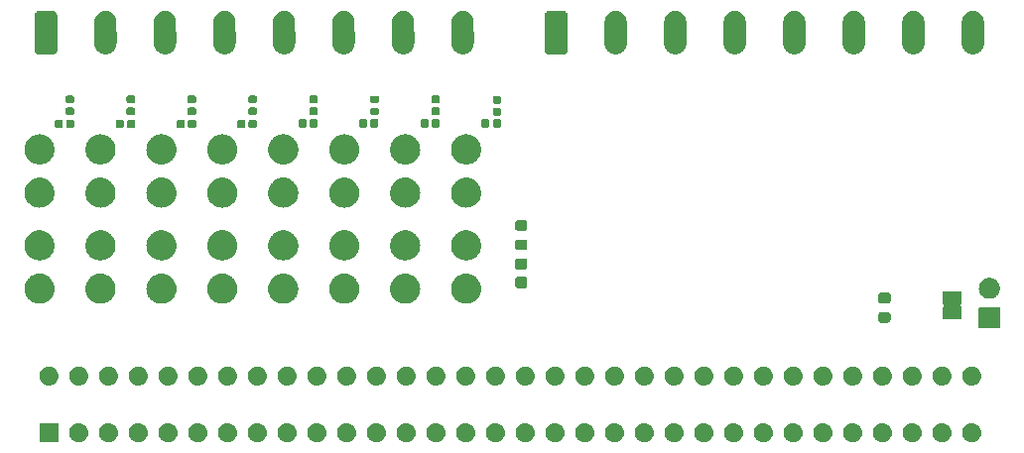
<source format=gbr>
%TF.GenerationSoftware,KiCad,Pcbnew,8.0.0*%
%TF.CreationDate,2024-03-14T00:57:21-04:00*%
%TF.ProjectId,Power_Breakout,506f7765-725f-4427-9265-616b6f75742e,v2*%
%TF.SameCoordinates,Original*%
%TF.FileFunction,Soldermask,Top*%
%TF.FilePolarity,Negative*%
%FSLAX46Y46*%
G04 Gerber Fmt 4.6, Leading zero omitted, Abs format (unit mm)*
G04 Created by KiCad (PCBNEW 8.0.0) date 2024-03-14 00:57:21*
%MOMM*%
%LPD*%
G01*
G04 APERTURE LIST*
G04 APERTURE END LIST*
G36*
X121180517Y-158859282D02*
G01*
X121197062Y-158870338D01*
X121208118Y-158886883D01*
X121212000Y-158906400D01*
X121212000Y-160436400D01*
X121208118Y-160455917D01*
X121197062Y-160472462D01*
X121180517Y-160483518D01*
X121161000Y-160487400D01*
X119631000Y-160487400D01*
X119611483Y-160483518D01*
X119594938Y-160472462D01*
X119583882Y-160455917D01*
X119580000Y-160436400D01*
X119580000Y-158906400D01*
X119583882Y-158886883D01*
X119594938Y-158870338D01*
X119611483Y-158859282D01*
X119631000Y-158855400D01*
X121161000Y-158855400D01*
X121180517Y-158859282D01*
G37*
G36*
X122981751Y-158860555D02*
G01*
X123021225Y-158860555D01*
X123065754Y-158870019D01*
X123117577Y-158875859D01*
X123155260Y-158889045D01*
X123187944Y-158895992D01*
X123235042Y-158916961D01*
X123290049Y-158936209D01*
X123318681Y-158954200D01*
X123343655Y-158965319D01*
X123390228Y-158999156D01*
X123444768Y-159033426D01*
X123464351Y-159053009D01*
X123481549Y-159065504D01*
X123524061Y-159112719D01*
X123573974Y-159162632D01*
X123585456Y-159180906D01*
X123595600Y-159192172D01*
X123630295Y-159252267D01*
X123671191Y-159317351D01*
X123676297Y-159331944D01*
X123680823Y-159339783D01*
X123704008Y-159411137D01*
X123731541Y-159489823D01*
X123732584Y-159499085D01*
X123733495Y-159501887D01*
X123741748Y-159580417D01*
X123752000Y-159671400D01*
X123741747Y-159762390D01*
X123733495Y-159840912D01*
X123732584Y-159843713D01*
X123731541Y-159852977D01*
X123704003Y-159931675D01*
X123680823Y-160003016D01*
X123676298Y-160010853D01*
X123671191Y-160025449D01*
X123630288Y-160090544D01*
X123595600Y-160150627D01*
X123585458Y-160161889D01*
X123573974Y-160180168D01*
X123524052Y-160230089D01*
X123481549Y-160277295D01*
X123464354Y-160289787D01*
X123444768Y-160309374D01*
X123390218Y-160343650D01*
X123343655Y-160377480D01*
X123318686Y-160388596D01*
X123290049Y-160406591D01*
X123235031Y-160425842D01*
X123187944Y-160446807D01*
X123155266Y-160453752D01*
X123117577Y-160466941D01*
X123065751Y-160472780D01*
X123021225Y-160482245D01*
X122981751Y-160482245D01*
X122936000Y-160487400D01*
X122890249Y-160482245D01*
X122850775Y-160482245D01*
X122806247Y-160472780D01*
X122754423Y-160466941D01*
X122716734Y-160453753D01*
X122684055Y-160446807D01*
X122636963Y-160425840D01*
X122581951Y-160406591D01*
X122553315Y-160388598D01*
X122528344Y-160377480D01*
X122481774Y-160343645D01*
X122427232Y-160309374D01*
X122407647Y-160289789D01*
X122390450Y-160277295D01*
X122347937Y-160230079D01*
X122298026Y-160180168D01*
X122286543Y-160161893D01*
X122276399Y-160150627D01*
X122241698Y-160090524D01*
X122200809Y-160025449D01*
X122195703Y-160010857D01*
X122191176Y-160003016D01*
X122167982Y-159931635D01*
X122140459Y-159852977D01*
X122139415Y-159843718D01*
X122138504Y-159840912D01*
X122130237Y-159762257D01*
X122120000Y-159671400D01*
X122130236Y-159580549D01*
X122138504Y-159501887D01*
X122139415Y-159499080D01*
X122140459Y-159489823D01*
X122167977Y-159411177D01*
X122191176Y-159339783D01*
X122195704Y-159331940D01*
X122200809Y-159317351D01*
X122241691Y-159252286D01*
X122276399Y-159192172D01*
X122286545Y-159180903D01*
X122298026Y-159162632D01*
X122347927Y-159112730D01*
X122390449Y-159065505D01*
X122407650Y-159053007D01*
X122427232Y-159033426D01*
X122481768Y-158999158D01*
X122528346Y-158965318D01*
X122553321Y-158954198D01*
X122581951Y-158936209D01*
X122636952Y-158916963D01*
X122684055Y-158895992D01*
X122716740Y-158889044D01*
X122754423Y-158875859D01*
X122806245Y-158870019D01*
X122850775Y-158860555D01*
X122890249Y-158860555D01*
X122936000Y-158855400D01*
X122981751Y-158860555D01*
G37*
G36*
X125521751Y-158860555D02*
G01*
X125561225Y-158860555D01*
X125605754Y-158870019D01*
X125657577Y-158875859D01*
X125695260Y-158889045D01*
X125727944Y-158895992D01*
X125775042Y-158916961D01*
X125830049Y-158936209D01*
X125858681Y-158954200D01*
X125883655Y-158965319D01*
X125930228Y-158999156D01*
X125984768Y-159033426D01*
X126004351Y-159053009D01*
X126021549Y-159065504D01*
X126064061Y-159112719D01*
X126113974Y-159162632D01*
X126125456Y-159180906D01*
X126135600Y-159192172D01*
X126170295Y-159252267D01*
X126211191Y-159317351D01*
X126216297Y-159331944D01*
X126220823Y-159339783D01*
X126244008Y-159411137D01*
X126271541Y-159489823D01*
X126272584Y-159499085D01*
X126273495Y-159501887D01*
X126281748Y-159580417D01*
X126292000Y-159671400D01*
X126281747Y-159762390D01*
X126273495Y-159840912D01*
X126272584Y-159843713D01*
X126271541Y-159852977D01*
X126244003Y-159931675D01*
X126220823Y-160003016D01*
X126216298Y-160010853D01*
X126211191Y-160025449D01*
X126170288Y-160090544D01*
X126135600Y-160150627D01*
X126125458Y-160161889D01*
X126113974Y-160180168D01*
X126064052Y-160230089D01*
X126021549Y-160277295D01*
X126004354Y-160289787D01*
X125984768Y-160309374D01*
X125930218Y-160343650D01*
X125883655Y-160377480D01*
X125858686Y-160388596D01*
X125830049Y-160406591D01*
X125775031Y-160425842D01*
X125727944Y-160446807D01*
X125695266Y-160453752D01*
X125657577Y-160466941D01*
X125605751Y-160472780D01*
X125561225Y-160482245D01*
X125521751Y-160482245D01*
X125476000Y-160487400D01*
X125430249Y-160482245D01*
X125390775Y-160482245D01*
X125346247Y-160472780D01*
X125294423Y-160466941D01*
X125256734Y-160453753D01*
X125224055Y-160446807D01*
X125176963Y-160425840D01*
X125121951Y-160406591D01*
X125093315Y-160388598D01*
X125068344Y-160377480D01*
X125021774Y-160343645D01*
X124967232Y-160309374D01*
X124947647Y-160289789D01*
X124930450Y-160277295D01*
X124887937Y-160230079D01*
X124838026Y-160180168D01*
X124826543Y-160161893D01*
X124816399Y-160150627D01*
X124781698Y-160090524D01*
X124740809Y-160025449D01*
X124735703Y-160010857D01*
X124731176Y-160003016D01*
X124707982Y-159931635D01*
X124680459Y-159852977D01*
X124679415Y-159843718D01*
X124678504Y-159840912D01*
X124670237Y-159762257D01*
X124660000Y-159671400D01*
X124670236Y-159580549D01*
X124678504Y-159501887D01*
X124679415Y-159499080D01*
X124680459Y-159489823D01*
X124707977Y-159411177D01*
X124731176Y-159339783D01*
X124735704Y-159331940D01*
X124740809Y-159317351D01*
X124781691Y-159252286D01*
X124816399Y-159192172D01*
X124826545Y-159180903D01*
X124838026Y-159162632D01*
X124887927Y-159112730D01*
X124930449Y-159065505D01*
X124947650Y-159053007D01*
X124967232Y-159033426D01*
X125021768Y-158999158D01*
X125068346Y-158965318D01*
X125093321Y-158954198D01*
X125121951Y-158936209D01*
X125176952Y-158916963D01*
X125224055Y-158895992D01*
X125256740Y-158889044D01*
X125294423Y-158875859D01*
X125346245Y-158870019D01*
X125390775Y-158860555D01*
X125430249Y-158860555D01*
X125476000Y-158855400D01*
X125521751Y-158860555D01*
G37*
G36*
X128061751Y-158860555D02*
G01*
X128101225Y-158860555D01*
X128145754Y-158870019D01*
X128197577Y-158875859D01*
X128235260Y-158889045D01*
X128267944Y-158895992D01*
X128315042Y-158916961D01*
X128370049Y-158936209D01*
X128398681Y-158954200D01*
X128423655Y-158965319D01*
X128470228Y-158999156D01*
X128524768Y-159033426D01*
X128544351Y-159053009D01*
X128561549Y-159065504D01*
X128604061Y-159112719D01*
X128653974Y-159162632D01*
X128665456Y-159180906D01*
X128675600Y-159192172D01*
X128710295Y-159252267D01*
X128751191Y-159317351D01*
X128756297Y-159331944D01*
X128760823Y-159339783D01*
X128784008Y-159411137D01*
X128811541Y-159489823D01*
X128812584Y-159499085D01*
X128813495Y-159501887D01*
X128821748Y-159580417D01*
X128832000Y-159671400D01*
X128821747Y-159762390D01*
X128813495Y-159840912D01*
X128812584Y-159843713D01*
X128811541Y-159852977D01*
X128784003Y-159931675D01*
X128760823Y-160003016D01*
X128756298Y-160010853D01*
X128751191Y-160025449D01*
X128710288Y-160090544D01*
X128675600Y-160150627D01*
X128665458Y-160161889D01*
X128653974Y-160180168D01*
X128604052Y-160230089D01*
X128561549Y-160277295D01*
X128544354Y-160289787D01*
X128524768Y-160309374D01*
X128470218Y-160343650D01*
X128423655Y-160377480D01*
X128398686Y-160388596D01*
X128370049Y-160406591D01*
X128315031Y-160425842D01*
X128267944Y-160446807D01*
X128235266Y-160453752D01*
X128197577Y-160466941D01*
X128145751Y-160472780D01*
X128101225Y-160482245D01*
X128061751Y-160482245D01*
X128016000Y-160487400D01*
X127970249Y-160482245D01*
X127930775Y-160482245D01*
X127886247Y-160472780D01*
X127834423Y-160466941D01*
X127796734Y-160453753D01*
X127764055Y-160446807D01*
X127716963Y-160425840D01*
X127661951Y-160406591D01*
X127633315Y-160388598D01*
X127608344Y-160377480D01*
X127561774Y-160343645D01*
X127507232Y-160309374D01*
X127487647Y-160289789D01*
X127470450Y-160277295D01*
X127427937Y-160230079D01*
X127378026Y-160180168D01*
X127366543Y-160161893D01*
X127356399Y-160150627D01*
X127321698Y-160090524D01*
X127280809Y-160025449D01*
X127275703Y-160010857D01*
X127271176Y-160003016D01*
X127247982Y-159931635D01*
X127220459Y-159852977D01*
X127219415Y-159843718D01*
X127218504Y-159840912D01*
X127210237Y-159762257D01*
X127200000Y-159671400D01*
X127210236Y-159580549D01*
X127218504Y-159501887D01*
X127219415Y-159499080D01*
X127220459Y-159489823D01*
X127247977Y-159411177D01*
X127271176Y-159339783D01*
X127275704Y-159331940D01*
X127280809Y-159317351D01*
X127321691Y-159252286D01*
X127356399Y-159192172D01*
X127366545Y-159180903D01*
X127378026Y-159162632D01*
X127427927Y-159112730D01*
X127470449Y-159065505D01*
X127487650Y-159053007D01*
X127507232Y-159033426D01*
X127561768Y-158999158D01*
X127608346Y-158965318D01*
X127633321Y-158954198D01*
X127661951Y-158936209D01*
X127716952Y-158916963D01*
X127764055Y-158895992D01*
X127796740Y-158889044D01*
X127834423Y-158875859D01*
X127886245Y-158870019D01*
X127930775Y-158860555D01*
X127970249Y-158860555D01*
X128016000Y-158855400D01*
X128061751Y-158860555D01*
G37*
G36*
X130601751Y-158860555D02*
G01*
X130641225Y-158860555D01*
X130685754Y-158870019D01*
X130737577Y-158875859D01*
X130775260Y-158889045D01*
X130807944Y-158895992D01*
X130855042Y-158916961D01*
X130910049Y-158936209D01*
X130938681Y-158954200D01*
X130963655Y-158965319D01*
X131010228Y-158999156D01*
X131064768Y-159033426D01*
X131084351Y-159053009D01*
X131101549Y-159065504D01*
X131144061Y-159112719D01*
X131193974Y-159162632D01*
X131205456Y-159180906D01*
X131215600Y-159192172D01*
X131250295Y-159252267D01*
X131291191Y-159317351D01*
X131296297Y-159331944D01*
X131300823Y-159339783D01*
X131324008Y-159411137D01*
X131351541Y-159489823D01*
X131352584Y-159499085D01*
X131353495Y-159501887D01*
X131361748Y-159580417D01*
X131372000Y-159671400D01*
X131361747Y-159762390D01*
X131353495Y-159840912D01*
X131352584Y-159843713D01*
X131351541Y-159852977D01*
X131324003Y-159931675D01*
X131300823Y-160003016D01*
X131296298Y-160010853D01*
X131291191Y-160025449D01*
X131250288Y-160090544D01*
X131215600Y-160150627D01*
X131205458Y-160161889D01*
X131193974Y-160180168D01*
X131144052Y-160230089D01*
X131101549Y-160277295D01*
X131084354Y-160289787D01*
X131064768Y-160309374D01*
X131010218Y-160343650D01*
X130963655Y-160377480D01*
X130938686Y-160388596D01*
X130910049Y-160406591D01*
X130855031Y-160425842D01*
X130807944Y-160446807D01*
X130775266Y-160453752D01*
X130737577Y-160466941D01*
X130685751Y-160472780D01*
X130641225Y-160482245D01*
X130601751Y-160482245D01*
X130556000Y-160487400D01*
X130510249Y-160482245D01*
X130470775Y-160482245D01*
X130426247Y-160472780D01*
X130374423Y-160466941D01*
X130336734Y-160453753D01*
X130304055Y-160446807D01*
X130256963Y-160425840D01*
X130201951Y-160406591D01*
X130173315Y-160388598D01*
X130148344Y-160377480D01*
X130101774Y-160343645D01*
X130047232Y-160309374D01*
X130027647Y-160289789D01*
X130010450Y-160277295D01*
X129967937Y-160230079D01*
X129918026Y-160180168D01*
X129906543Y-160161893D01*
X129896399Y-160150627D01*
X129861698Y-160090524D01*
X129820809Y-160025449D01*
X129815703Y-160010857D01*
X129811176Y-160003016D01*
X129787982Y-159931635D01*
X129760459Y-159852977D01*
X129759415Y-159843718D01*
X129758504Y-159840912D01*
X129750237Y-159762257D01*
X129740000Y-159671400D01*
X129750236Y-159580549D01*
X129758504Y-159501887D01*
X129759415Y-159499080D01*
X129760459Y-159489823D01*
X129787977Y-159411177D01*
X129811176Y-159339783D01*
X129815704Y-159331940D01*
X129820809Y-159317351D01*
X129861691Y-159252286D01*
X129896399Y-159192172D01*
X129906545Y-159180903D01*
X129918026Y-159162632D01*
X129967927Y-159112730D01*
X130010449Y-159065505D01*
X130027650Y-159053007D01*
X130047232Y-159033426D01*
X130101768Y-158999158D01*
X130148346Y-158965318D01*
X130173321Y-158954198D01*
X130201951Y-158936209D01*
X130256952Y-158916963D01*
X130304055Y-158895992D01*
X130336740Y-158889044D01*
X130374423Y-158875859D01*
X130426245Y-158870019D01*
X130470775Y-158860555D01*
X130510249Y-158860555D01*
X130556000Y-158855400D01*
X130601751Y-158860555D01*
G37*
G36*
X133141751Y-158860555D02*
G01*
X133181225Y-158860555D01*
X133225754Y-158870019D01*
X133277577Y-158875859D01*
X133315260Y-158889045D01*
X133347944Y-158895992D01*
X133395042Y-158916961D01*
X133450049Y-158936209D01*
X133478681Y-158954200D01*
X133503655Y-158965319D01*
X133550228Y-158999156D01*
X133604768Y-159033426D01*
X133624351Y-159053009D01*
X133641549Y-159065504D01*
X133684061Y-159112719D01*
X133733974Y-159162632D01*
X133745456Y-159180906D01*
X133755600Y-159192172D01*
X133790295Y-159252267D01*
X133831191Y-159317351D01*
X133836297Y-159331944D01*
X133840823Y-159339783D01*
X133864008Y-159411137D01*
X133891541Y-159489823D01*
X133892584Y-159499085D01*
X133893495Y-159501887D01*
X133901748Y-159580417D01*
X133912000Y-159671400D01*
X133901747Y-159762390D01*
X133893495Y-159840912D01*
X133892584Y-159843713D01*
X133891541Y-159852977D01*
X133864003Y-159931675D01*
X133840823Y-160003016D01*
X133836298Y-160010853D01*
X133831191Y-160025449D01*
X133790288Y-160090544D01*
X133755600Y-160150627D01*
X133745458Y-160161889D01*
X133733974Y-160180168D01*
X133684052Y-160230089D01*
X133641549Y-160277295D01*
X133624354Y-160289787D01*
X133604768Y-160309374D01*
X133550218Y-160343650D01*
X133503655Y-160377480D01*
X133478686Y-160388596D01*
X133450049Y-160406591D01*
X133395031Y-160425842D01*
X133347944Y-160446807D01*
X133315266Y-160453752D01*
X133277577Y-160466941D01*
X133225751Y-160472780D01*
X133181225Y-160482245D01*
X133141751Y-160482245D01*
X133096000Y-160487400D01*
X133050249Y-160482245D01*
X133010775Y-160482245D01*
X132966247Y-160472780D01*
X132914423Y-160466941D01*
X132876734Y-160453753D01*
X132844055Y-160446807D01*
X132796963Y-160425840D01*
X132741951Y-160406591D01*
X132713315Y-160388598D01*
X132688344Y-160377480D01*
X132641774Y-160343645D01*
X132587232Y-160309374D01*
X132567647Y-160289789D01*
X132550450Y-160277295D01*
X132507937Y-160230079D01*
X132458026Y-160180168D01*
X132446543Y-160161893D01*
X132436399Y-160150627D01*
X132401698Y-160090524D01*
X132360809Y-160025449D01*
X132355703Y-160010857D01*
X132351176Y-160003016D01*
X132327982Y-159931635D01*
X132300459Y-159852977D01*
X132299415Y-159843718D01*
X132298504Y-159840912D01*
X132290237Y-159762257D01*
X132280000Y-159671400D01*
X132290236Y-159580549D01*
X132298504Y-159501887D01*
X132299415Y-159499080D01*
X132300459Y-159489823D01*
X132327977Y-159411177D01*
X132351176Y-159339783D01*
X132355704Y-159331940D01*
X132360809Y-159317351D01*
X132401691Y-159252286D01*
X132436399Y-159192172D01*
X132446545Y-159180903D01*
X132458026Y-159162632D01*
X132507927Y-159112730D01*
X132550449Y-159065505D01*
X132567650Y-159053007D01*
X132587232Y-159033426D01*
X132641768Y-158999158D01*
X132688346Y-158965318D01*
X132713321Y-158954198D01*
X132741951Y-158936209D01*
X132796952Y-158916963D01*
X132844055Y-158895992D01*
X132876740Y-158889044D01*
X132914423Y-158875859D01*
X132966245Y-158870019D01*
X133010775Y-158860555D01*
X133050249Y-158860555D01*
X133096000Y-158855400D01*
X133141751Y-158860555D01*
G37*
G36*
X135681751Y-158860555D02*
G01*
X135721225Y-158860555D01*
X135765754Y-158870019D01*
X135817577Y-158875859D01*
X135855260Y-158889045D01*
X135887944Y-158895992D01*
X135935042Y-158916961D01*
X135990049Y-158936209D01*
X136018681Y-158954200D01*
X136043655Y-158965319D01*
X136090228Y-158999156D01*
X136144768Y-159033426D01*
X136164351Y-159053009D01*
X136181549Y-159065504D01*
X136224061Y-159112719D01*
X136273974Y-159162632D01*
X136285456Y-159180906D01*
X136295600Y-159192172D01*
X136330295Y-159252267D01*
X136371191Y-159317351D01*
X136376297Y-159331944D01*
X136380823Y-159339783D01*
X136404008Y-159411137D01*
X136431541Y-159489823D01*
X136432584Y-159499085D01*
X136433495Y-159501887D01*
X136441748Y-159580417D01*
X136452000Y-159671400D01*
X136441747Y-159762390D01*
X136433495Y-159840912D01*
X136432584Y-159843713D01*
X136431541Y-159852977D01*
X136404003Y-159931675D01*
X136380823Y-160003016D01*
X136376298Y-160010853D01*
X136371191Y-160025449D01*
X136330288Y-160090544D01*
X136295600Y-160150627D01*
X136285458Y-160161889D01*
X136273974Y-160180168D01*
X136224052Y-160230089D01*
X136181549Y-160277295D01*
X136164354Y-160289787D01*
X136144768Y-160309374D01*
X136090218Y-160343650D01*
X136043655Y-160377480D01*
X136018686Y-160388596D01*
X135990049Y-160406591D01*
X135935031Y-160425842D01*
X135887944Y-160446807D01*
X135855266Y-160453752D01*
X135817577Y-160466941D01*
X135765751Y-160472780D01*
X135721225Y-160482245D01*
X135681751Y-160482245D01*
X135636000Y-160487400D01*
X135590249Y-160482245D01*
X135550775Y-160482245D01*
X135506247Y-160472780D01*
X135454423Y-160466941D01*
X135416734Y-160453753D01*
X135384055Y-160446807D01*
X135336963Y-160425840D01*
X135281951Y-160406591D01*
X135253315Y-160388598D01*
X135228344Y-160377480D01*
X135181774Y-160343645D01*
X135127232Y-160309374D01*
X135107647Y-160289789D01*
X135090450Y-160277295D01*
X135047937Y-160230079D01*
X134998026Y-160180168D01*
X134986543Y-160161893D01*
X134976399Y-160150627D01*
X134941698Y-160090524D01*
X134900809Y-160025449D01*
X134895703Y-160010857D01*
X134891176Y-160003016D01*
X134867982Y-159931635D01*
X134840459Y-159852977D01*
X134839415Y-159843718D01*
X134838504Y-159840912D01*
X134830237Y-159762257D01*
X134820000Y-159671400D01*
X134830236Y-159580549D01*
X134838504Y-159501887D01*
X134839415Y-159499080D01*
X134840459Y-159489823D01*
X134867977Y-159411177D01*
X134891176Y-159339783D01*
X134895704Y-159331940D01*
X134900809Y-159317351D01*
X134941691Y-159252286D01*
X134976399Y-159192172D01*
X134986545Y-159180903D01*
X134998026Y-159162632D01*
X135047927Y-159112730D01*
X135090449Y-159065505D01*
X135107650Y-159053007D01*
X135127232Y-159033426D01*
X135181768Y-158999158D01*
X135228346Y-158965318D01*
X135253321Y-158954198D01*
X135281951Y-158936209D01*
X135336952Y-158916963D01*
X135384055Y-158895992D01*
X135416740Y-158889044D01*
X135454423Y-158875859D01*
X135506245Y-158870019D01*
X135550775Y-158860555D01*
X135590249Y-158860555D01*
X135636000Y-158855400D01*
X135681751Y-158860555D01*
G37*
G36*
X138221751Y-158860555D02*
G01*
X138261225Y-158860555D01*
X138305754Y-158870019D01*
X138357577Y-158875859D01*
X138395260Y-158889045D01*
X138427944Y-158895992D01*
X138475042Y-158916961D01*
X138530049Y-158936209D01*
X138558681Y-158954200D01*
X138583655Y-158965319D01*
X138630228Y-158999156D01*
X138684768Y-159033426D01*
X138704351Y-159053009D01*
X138721549Y-159065504D01*
X138764061Y-159112719D01*
X138813974Y-159162632D01*
X138825456Y-159180906D01*
X138835600Y-159192172D01*
X138870295Y-159252267D01*
X138911191Y-159317351D01*
X138916297Y-159331944D01*
X138920823Y-159339783D01*
X138944008Y-159411137D01*
X138971541Y-159489823D01*
X138972584Y-159499085D01*
X138973495Y-159501887D01*
X138981748Y-159580417D01*
X138992000Y-159671400D01*
X138981747Y-159762390D01*
X138973495Y-159840912D01*
X138972584Y-159843713D01*
X138971541Y-159852977D01*
X138944003Y-159931675D01*
X138920823Y-160003016D01*
X138916298Y-160010853D01*
X138911191Y-160025449D01*
X138870288Y-160090544D01*
X138835600Y-160150627D01*
X138825458Y-160161889D01*
X138813974Y-160180168D01*
X138764052Y-160230089D01*
X138721549Y-160277295D01*
X138704354Y-160289787D01*
X138684768Y-160309374D01*
X138630218Y-160343650D01*
X138583655Y-160377480D01*
X138558686Y-160388596D01*
X138530049Y-160406591D01*
X138475031Y-160425842D01*
X138427944Y-160446807D01*
X138395266Y-160453752D01*
X138357577Y-160466941D01*
X138305751Y-160472780D01*
X138261225Y-160482245D01*
X138221751Y-160482245D01*
X138176000Y-160487400D01*
X138130249Y-160482245D01*
X138090775Y-160482245D01*
X138046247Y-160472780D01*
X137994423Y-160466941D01*
X137956734Y-160453753D01*
X137924055Y-160446807D01*
X137876963Y-160425840D01*
X137821951Y-160406591D01*
X137793315Y-160388598D01*
X137768344Y-160377480D01*
X137721774Y-160343645D01*
X137667232Y-160309374D01*
X137647647Y-160289789D01*
X137630450Y-160277295D01*
X137587937Y-160230079D01*
X137538026Y-160180168D01*
X137526543Y-160161893D01*
X137516399Y-160150627D01*
X137481698Y-160090524D01*
X137440809Y-160025449D01*
X137435703Y-160010857D01*
X137431176Y-160003016D01*
X137407982Y-159931635D01*
X137380459Y-159852977D01*
X137379415Y-159843718D01*
X137378504Y-159840912D01*
X137370237Y-159762257D01*
X137360000Y-159671400D01*
X137370236Y-159580549D01*
X137378504Y-159501887D01*
X137379415Y-159499080D01*
X137380459Y-159489823D01*
X137407977Y-159411177D01*
X137431176Y-159339783D01*
X137435704Y-159331940D01*
X137440809Y-159317351D01*
X137481691Y-159252286D01*
X137516399Y-159192172D01*
X137526545Y-159180903D01*
X137538026Y-159162632D01*
X137587927Y-159112730D01*
X137630449Y-159065505D01*
X137647650Y-159053007D01*
X137667232Y-159033426D01*
X137721768Y-158999158D01*
X137768346Y-158965318D01*
X137793321Y-158954198D01*
X137821951Y-158936209D01*
X137876952Y-158916963D01*
X137924055Y-158895992D01*
X137956740Y-158889044D01*
X137994423Y-158875859D01*
X138046245Y-158870019D01*
X138090775Y-158860555D01*
X138130249Y-158860555D01*
X138176000Y-158855400D01*
X138221751Y-158860555D01*
G37*
G36*
X140761751Y-158860555D02*
G01*
X140801225Y-158860555D01*
X140845754Y-158870019D01*
X140897577Y-158875859D01*
X140935260Y-158889045D01*
X140967944Y-158895992D01*
X141015042Y-158916961D01*
X141070049Y-158936209D01*
X141098681Y-158954200D01*
X141123655Y-158965319D01*
X141170228Y-158999156D01*
X141224768Y-159033426D01*
X141244351Y-159053009D01*
X141261549Y-159065504D01*
X141304061Y-159112719D01*
X141353974Y-159162632D01*
X141365456Y-159180906D01*
X141375600Y-159192172D01*
X141410295Y-159252267D01*
X141451191Y-159317351D01*
X141456297Y-159331944D01*
X141460823Y-159339783D01*
X141484008Y-159411137D01*
X141511541Y-159489823D01*
X141512584Y-159499085D01*
X141513495Y-159501887D01*
X141521748Y-159580417D01*
X141532000Y-159671400D01*
X141521747Y-159762390D01*
X141513495Y-159840912D01*
X141512584Y-159843713D01*
X141511541Y-159852977D01*
X141484003Y-159931675D01*
X141460823Y-160003016D01*
X141456298Y-160010853D01*
X141451191Y-160025449D01*
X141410288Y-160090544D01*
X141375600Y-160150627D01*
X141365458Y-160161889D01*
X141353974Y-160180168D01*
X141304052Y-160230089D01*
X141261549Y-160277295D01*
X141244354Y-160289787D01*
X141224768Y-160309374D01*
X141170218Y-160343650D01*
X141123655Y-160377480D01*
X141098686Y-160388596D01*
X141070049Y-160406591D01*
X141015031Y-160425842D01*
X140967944Y-160446807D01*
X140935266Y-160453752D01*
X140897577Y-160466941D01*
X140845751Y-160472780D01*
X140801225Y-160482245D01*
X140761751Y-160482245D01*
X140716000Y-160487400D01*
X140670249Y-160482245D01*
X140630775Y-160482245D01*
X140586247Y-160472780D01*
X140534423Y-160466941D01*
X140496734Y-160453753D01*
X140464055Y-160446807D01*
X140416963Y-160425840D01*
X140361951Y-160406591D01*
X140333315Y-160388598D01*
X140308344Y-160377480D01*
X140261774Y-160343645D01*
X140207232Y-160309374D01*
X140187647Y-160289789D01*
X140170450Y-160277295D01*
X140127937Y-160230079D01*
X140078026Y-160180168D01*
X140066543Y-160161893D01*
X140056399Y-160150627D01*
X140021698Y-160090524D01*
X139980809Y-160025449D01*
X139975703Y-160010857D01*
X139971176Y-160003016D01*
X139947982Y-159931635D01*
X139920459Y-159852977D01*
X139919415Y-159843718D01*
X139918504Y-159840912D01*
X139910237Y-159762257D01*
X139900000Y-159671400D01*
X139910236Y-159580549D01*
X139918504Y-159501887D01*
X139919415Y-159499080D01*
X139920459Y-159489823D01*
X139947977Y-159411177D01*
X139971176Y-159339783D01*
X139975704Y-159331940D01*
X139980809Y-159317351D01*
X140021691Y-159252286D01*
X140056399Y-159192172D01*
X140066545Y-159180903D01*
X140078026Y-159162632D01*
X140127927Y-159112730D01*
X140170449Y-159065505D01*
X140187650Y-159053007D01*
X140207232Y-159033426D01*
X140261768Y-158999158D01*
X140308346Y-158965318D01*
X140333321Y-158954198D01*
X140361951Y-158936209D01*
X140416952Y-158916963D01*
X140464055Y-158895992D01*
X140496740Y-158889044D01*
X140534423Y-158875859D01*
X140586245Y-158870019D01*
X140630775Y-158860555D01*
X140670249Y-158860555D01*
X140716000Y-158855400D01*
X140761751Y-158860555D01*
G37*
G36*
X143301751Y-158860555D02*
G01*
X143341225Y-158860555D01*
X143385754Y-158870019D01*
X143437577Y-158875859D01*
X143475260Y-158889045D01*
X143507944Y-158895992D01*
X143555042Y-158916961D01*
X143610049Y-158936209D01*
X143638681Y-158954200D01*
X143663655Y-158965319D01*
X143710228Y-158999156D01*
X143764768Y-159033426D01*
X143784351Y-159053009D01*
X143801549Y-159065504D01*
X143844061Y-159112719D01*
X143893974Y-159162632D01*
X143905456Y-159180906D01*
X143915600Y-159192172D01*
X143950295Y-159252267D01*
X143991191Y-159317351D01*
X143996297Y-159331944D01*
X144000823Y-159339783D01*
X144024008Y-159411137D01*
X144051541Y-159489823D01*
X144052584Y-159499085D01*
X144053495Y-159501887D01*
X144061748Y-159580417D01*
X144072000Y-159671400D01*
X144061747Y-159762390D01*
X144053495Y-159840912D01*
X144052584Y-159843713D01*
X144051541Y-159852977D01*
X144024003Y-159931675D01*
X144000823Y-160003016D01*
X143996298Y-160010853D01*
X143991191Y-160025449D01*
X143950288Y-160090544D01*
X143915600Y-160150627D01*
X143905458Y-160161889D01*
X143893974Y-160180168D01*
X143844052Y-160230089D01*
X143801549Y-160277295D01*
X143784354Y-160289787D01*
X143764768Y-160309374D01*
X143710218Y-160343650D01*
X143663655Y-160377480D01*
X143638686Y-160388596D01*
X143610049Y-160406591D01*
X143555031Y-160425842D01*
X143507944Y-160446807D01*
X143475266Y-160453752D01*
X143437577Y-160466941D01*
X143385751Y-160472780D01*
X143341225Y-160482245D01*
X143301751Y-160482245D01*
X143256000Y-160487400D01*
X143210249Y-160482245D01*
X143170775Y-160482245D01*
X143126247Y-160472780D01*
X143074423Y-160466941D01*
X143036734Y-160453753D01*
X143004055Y-160446807D01*
X142956963Y-160425840D01*
X142901951Y-160406591D01*
X142873315Y-160388598D01*
X142848344Y-160377480D01*
X142801774Y-160343645D01*
X142747232Y-160309374D01*
X142727647Y-160289789D01*
X142710450Y-160277295D01*
X142667937Y-160230079D01*
X142618026Y-160180168D01*
X142606543Y-160161893D01*
X142596399Y-160150627D01*
X142561698Y-160090524D01*
X142520809Y-160025449D01*
X142515703Y-160010857D01*
X142511176Y-160003016D01*
X142487982Y-159931635D01*
X142460459Y-159852977D01*
X142459415Y-159843718D01*
X142458504Y-159840912D01*
X142450237Y-159762257D01*
X142440000Y-159671400D01*
X142450236Y-159580549D01*
X142458504Y-159501887D01*
X142459415Y-159499080D01*
X142460459Y-159489823D01*
X142487977Y-159411177D01*
X142511176Y-159339783D01*
X142515704Y-159331940D01*
X142520809Y-159317351D01*
X142561691Y-159252286D01*
X142596399Y-159192172D01*
X142606545Y-159180903D01*
X142618026Y-159162632D01*
X142667927Y-159112730D01*
X142710449Y-159065505D01*
X142727650Y-159053007D01*
X142747232Y-159033426D01*
X142801768Y-158999158D01*
X142848346Y-158965318D01*
X142873321Y-158954198D01*
X142901951Y-158936209D01*
X142956952Y-158916963D01*
X143004055Y-158895992D01*
X143036740Y-158889044D01*
X143074423Y-158875859D01*
X143126245Y-158870019D01*
X143170775Y-158860555D01*
X143210249Y-158860555D01*
X143256000Y-158855400D01*
X143301751Y-158860555D01*
G37*
G36*
X145841751Y-158860555D02*
G01*
X145881225Y-158860555D01*
X145925754Y-158870019D01*
X145977577Y-158875859D01*
X146015260Y-158889045D01*
X146047944Y-158895992D01*
X146095042Y-158916961D01*
X146150049Y-158936209D01*
X146178681Y-158954200D01*
X146203655Y-158965319D01*
X146250228Y-158999156D01*
X146304768Y-159033426D01*
X146324351Y-159053009D01*
X146341549Y-159065504D01*
X146384061Y-159112719D01*
X146433974Y-159162632D01*
X146445456Y-159180906D01*
X146455600Y-159192172D01*
X146490295Y-159252267D01*
X146531191Y-159317351D01*
X146536297Y-159331944D01*
X146540823Y-159339783D01*
X146564008Y-159411137D01*
X146591541Y-159489823D01*
X146592584Y-159499085D01*
X146593495Y-159501887D01*
X146601748Y-159580417D01*
X146612000Y-159671400D01*
X146601747Y-159762390D01*
X146593495Y-159840912D01*
X146592584Y-159843713D01*
X146591541Y-159852977D01*
X146564003Y-159931675D01*
X146540823Y-160003016D01*
X146536298Y-160010853D01*
X146531191Y-160025449D01*
X146490288Y-160090544D01*
X146455600Y-160150627D01*
X146445458Y-160161889D01*
X146433974Y-160180168D01*
X146384052Y-160230089D01*
X146341549Y-160277295D01*
X146324354Y-160289787D01*
X146304768Y-160309374D01*
X146250218Y-160343650D01*
X146203655Y-160377480D01*
X146178686Y-160388596D01*
X146150049Y-160406591D01*
X146095031Y-160425842D01*
X146047944Y-160446807D01*
X146015266Y-160453752D01*
X145977577Y-160466941D01*
X145925751Y-160472780D01*
X145881225Y-160482245D01*
X145841751Y-160482245D01*
X145796000Y-160487400D01*
X145750249Y-160482245D01*
X145710775Y-160482245D01*
X145666247Y-160472780D01*
X145614423Y-160466941D01*
X145576734Y-160453753D01*
X145544055Y-160446807D01*
X145496963Y-160425840D01*
X145441951Y-160406591D01*
X145413315Y-160388598D01*
X145388344Y-160377480D01*
X145341774Y-160343645D01*
X145287232Y-160309374D01*
X145267647Y-160289789D01*
X145250450Y-160277295D01*
X145207937Y-160230079D01*
X145158026Y-160180168D01*
X145146543Y-160161893D01*
X145136399Y-160150627D01*
X145101698Y-160090524D01*
X145060809Y-160025449D01*
X145055703Y-160010857D01*
X145051176Y-160003016D01*
X145027982Y-159931635D01*
X145000459Y-159852977D01*
X144999415Y-159843718D01*
X144998504Y-159840912D01*
X144990237Y-159762257D01*
X144980000Y-159671400D01*
X144990236Y-159580549D01*
X144998504Y-159501887D01*
X144999415Y-159499080D01*
X145000459Y-159489823D01*
X145027977Y-159411177D01*
X145051176Y-159339783D01*
X145055704Y-159331940D01*
X145060809Y-159317351D01*
X145101691Y-159252286D01*
X145136399Y-159192172D01*
X145146545Y-159180903D01*
X145158026Y-159162632D01*
X145207927Y-159112730D01*
X145250449Y-159065505D01*
X145267650Y-159053007D01*
X145287232Y-159033426D01*
X145341768Y-158999158D01*
X145388346Y-158965318D01*
X145413321Y-158954198D01*
X145441951Y-158936209D01*
X145496952Y-158916963D01*
X145544055Y-158895992D01*
X145576740Y-158889044D01*
X145614423Y-158875859D01*
X145666245Y-158870019D01*
X145710775Y-158860555D01*
X145750249Y-158860555D01*
X145796000Y-158855400D01*
X145841751Y-158860555D01*
G37*
G36*
X148381751Y-158860555D02*
G01*
X148421225Y-158860555D01*
X148465754Y-158870019D01*
X148517577Y-158875859D01*
X148555260Y-158889045D01*
X148587944Y-158895992D01*
X148635042Y-158916961D01*
X148690049Y-158936209D01*
X148718681Y-158954200D01*
X148743655Y-158965319D01*
X148790228Y-158999156D01*
X148844768Y-159033426D01*
X148864351Y-159053009D01*
X148881549Y-159065504D01*
X148924061Y-159112719D01*
X148973974Y-159162632D01*
X148985456Y-159180906D01*
X148995600Y-159192172D01*
X149030295Y-159252267D01*
X149071191Y-159317351D01*
X149076297Y-159331944D01*
X149080823Y-159339783D01*
X149104008Y-159411137D01*
X149131541Y-159489823D01*
X149132584Y-159499085D01*
X149133495Y-159501887D01*
X149141748Y-159580417D01*
X149152000Y-159671400D01*
X149141747Y-159762390D01*
X149133495Y-159840912D01*
X149132584Y-159843713D01*
X149131541Y-159852977D01*
X149104003Y-159931675D01*
X149080823Y-160003016D01*
X149076298Y-160010853D01*
X149071191Y-160025449D01*
X149030288Y-160090544D01*
X148995600Y-160150627D01*
X148985458Y-160161889D01*
X148973974Y-160180168D01*
X148924052Y-160230089D01*
X148881549Y-160277295D01*
X148864354Y-160289787D01*
X148844768Y-160309374D01*
X148790218Y-160343650D01*
X148743655Y-160377480D01*
X148718686Y-160388596D01*
X148690049Y-160406591D01*
X148635031Y-160425842D01*
X148587944Y-160446807D01*
X148555266Y-160453752D01*
X148517577Y-160466941D01*
X148465751Y-160472780D01*
X148421225Y-160482245D01*
X148381751Y-160482245D01*
X148336000Y-160487400D01*
X148290249Y-160482245D01*
X148250775Y-160482245D01*
X148206247Y-160472780D01*
X148154423Y-160466941D01*
X148116734Y-160453753D01*
X148084055Y-160446807D01*
X148036963Y-160425840D01*
X147981951Y-160406591D01*
X147953315Y-160388598D01*
X147928344Y-160377480D01*
X147881774Y-160343645D01*
X147827232Y-160309374D01*
X147807647Y-160289789D01*
X147790450Y-160277295D01*
X147747937Y-160230079D01*
X147698026Y-160180168D01*
X147686543Y-160161893D01*
X147676399Y-160150627D01*
X147641698Y-160090524D01*
X147600809Y-160025449D01*
X147595703Y-160010857D01*
X147591176Y-160003016D01*
X147567982Y-159931635D01*
X147540459Y-159852977D01*
X147539415Y-159843718D01*
X147538504Y-159840912D01*
X147530237Y-159762257D01*
X147520000Y-159671400D01*
X147530236Y-159580549D01*
X147538504Y-159501887D01*
X147539415Y-159499080D01*
X147540459Y-159489823D01*
X147567977Y-159411177D01*
X147591176Y-159339783D01*
X147595704Y-159331940D01*
X147600809Y-159317351D01*
X147641691Y-159252286D01*
X147676399Y-159192172D01*
X147686545Y-159180903D01*
X147698026Y-159162632D01*
X147747927Y-159112730D01*
X147790449Y-159065505D01*
X147807650Y-159053007D01*
X147827232Y-159033426D01*
X147881768Y-158999158D01*
X147928346Y-158965318D01*
X147953321Y-158954198D01*
X147981951Y-158936209D01*
X148036952Y-158916963D01*
X148084055Y-158895992D01*
X148116740Y-158889044D01*
X148154423Y-158875859D01*
X148206245Y-158870019D01*
X148250775Y-158860555D01*
X148290249Y-158860555D01*
X148336000Y-158855400D01*
X148381751Y-158860555D01*
G37*
G36*
X150921751Y-158860555D02*
G01*
X150961225Y-158860555D01*
X151005754Y-158870019D01*
X151057577Y-158875859D01*
X151095260Y-158889045D01*
X151127944Y-158895992D01*
X151175042Y-158916961D01*
X151230049Y-158936209D01*
X151258681Y-158954200D01*
X151283655Y-158965319D01*
X151330228Y-158999156D01*
X151384768Y-159033426D01*
X151404351Y-159053009D01*
X151421549Y-159065504D01*
X151464061Y-159112719D01*
X151513974Y-159162632D01*
X151525456Y-159180906D01*
X151535600Y-159192172D01*
X151570295Y-159252267D01*
X151611191Y-159317351D01*
X151616297Y-159331944D01*
X151620823Y-159339783D01*
X151644008Y-159411137D01*
X151671541Y-159489823D01*
X151672584Y-159499085D01*
X151673495Y-159501887D01*
X151681748Y-159580417D01*
X151692000Y-159671400D01*
X151681747Y-159762390D01*
X151673495Y-159840912D01*
X151672584Y-159843713D01*
X151671541Y-159852977D01*
X151644003Y-159931675D01*
X151620823Y-160003016D01*
X151616298Y-160010853D01*
X151611191Y-160025449D01*
X151570288Y-160090544D01*
X151535600Y-160150627D01*
X151525458Y-160161889D01*
X151513974Y-160180168D01*
X151464052Y-160230089D01*
X151421549Y-160277295D01*
X151404354Y-160289787D01*
X151384768Y-160309374D01*
X151330218Y-160343650D01*
X151283655Y-160377480D01*
X151258686Y-160388596D01*
X151230049Y-160406591D01*
X151175031Y-160425842D01*
X151127944Y-160446807D01*
X151095266Y-160453752D01*
X151057577Y-160466941D01*
X151005751Y-160472780D01*
X150961225Y-160482245D01*
X150921751Y-160482245D01*
X150876000Y-160487400D01*
X150830249Y-160482245D01*
X150790775Y-160482245D01*
X150746247Y-160472780D01*
X150694423Y-160466941D01*
X150656734Y-160453753D01*
X150624055Y-160446807D01*
X150576963Y-160425840D01*
X150521951Y-160406591D01*
X150493315Y-160388598D01*
X150468344Y-160377480D01*
X150421774Y-160343645D01*
X150367232Y-160309374D01*
X150347647Y-160289789D01*
X150330450Y-160277295D01*
X150287937Y-160230079D01*
X150238026Y-160180168D01*
X150226543Y-160161893D01*
X150216399Y-160150627D01*
X150181698Y-160090524D01*
X150140809Y-160025449D01*
X150135703Y-160010857D01*
X150131176Y-160003016D01*
X150107982Y-159931635D01*
X150080459Y-159852977D01*
X150079415Y-159843718D01*
X150078504Y-159840912D01*
X150070237Y-159762257D01*
X150060000Y-159671400D01*
X150070236Y-159580549D01*
X150078504Y-159501887D01*
X150079415Y-159499080D01*
X150080459Y-159489823D01*
X150107977Y-159411177D01*
X150131176Y-159339783D01*
X150135704Y-159331940D01*
X150140809Y-159317351D01*
X150181691Y-159252286D01*
X150216399Y-159192172D01*
X150226545Y-159180903D01*
X150238026Y-159162632D01*
X150287927Y-159112730D01*
X150330449Y-159065505D01*
X150347650Y-159053007D01*
X150367232Y-159033426D01*
X150421768Y-158999158D01*
X150468346Y-158965318D01*
X150493321Y-158954198D01*
X150521951Y-158936209D01*
X150576952Y-158916963D01*
X150624055Y-158895992D01*
X150656740Y-158889044D01*
X150694423Y-158875859D01*
X150746245Y-158870019D01*
X150790775Y-158860555D01*
X150830249Y-158860555D01*
X150876000Y-158855400D01*
X150921751Y-158860555D01*
G37*
G36*
X153461751Y-158860555D02*
G01*
X153501225Y-158860555D01*
X153545754Y-158870019D01*
X153597577Y-158875859D01*
X153635260Y-158889045D01*
X153667944Y-158895992D01*
X153715042Y-158916961D01*
X153770049Y-158936209D01*
X153798681Y-158954200D01*
X153823655Y-158965319D01*
X153870228Y-158999156D01*
X153924768Y-159033426D01*
X153944351Y-159053009D01*
X153961549Y-159065504D01*
X154004061Y-159112719D01*
X154053974Y-159162632D01*
X154065456Y-159180906D01*
X154075600Y-159192172D01*
X154110295Y-159252267D01*
X154151191Y-159317351D01*
X154156297Y-159331944D01*
X154160823Y-159339783D01*
X154184008Y-159411137D01*
X154211541Y-159489823D01*
X154212584Y-159499085D01*
X154213495Y-159501887D01*
X154221748Y-159580417D01*
X154232000Y-159671400D01*
X154221747Y-159762390D01*
X154213495Y-159840912D01*
X154212584Y-159843713D01*
X154211541Y-159852977D01*
X154184003Y-159931675D01*
X154160823Y-160003016D01*
X154156298Y-160010853D01*
X154151191Y-160025449D01*
X154110288Y-160090544D01*
X154075600Y-160150627D01*
X154065458Y-160161889D01*
X154053974Y-160180168D01*
X154004052Y-160230089D01*
X153961549Y-160277295D01*
X153944354Y-160289787D01*
X153924768Y-160309374D01*
X153870218Y-160343650D01*
X153823655Y-160377480D01*
X153798686Y-160388596D01*
X153770049Y-160406591D01*
X153715031Y-160425842D01*
X153667944Y-160446807D01*
X153635266Y-160453752D01*
X153597577Y-160466941D01*
X153545751Y-160472780D01*
X153501225Y-160482245D01*
X153461751Y-160482245D01*
X153416000Y-160487400D01*
X153370249Y-160482245D01*
X153330775Y-160482245D01*
X153286247Y-160472780D01*
X153234423Y-160466941D01*
X153196734Y-160453753D01*
X153164055Y-160446807D01*
X153116963Y-160425840D01*
X153061951Y-160406591D01*
X153033315Y-160388598D01*
X153008344Y-160377480D01*
X152961774Y-160343645D01*
X152907232Y-160309374D01*
X152887647Y-160289789D01*
X152870450Y-160277295D01*
X152827937Y-160230079D01*
X152778026Y-160180168D01*
X152766543Y-160161893D01*
X152756399Y-160150627D01*
X152721698Y-160090524D01*
X152680809Y-160025449D01*
X152675703Y-160010857D01*
X152671176Y-160003016D01*
X152647982Y-159931635D01*
X152620459Y-159852977D01*
X152619415Y-159843718D01*
X152618504Y-159840912D01*
X152610237Y-159762257D01*
X152600000Y-159671400D01*
X152610236Y-159580549D01*
X152618504Y-159501887D01*
X152619415Y-159499080D01*
X152620459Y-159489823D01*
X152647977Y-159411177D01*
X152671176Y-159339783D01*
X152675704Y-159331940D01*
X152680809Y-159317351D01*
X152721691Y-159252286D01*
X152756399Y-159192172D01*
X152766545Y-159180903D01*
X152778026Y-159162632D01*
X152827927Y-159112730D01*
X152870449Y-159065505D01*
X152887650Y-159053007D01*
X152907232Y-159033426D01*
X152961768Y-158999158D01*
X153008346Y-158965318D01*
X153033321Y-158954198D01*
X153061951Y-158936209D01*
X153116952Y-158916963D01*
X153164055Y-158895992D01*
X153196740Y-158889044D01*
X153234423Y-158875859D01*
X153286245Y-158870019D01*
X153330775Y-158860555D01*
X153370249Y-158860555D01*
X153416000Y-158855400D01*
X153461751Y-158860555D01*
G37*
G36*
X156001751Y-158860555D02*
G01*
X156041225Y-158860555D01*
X156085754Y-158870019D01*
X156137577Y-158875859D01*
X156175260Y-158889045D01*
X156207944Y-158895992D01*
X156255042Y-158916961D01*
X156310049Y-158936209D01*
X156338681Y-158954200D01*
X156363655Y-158965319D01*
X156410228Y-158999156D01*
X156464768Y-159033426D01*
X156484351Y-159053009D01*
X156501549Y-159065504D01*
X156544061Y-159112719D01*
X156593974Y-159162632D01*
X156605456Y-159180906D01*
X156615600Y-159192172D01*
X156650295Y-159252267D01*
X156691191Y-159317351D01*
X156696297Y-159331944D01*
X156700823Y-159339783D01*
X156724008Y-159411137D01*
X156751541Y-159489823D01*
X156752584Y-159499085D01*
X156753495Y-159501887D01*
X156761748Y-159580417D01*
X156772000Y-159671400D01*
X156761747Y-159762390D01*
X156753495Y-159840912D01*
X156752584Y-159843713D01*
X156751541Y-159852977D01*
X156724003Y-159931675D01*
X156700823Y-160003016D01*
X156696298Y-160010853D01*
X156691191Y-160025449D01*
X156650288Y-160090544D01*
X156615600Y-160150627D01*
X156605458Y-160161889D01*
X156593974Y-160180168D01*
X156544052Y-160230089D01*
X156501549Y-160277295D01*
X156484354Y-160289787D01*
X156464768Y-160309374D01*
X156410218Y-160343650D01*
X156363655Y-160377480D01*
X156338686Y-160388596D01*
X156310049Y-160406591D01*
X156255031Y-160425842D01*
X156207944Y-160446807D01*
X156175266Y-160453752D01*
X156137577Y-160466941D01*
X156085751Y-160472780D01*
X156041225Y-160482245D01*
X156001751Y-160482245D01*
X155956000Y-160487400D01*
X155910249Y-160482245D01*
X155870775Y-160482245D01*
X155826247Y-160472780D01*
X155774423Y-160466941D01*
X155736734Y-160453753D01*
X155704055Y-160446807D01*
X155656963Y-160425840D01*
X155601951Y-160406591D01*
X155573315Y-160388598D01*
X155548344Y-160377480D01*
X155501774Y-160343645D01*
X155447232Y-160309374D01*
X155427647Y-160289789D01*
X155410450Y-160277295D01*
X155367937Y-160230079D01*
X155318026Y-160180168D01*
X155306543Y-160161893D01*
X155296399Y-160150627D01*
X155261698Y-160090524D01*
X155220809Y-160025449D01*
X155215703Y-160010857D01*
X155211176Y-160003016D01*
X155187982Y-159931635D01*
X155160459Y-159852977D01*
X155159415Y-159843718D01*
X155158504Y-159840912D01*
X155150237Y-159762257D01*
X155140000Y-159671400D01*
X155150236Y-159580549D01*
X155158504Y-159501887D01*
X155159415Y-159499080D01*
X155160459Y-159489823D01*
X155187977Y-159411177D01*
X155211176Y-159339783D01*
X155215704Y-159331940D01*
X155220809Y-159317351D01*
X155261691Y-159252286D01*
X155296399Y-159192172D01*
X155306545Y-159180903D01*
X155318026Y-159162632D01*
X155367927Y-159112730D01*
X155410449Y-159065505D01*
X155427650Y-159053007D01*
X155447232Y-159033426D01*
X155501768Y-158999158D01*
X155548346Y-158965318D01*
X155573321Y-158954198D01*
X155601951Y-158936209D01*
X155656952Y-158916963D01*
X155704055Y-158895992D01*
X155736740Y-158889044D01*
X155774423Y-158875859D01*
X155826245Y-158870019D01*
X155870775Y-158860555D01*
X155910249Y-158860555D01*
X155956000Y-158855400D01*
X156001751Y-158860555D01*
G37*
G36*
X158541751Y-158860555D02*
G01*
X158581225Y-158860555D01*
X158625754Y-158870019D01*
X158677577Y-158875859D01*
X158715260Y-158889045D01*
X158747944Y-158895992D01*
X158795042Y-158916961D01*
X158850049Y-158936209D01*
X158878681Y-158954200D01*
X158903655Y-158965319D01*
X158950228Y-158999156D01*
X159004768Y-159033426D01*
X159024351Y-159053009D01*
X159041549Y-159065504D01*
X159084061Y-159112719D01*
X159133974Y-159162632D01*
X159145456Y-159180906D01*
X159155600Y-159192172D01*
X159190295Y-159252267D01*
X159231191Y-159317351D01*
X159236297Y-159331944D01*
X159240823Y-159339783D01*
X159264008Y-159411137D01*
X159291541Y-159489823D01*
X159292584Y-159499085D01*
X159293495Y-159501887D01*
X159301748Y-159580417D01*
X159312000Y-159671400D01*
X159301747Y-159762390D01*
X159293495Y-159840912D01*
X159292584Y-159843713D01*
X159291541Y-159852977D01*
X159264003Y-159931675D01*
X159240823Y-160003016D01*
X159236298Y-160010853D01*
X159231191Y-160025449D01*
X159190288Y-160090544D01*
X159155600Y-160150627D01*
X159145458Y-160161889D01*
X159133974Y-160180168D01*
X159084052Y-160230089D01*
X159041549Y-160277295D01*
X159024354Y-160289787D01*
X159004768Y-160309374D01*
X158950218Y-160343650D01*
X158903655Y-160377480D01*
X158878686Y-160388596D01*
X158850049Y-160406591D01*
X158795031Y-160425842D01*
X158747944Y-160446807D01*
X158715266Y-160453752D01*
X158677577Y-160466941D01*
X158625751Y-160472780D01*
X158581225Y-160482245D01*
X158541751Y-160482245D01*
X158496000Y-160487400D01*
X158450249Y-160482245D01*
X158410775Y-160482245D01*
X158366247Y-160472780D01*
X158314423Y-160466941D01*
X158276734Y-160453753D01*
X158244055Y-160446807D01*
X158196963Y-160425840D01*
X158141951Y-160406591D01*
X158113315Y-160388598D01*
X158088344Y-160377480D01*
X158041774Y-160343645D01*
X157987232Y-160309374D01*
X157967647Y-160289789D01*
X157950450Y-160277295D01*
X157907937Y-160230079D01*
X157858026Y-160180168D01*
X157846543Y-160161893D01*
X157836399Y-160150627D01*
X157801698Y-160090524D01*
X157760809Y-160025449D01*
X157755703Y-160010857D01*
X157751176Y-160003016D01*
X157727982Y-159931635D01*
X157700459Y-159852977D01*
X157699415Y-159843718D01*
X157698504Y-159840912D01*
X157690237Y-159762257D01*
X157680000Y-159671400D01*
X157690236Y-159580549D01*
X157698504Y-159501887D01*
X157699415Y-159499080D01*
X157700459Y-159489823D01*
X157727977Y-159411177D01*
X157751176Y-159339783D01*
X157755704Y-159331940D01*
X157760809Y-159317351D01*
X157801691Y-159252286D01*
X157836399Y-159192172D01*
X157846545Y-159180903D01*
X157858026Y-159162632D01*
X157907927Y-159112730D01*
X157950449Y-159065505D01*
X157967650Y-159053007D01*
X157987232Y-159033426D01*
X158041768Y-158999158D01*
X158088346Y-158965318D01*
X158113321Y-158954198D01*
X158141951Y-158936209D01*
X158196952Y-158916963D01*
X158244055Y-158895992D01*
X158276740Y-158889044D01*
X158314423Y-158875859D01*
X158366245Y-158870019D01*
X158410775Y-158860555D01*
X158450249Y-158860555D01*
X158496000Y-158855400D01*
X158541751Y-158860555D01*
G37*
G36*
X161081751Y-158860555D02*
G01*
X161121225Y-158860555D01*
X161165754Y-158870019D01*
X161217577Y-158875859D01*
X161255260Y-158889045D01*
X161287944Y-158895992D01*
X161335042Y-158916961D01*
X161390049Y-158936209D01*
X161418681Y-158954200D01*
X161443655Y-158965319D01*
X161490228Y-158999156D01*
X161544768Y-159033426D01*
X161564351Y-159053009D01*
X161581549Y-159065504D01*
X161624061Y-159112719D01*
X161673974Y-159162632D01*
X161685456Y-159180906D01*
X161695600Y-159192172D01*
X161730295Y-159252267D01*
X161771191Y-159317351D01*
X161776297Y-159331944D01*
X161780823Y-159339783D01*
X161804008Y-159411137D01*
X161831541Y-159489823D01*
X161832584Y-159499085D01*
X161833495Y-159501887D01*
X161841748Y-159580417D01*
X161852000Y-159671400D01*
X161841747Y-159762390D01*
X161833495Y-159840912D01*
X161832584Y-159843713D01*
X161831541Y-159852977D01*
X161804003Y-159931675D01*
X161780823Y-160003016D01*
X161776298Y-160010853D01*
X161771191Y-160025449D01*
X161730288Y-160090544D01*
X161695600Y-160150627D01*
X161685458Y-160161889D01*
X161673974Y-160180168D01*
X161624052Y-160230089D01*
X161581549Y-160277295D01*
X161564354Y-160289787D01*
X161544768Y-160309374D01*
X161490218Y-160343650D01*
X161443655Y-160377480D01*
X161418686Y-160388596D01*
X161390049Y-160406591D01*
X161335031Y-160425842D01*
X161287944Y-160446807D01*
X161255266Y-160453752D01*
X161217577Y-160466941D01*
X161165751Y-160472780D01*
X161121225Y-160482245D01*
X161081751Y-160482245D01*
X161036000Y-160487400D01*
X160990249Y-160482245D01*
X160950775Y-160482245D01*
X160906247Y-160472780D01*
X160854423Y-160466941D01*
X160816734Y-160453753D01*
X160784055Y-160446807D01*
X160736963Y-160425840D01*
X160681951Y-160406591D01*
X160653315Y-160388598D01*
X160628344Y-160377480D01*
X160581774Y-160343645D01*
X160527232Y-160309374D01*
X160507647Y-160289789D01*
X160490450Y-160277295D01*
X160447937Y-160230079D01*
X160398026Y-160180168D01*
X160386543Y-160161893D01*
X160376399Y-160150627D01*
X160341698Y-160090524D01*
X160300809Y-160025449D01*
X160295703Y-160010857D01*
X160291176Y-160003016D01*
X160267982Y-159931635D01*
X160240459Y-159852977D01*
X160239415Y-159843718D01*
X160238504Y-159840912D01*
X160230237Y-159762257D01*
X160220000Y-159671400D01*
X160230236Y-159580549D01*
X160238504Y-159501887D01*
X160239415Y-159499080D01*
X160240459Y-159489823D01*
X160267977Y-159411177D01*
X160291176Y-159339783D01*
X160295704Y-159331940D01*
X160300809Y-159317351D01*
X160341691Y-159252286D01*
X160376399Y-159192172D01*
X160386545Y-159180903D01*
X160398026Y-159162632D01*
X160447927Y-159112730D01*
X160490449Y-159065505D01*
X160507650Y-159053007D01*
X160527232Y-159033426D01*
X160581768Y-158999158D01*
X160628346Y-158965318D01*
X160653321Y-158954198D01*
X160681951Y-158936209D01*
X160736952Y-158916963D01*
X160784055Y-158895992D01*
X160816740Y-158889044D01*
X160854423Y-158875859D01*
X160906245Y-158870019D01*
X160950775Y-158860555D01*
X160990249Y-158860555D01*
X161036000Y-158855400D01*
X161081751Y-158860555D01*
G37*
G36*
X163621751Y-158860555D02*
G01*
X163661225Y-158860555D01*
X163705754Y-158870019D01*
X163757577Y-158875859D01*
X163795260Y-158889045D01*
X163827944Y-158895992D01*
X163875042Y-158916961D01*
X163930049Y-158936209D01*
X163958681Y-158954200D01*
X163983655Y-158965319D01*
X164030228Y-158999156D01*
X164084768Y-159033426D01*
X164104351Y-159053009D01*
X164121549Y-159065504D01*
X164164061Y-159112719D01*
X164213974Y-159162632D01*
X164225456Y-159180906D01*
X164235600Y-159192172D01*
X164270295Y-159252267D01*
X164311191Y-159317351D01*
X164316297Y-159331944D01*
X164320823Y-159339783D01*
X164344008Y-159411137D01*
X164371541Y-159489823D01*
X164372584Y-159499085D01*
X164373495Y-159501887D01*
X164381748Y-159580417D01*
X164392000Y-159671400D01*
X164381747Y-159762390D01*
X164373495Y-159840912D01*
X164372584Y-159843713D01*
X164371541Y-159852977D01*
X164344003Y-159931675D01*
X164320823Y-160003016D01*
X164316298Y-160010853D01*
X164311191Y-160025449D01*
X164270288Y-160090544D01*
X164235600Y-160150627D01*
X164225458Y-160161889D01*
X164213974Y-160180168D01*
X164164052Y-160230089D01*
X164121549Y-160277295D01*
X164104354Y-160289787D01*
X164084768Y-160309374D01*
X164030218Y-160343650D01*
X163983655Y-160377480D01*
X163958686Y-160388596D01*
X163930049Y-160406591D01*
X163875031Y-160425842D01*
X163827944Y-160446807D01*
X163795266Y-160453752D01*
X163757577Y-160466941D01*
X163705751Y-160472780D01*
X163661225Y-160482245D01*
X163621751Y-160482245D01*
X163576000Y-160487400D01*
X163530249Y-160482245D01*
X163490775Y-160482245D01*
X163446247Y-160472780D01*
X163394423Y-160466941D01*
X163356734Y-160453753D01*
X163324055Y-160446807D01*
X163276963Y-160425840D01*
X163221951Y-160406591D01*
X163193315Y-160388598D01*
X163168344Y-160377480D01*
X163121774Y-160343645D01*
X163067232Y-160309374D01*
X163047647Y-160289789D01*
X163030450Y-160277295D01*
X162987937Y-160230079D01*
X162938026Y-160180168D01*
X162926543Y-160161893D01*
X162916399Y-160150627D01*
X162881698Y-160090524D01*
X162840809Y-160025449D01*
X162835703Y-160010857D01*
X162831176Y-160003016D01*
X162807982Y-159931635D01*
X162780459Y-159852977D01*
X162779415Y-159843718D01*
X162778504Y-159840912D01*
X162770237Y-159762257D01*
X162760000Y-159671400D01*
X162770236Y-159580549D01*
X162778504Y-159501887D01*
X162779415Y-159499080D01*
X162780459Y-159489823D01*
X162807977Y-159411177D01*
X162831176Y-159339783D01*
X162835704Y-159331940D01*
X162840809Y-159317351D01*
X162881691Y-159252286D01*
X162916399Y-159192172D01*
X162926545Y-159180903D01*
X162938026Y-159162632D01*
X162987927Y-159112730D01*
X163030449Y-159065505D01*
X163047650Y-159053007D01*
X163067232Y-159033426D01*
X163121768Y-158999158D01*
X163168346Y-158965318D01*
X163193321Y-158954198D01*
X163221951Y-158936209D01*
X163276952Y-158916963D01*
X163324055Y-158895992D01*
X163356740Y-158889044D01*
X163394423Y-158875859D01*
X163446245Y-158870019D01*
X163490775Y-158860555D01*
X163530249Y-158860555D01*
X163576000Y-158855400D01*
X163621751Y-158860555D01*
G37*
G36*
X166161751Y-158860555D02*
G01*
X166201225Y-158860555D01*
X166245754Y-158870019D01*
X166297577Y-158875859D01*
X166335260Y-158889045D01*
X166367944Y-158895992D01*
X166415042Y-158916961D01*
X166470049Y-158936209D01*
X166498681Y-158954200D01*
X166523655Y-158965319D01*
X166570228Y-158999156D01*
X166624768Y-159033426D01*
X166644351Y-159053009D01*
X166661549Y-159065504D01*
X166704061Y-159112719D01*
X166753974Y-159162632D01*
X166765456Y-159180906D01*
X166775600Y-159192172D01*
X166810295Y-159252267D01*
X166851191Y-159317351D01*
X166856297Y-159331944D01*
X166860823Y-159339783D01*
X166884008Y-159411137D01*
X166911541Y-159489823D01*
X166912584Y-159499085D01*
X166913495Y-159501887D01*
X166921748Y-159580417D01*
X166932000Y-159671400D01*
X166921747Y-159762390D01*
X166913495Y-159840912D01*
X166912584Y-159843713D01*
X166911541Y-159852977D01*
X166884003Y-159931675D01*
X166860823Y-160003016D01*
X166856298Y-160010853D01*
X166851191Y-160025449D01*
X166810288Y-160090544D01*
X166775600Y-160150627D01*
X166765458Y-160161889D01*
X166753974Y-160180168D01*
X166704052Y-160230089D01*
X166661549Y-160277295D01*
X166644354Y-160289787D01*
X166624768Y-160309374D01*
X166570218Y-160343650D01*
X166523655Y-160377480D01*
X166498686Y-160388596D01*
X166470049Y-160406591D01*
X166415031Y-160425842D01*
X166367944Y-160446807D01*
X166335266Y-160453752D01*
X166297577Y-160466941D01*
X166245751Y-160472780D01*
X166201225Y-160482245D01*
X166161751Y-160482245D01*
X166116000Y-160487400D01*
X166070249Y-160482245D01*
X166030775Y-160482245D01*
X165986247Y-160472780D01*
X165934423Y-160466941D01*
X165896734Y-160453753D01*
X165864055Y-160446807D01*
X165816963Y-160425840D01*
X165761951Y-160406591D01*
X165733315Y-160388598D01*
X165708344Y-160377480D01*
X165661774Y-160343645D01*
X165607232Y-160309374D01*
X165587647Y-160289789D01*
X165570450Y-160277295D01*
X165527937Y-160230079D01*
X165478026Y-160180168D01*
X165466543Y-160161893D01*
X165456399Y-160150627D01*
X165421698Y-160090524D01*
X165380809Y-160025449D01*
X165375703Y-160010857D01*
X165371176Y-160003016D01*
X165347982Y-159931635D01*
X165320459Y-159852977D01*
X165319415Y-159843718D01*
X165318504Y-159840912D01*
X165310237Y-159762257D01*
X165300000Y-159671400D01*
X165310236Y-159580549D01*
X165318504Y-159501887D01*
X165319415Y-159499080D01*
X165320459Y-159489823D01*
X165347977Y-159411177D01*
X165371176Y-159339783D01*
X165375704Y-159331940D01*
X165380809Y-159317351D01*
X165421691Y-159252286D01*
X165456399Y-159192172D01*
X165466545Y-159180903D01*
X165478026Y-159162632D01*
X165527927Y-159112730D01*
X165570449Y-159065505D01*
X165587650Y-159053007D01*
X165607232Y-159033426D01*
X165661768Y-158999158D01*
X165708346Y-158965318D01*
X165733321Y-158954198D01*
X165761951Y-158936209D01*
X165816952Y-158916963D01*
X165864055Y-158895992D01*
X165896740Y-158889044D01*
X165934423Y-158875859D01*
X165986245Y-158870019D01*
X166030775Y-158860555D01*
X166070249Y-158860555D01*
X166116000Y-158855400D01*
X166161751Y-158860555D01*
G37*
G36*
X168701751Y-158860555D02*
G01*
X168741225Y-158860555D01*
X168785754Y-158870019D01*
X168837577Y-158875859D01*
X168875260Y-158889045D01*
X168907944Y-158895992D01*
X168955042Y-158916961D01*
X169010049Y-158936209D01*
X169038681Y-158954200D01*
X169063655Y-158965319D01*
X169110228Y-158999156D01*
X169164768Y-159033426D01*
X169184351Y-159053009D01*
X169201549Y-159065504D01*
X169244061Y-159112719D01*
X169293974Y-159162632D01*
X169305456Y-159180906D01*
X169315600Y-159192172D01*
X169350295Y-159252267D01*
X169391191Y-159317351D01*
X169396297Y-159331944D01*
X169400823Y-159339783D01*
X169424008Y-159411137D01*
X169451541Y-159489823D01*
X169452584Y-159499085D01*
X169453495Y-159501887D01*
X169461748Y-159580417D01*
X169472000Y-159671400D01*
X169461747Y-159762390D01*
X169453495Y-159840912D01*
X169452584Y-159843713D01*
X169451541Y-159852977D01*
X169424003Y-159931675D01*
X169400823Y-160003016D01*
X169396298Y-160010853D01*
X169391191Y-160025449D01*
X169350288Y-160090544D01*
X169315600Y-160150627D01*
X169305458Y-160161889D01*
X169293974Y-160180168D01*
X169244052Y-160230089D01*
X169201549Y-160277295D01*
X169184354Y-160289787D01*
X169164768Y-160309374D01*
X169110218Y-160343650D01*
X169063655Y-160377480D01*
X169038686Y-160388596D01*
X169010049Y-160406591D01*
X168955031Y-160425842D01*
X168907944Y-160446807D01*
X168875266Y-160453752D01*
X168837577Y-160466941D01*
X168785751Y-160472780D01*
X168741225Y-160482245D01*
X168701751Y-160482245D01*
X168656000Y-160487400D01*
X168610249Y-160482245D01*
X168570775Y-160482245D01*
X168526247Y-160472780D01*
X168474423Y-160466941D01*
X168436734Y-160453753D01*
X168404055Y-160446807D01*
X168356963Y-160425840D01*
X168301951Y-160406591D01*
X168273315Y-160388598D01*
X168248344Y-160377480D01*
X168201774Y-160343645D01*
X168147232Y-160309374D01*
X168127647Y-160289789D01*
X168110450Y-160277295D01*
X168067937Y-160230079D01*
X168018026Y-160180168D01*
X168006543Y-160161893D01*
X167996399Y-160150627D01*
X167961698Y-160090524D01*
X167920809Y-160025449D01*
X167915703Y-160010857D01*
X167911176Y-160003016D01*
X167887982Y-159931635D01*
X167860459Y-159852977D01*
X167859415Y-159843718D01*
X167858504Y-159840912D01*
X167850237Y-159762257D01*
X167840000Y-159671400D01*
X167850236Y-159580549D01*
X167858504Y-159501887D01*
X167859415Y-159499080D01*
X167860459Y-159489823D01*
X167887977Y-159411177D01*
X167911176Y-159339783D01*
X167915704Y-159331940D01*
X167920809Y-159317351D01*
X167961691Y-159252286D01*
X167996399Y-159192172D01*
X168006545Y-159180903D01*
X168018026Y-159162632D01*
X168067927Y-159112730D01*
X168110449Y-159065505D01*
X168127650Y-159053007D01*
X168147232Y-159033426D01*
X168201768Y-158999158D01*
X168248346Y-158965318D01*
X168273321Y-158954198D01*
X168301951Y-158936209D01*
X168356952Y-158916963D01*
X168404055Y-158895992D01*
X168436740Y-158889044D01*
X168474423Y-158875859D01*
X168526245Y-158870019D01*
X168570775Y-158860555D01*
X168610249Y-158860555D01*
X168656000Y-158855400D01*
X168701751Y-158860555D01*
G37*
G36*
X171241751Y-158860555D02*
G01*
X171281225Y-158860555D01*
X171325754Y-158870019D01*
X171377577Y-158875859D01*
X171415260Y-158889045D01*
X171447944Y-158895992D01*
X171495042Y-158916961D01*
X171550049Y-158936209D01*
X171578681Y-158954200D01*
X171603655Y-158965319D01*
X171650228Y-158999156D01*
X171704768Y-159033426D01*
X171724351Y-159053009D01*
X171741549Y-159065504D01*
X171784061Y-159112719D01*
X171833974Y-159162632D01*
X171845456Y-159180906D01*
X171855600Y-159192172D01*
X171890295Y-159252267D01*
X171931191Y-159317351D01*
X171936297Y-159331944D01*
X171940823Y-159339783D01*
X171964008Y-159411137D01*
X171991541Y-159489823D01*
X171992584Y-159499085D01*
X171993495Y-159501887D01*
X172001748Y-159580417D01*
X172012000Y-159671400D01*
X172001747Y-159762390D01*
X171993495Y-159840912D01*
X171992584Y-159843713D01*
X171991541Y-159852977D01*
X171964003Y-159931675D01*
X171940823Y-160003016D01*
X171936298Y-160010853D01*
X171931191Y-160025449D01*
X171890288Y-160090544D01*
X171855600Y-160150627D01*
X171845458Y-160161889D01*
X171833974Y-160180168D01*
X171784052Y-160230089D01*
X171741549Y-160277295D01*
X171724354Y-160289787D01*
X171704768Y-160309374D01*
X171650218Y-160343650D01*
X171603655Y-160377480D01*
X171578686Y-160388596D01*
X171550049Y-160406591D01*
X171495031Y-160425842D01*
X171447944Y-160446807D01*
X171415266Y-160453752D01*
X171377577Y-160466941D01*
X171325751Y-160472780D01*
X171281225Y-160482245D01*
X171241751Y-160482245D01*
X171196000Y-160487400D01*
X171150249Y-160482245D01*
X171110775Y-160482245D01*
X171066247Y-160472780D01*
X171014423Y-160466941D01*
X170976734Y-160453753D01*
X170944055Y-160446807D01*
X170896963Y-160425840D01*
X170841951Y-160406591D01*
X170813315Y-160388598D01*
X170788344Y-160377480D01*
X170741774Y-160343645D01*
X170687232Y-160309374D01*
X170667647Y-160289789D01*
X170650450Y-160277295D01*
X170607937Y-160230079D01*
X170558026Y-160180168D01*
X170546543Y-160161893D01*
X170536399Y-160150627D01*
X170501698Y-160090524D01*
X170460809Y-160025449D01*
X170455703Y-160010857D01*
X170451176Y-160003016D01*
X170427982Y-159931635D01*
X170400459Y-159852977D01*
X170399415Y-159843718D01*
X170398504Y-159840912D01*
X170390237Y-159762257D01*
X170380000Y-159671400D01*
X170390236Y-159580549D01*
X170398504Y-159501887D01*
X170399415Y-159499080D01*
X170400459Y-159489823D01*
X170427977Y-159411177D01*
X170451176Y-159339783D01*
X170455704Y-159331940D01*
X170460809Y-159317351D01*
X170501691Y-159252286D01*
X170536399Y-159192172D01*
X170546545Y-159180903D01*
X170558026Y-159162632D01*
X170607927Y-159112730D01*
X170650449Y-159065505D01*
X170667650Y-159053007D01*
X170687232Y-159033426D01*
X170741768Y-158999158D01*
X170788346Y-158965318D01*
X170813321Y-158954198D01*
X170841951Y-158936209D01*
X170896952Y-158916963D01*
X170944055Y-158895992D01*
X170976740Y-158889044D01*
X171014423Y-158875859D01*
X171066245Y-158870019D01*
X171110775Y-158860555D01*
X171150249Y-158860555D01*
X171196000Y-158855400D01*
X171241751Y-158860555D01*
G37*
G36*
X173781751Y-158860555D02*
G01*
X173821225Y-158860555D01*
X173865754Y-158870019D01*
X173917577Y-158875859D01*
X173955260Y-158889045D01*
X173987944Y-158895992D01*
X174035042Y-158916961D01*
X174090049Y-158936209D01*
X174118681Y-158954200D01*
X174143655Y-158965319D01*
X174190228Y-158999156D01*
X174244768Y-159033426D01*
X174264351Y-159053009D01*
X174281549Y-159065504D01*
X174324061Y-159112719D01*
X174373974Y-159162632D01*
X174385456Y-159180906D01*
X174395600Y-159192172D01*
X174430295Y-159252267D01*
X174471191Y-159317351D01*
X174476297Y-159331944D01*
X174480823Y-159339783D01*
X174504008Y-159411137D01*
X174531541Y-159489823D01*
X174532584Y-159499085D01*
X174533495Y-159501887D01*
X174541748Y-159580417D01*
X174552000Y-159671400D01*
X174541747Y-159762390D01*
X174533495Y-159840912D01*
X174532584Y-159843713D01*
X174531541Y-159852977D01*
X174504003Y-159931675D01*
X174480823Y-160003016D01*
X174476298Y-160010853D01*
X174471191Y-160025449D01*
X174430288Y-160090544D01*
X174395600Y-160150627D01*
X174385458Y-160161889D01*
X174373974Y-160180168D01*
X174324052Y-160230089D01*
X174281549Y-160277295D01*
X174264354Y-160289787D01*
X174244768Y-160309374D01*
X174190218Y-160343650D01*
X174143655Y-160377480D01*
X174118686Y-160388596D01*
X174090049Y-160406591D01*
X174035031Y-160425842D01*
X173987944Y-160446807D01*
X173955266Y-160453752D01*
X173917577Y-160466941D01*
X173865751Y-160472780D01*
X173821225Y-160482245D01*
X173781751Y-160482245D01*
X173736000Y-160487400D01*
X173690249Y-160482245D01*
X173650775Y-160482245D01*
X173606247Y-160472780D01*
X173554423Y-160466941D01*
X173516734Y-160453753D01*
X173484055Y-160446807D01*
X173436963Y-160425840D01*
X173381951Y-160406591D01*
X173353315Y-160388598D01*
X173328344Y-160377480D01*
X173281774Y-160343645D01*
X173227232Y-160309374D01*
X173207647Y-160289789D01*
X173190450Y-160277295D01*
X173147937Y-160230079D01*
X173098026Y-160180168D01*
X173086543Y-160161893D01*
X173076399Y-160150627D01*
X173041698Y-160090524D01*
X173000809Y-160025449D01*
X172995703Y-160010857D01*
X172991176Y-160003016D01*
X172967982Y-159931635D01*
X172940459Y-159852977D01*
X172939415Y-159843718D01*
X172938504Y-159840912D01*
X172930237Y-159762257D01*
X172920000Y-159671400D01*
X172930236Y-159580549D01*
X172938504Y-159501887D01*
X172939415Y-159499080D01*
X172940459Y-159489823D01*
X172967977Y-159411177D01*
X172991176Y-159339783D01*
X172995704Y-159331940D01*
X173000809Y-159317351D01*
X173041691Y-159252286D01*
X173076399Y-159192172D01*
X173086545Y-159180903D01*
X173098026Y-159162632D01*
X173147927Y-159112730D01*
X173190449Y-159065505D01*
X173207650Y-159053007D01*
X173227232Y-159033426D01*
X173281768Y-158999158D01*
X173328346Y-158965318D01*
X173353321Y-158954198D01*
X173381951Y-158936209D01*
X173436952Y-158916963D01*
X173484055Y-158895992D01*
X173516740Y-158889044D01*
X173554423Y-158875859D01*
X173606245Y-158870019D01*
X173650775Y-158860555D01*
X173690249Y-158860555D01*
X173736000Y-158855400D01*
X173781751Y-158860555D01*
G37*
G36*
X176321751Y-158860555D02*
G01*
X176361225Y-158860555D01*
X176405754Y-158870019D01*
X176457577Y-158875859D01*
X176495260Y-158889045D01*
X176527944Y-158895992D01*
X176575042Y-158916961D01*
X176630049Y-158936209D01*
X176658681Y-158954200D01*
X176683655Y-158965319D01*
X176730228Y-158999156D01*
X176784768Y-159033426D01*
X176804351Y-159053009D01*
X176821549Y-159065504D01*
X176864061Y-159112719D01*
X176913974Y-159162632D01*
X176925456Y-159180906D01*
X176935600Y-159192172D01*
X176970295Y-159252267D01*
X177011191Y-159317351D01*
X177016297Y-159331944D01*
X177020823Y-159339783D01*
X177044008Y-159411137D01*
X177071541Y-159489823D01*
X177072584Y-159499085D01*
X177073495Y-159501887D01*
X177081748Y-159580417D01*
X177092000Y-159671400D01*
X177081747Y-159762390D01*
X177073495Y-159840912D01*
X177072584Y-159843713D01*
X177071541Y-159852977D01*
X177044003Y-159931675D01*
X177020823Y-160003016D01*
X177016298Y-160010853D01*
X177011191Y-160025449D01*
X176970288Y-160090544D01*
X176935600Y-160150627D01*
X176925458Y-160161889D01*
X176913974Y-160180168D01*
X176864052Y-160230089D01*
X176821549Y-160277295D01*
X176804354Y-160289787D01*
X176784768Y-160309374D01*
X176730218Y-160343650D01*
X176683655Y-160377480D01*
X176658686Y-160388596D01*
X176630049Y-160406591D01*
X176575031Y-160425842D01*
X176527944Y-160446807D01*
X176495266Y-160453752D01*
X176457577Y-160466941D01*
X176405751Y-160472780D01*
X176361225Y-160482245D01*
X176321751Y-160482245D01*
X176276000Y-160487400D01*
X176230249Y-160482245D01*
X176190775Y-160482245D01*
X176146247Y-160472780D01*
X176094423Y-160466941D01*
X176056734Y-160453753D01*
X176024055Y-160446807D01*
X175976963Y-160425840D01*
X175921951Y-160406591D01*
X175893315Y-160388598D01*
X175868344Y-160377480D01*
X175821774Y-160343645D01*
X175767232Y-160309374D01*
X175747647Y-160289789D01*
X175730450Y-160277295D01*
X175687937Y-160230079D01*
X175638026Y-160180168D01*
X175626543Y-160161893D01*
X175616399Y-160150627D01*
X175581698Y-160090524D01*
X175540809Y-160025449D01*
X175535703Y-160010857D01*
X175531176Y-160003016D01*
X175507982Y-159931635D01*
X175480459Y-159852977D01*
X175479415Y-159843718D01*
X175478504Y-159840912D01*
X175470237Y-159762257D01*
X175460000Y-159671400D01*
X175470236Y-159580549D01*
X175478504Y-159501887D01*
X175479415Y-159499080D01*
X175480459Y-159489823D01*
X175507977Y-159411177D01*
X175531176Y-159339783D01*
X175535704Y-159331940D01*
X175540809Y-159317351D01*
X175581691Y-159252286D01*
X175616399Y-159192172D01*
X175626545Y-159180903D01*
X175638026Y-159162632D01*
X175687927Y-159112730D01*
X175730449Y-159065505D01*
X175747650Y-159053007D01*
X175767232Y-159033426D01*
X175821768Y-158999158D01*
X175868346Y-158965318D01*
X175893321Y-158954198D01*
X175921951Y-158936209D01*
X175976952Y-158916963D01*
X176024055Y-158895992D01*
X176056740Y-158889044D01*
X176094423Y-158875859D01*
X176146245Y-158870019D01*
X176190775Y-158860555D01*
X176230249Y-158860555D01*
X176276000Y-158855400D01*
X176321751Y-158860555D01*
G37*
G36*
X178861751Y-158860555D02*
G01*
X178901225Y-158860555D01*
X178945754Y-158870019D01*
X178997577Y-158875859D01*
X179035260Y-158889045D01*
X179067944Y-158895992D01*
X179115042Y-158916961D01*
X179170049Y-158936209D01*
X179198681Y-158954200D01*
X179223655Y-158965319D01*
X179270228Y-158999156D01*
X179324768Y-159033426D01*
X179344351Y-159053009D01*
X179361549Y-159065504D01*
X179404061Y-159112719D01*
X179453974Y-159162632D01*
X179465456Y-159180906D01*
X179475600Y-159192172D01*
X179510295Y-159252267D01*
X179551191Y-159317351D01*
X179556297Y-159331944D01*
X179560823Y-159339783D01*
X179584008Y-159411137D01*
X179611541Y-159489823D01*
X179612584Y-159499085D01*
X179613495Y-159501887D01*
X179621748Y-159580417D01*
X179632000Y-159671400D01*
X179621747Y-159762390D01*
X179613495Y-159840912D01*
X179612584Y-159843713D01*
X179611541Y-159852977D01*
X179584003Y-159931675D01*
X179560823Y-160003016D01*
X179556298Y-160010853D01*
X179551191Y-160025449D01*
X179510288Y-160090544D01*
X179475600Y-160150627D01*
X179465458Y-160161889D01*
X179453974Y-160180168D01*
X179404052Y-160230089D01*
X179361549Y-160277295D01*
X179344354Y-160289787D01*
X179324768Y-160309374D01*
X179270218Y-160343650D01*
X179223655Y-160377480D01*
X179198686Y-160388596D01*
X179170049Y-160406591D01*
X179115031Y-160425842D01*
X179067944Y-160446807D01*
X179035266Y-160453752D01*
X178997577Y-160466941D01*
X178945751Y-160472780D01*
X178901225Y-160482245D01*
X178861751Y-160482245D01*
X178816000Y-160487400D01*
X178770249Y-160482245D01*
X178730775Y-160482245D01*
X178686247Y-160472780D01*
X178634423Y-160466941D01*
X178596734Y-160453753D01*
X178564055Y-160446807D01*
X178516963Y-160425840D01*
X178461951Y-160406591D01*
X178433315Y-160388598D01*
X178408344Y-160377480D01*
X178361774Y-160343645D01*
X178307232Y-160309374D01*
X178287647Y-160289789D01*
X178270450Y-160277295D01*
X178227937Y-160230079D01*
X178178026Y-160180168D01*
X178166543Y-160161893D01*
X178156399Y-160150627D01*
X178121698Y-160090524D01*
X178080809Y-160025449D01*
X178075703Y-160010857D01*
X178071176Y-160003016D01*
X178047982Y-159931635D01*
X178020459Y-159852977D01*
X178019415Y-159843718D01*
X178018504Y-159840912D01*
X178010237Y-159762257D01*
X178000000Y-159671400D01*
X178010236Y-159580549D01*
X178018504Y-159501887D01*
X178019415Y-159499080D01*
X178020459Y-159489823D01*
X178047977Y-159411177D01*
X178071176Y-159339783D01*
X178075704Y-159331940D01*
X178080809Y-159317351D01*
X178121691Y-159252286D01*
X178156399Y-159192172D01*
X178166545Y-159180903D01*
X178178026Y-159162632D01*
X178227927Y-159112730D01*
X178270449Y-159065505D01*
X178287650Y-159053007D01*
X178307232Y-159033426D01*
X178361768Y-158999158D01*
X178408346Y-158965318D01*
X178433321Y-158954198D01*
X178461951Y-158936209D01*
X178516952Y-158916963D01*
X178564055Y-158895992D01*
X178596740Y-158889044D01*
X178634423Y-158875859D01*
X178686245Y-158870019D01*
X178730775Y-158860555D01*
X178770249Y-158860555D01*
X178816000Y-158855400D01*
X178861751Y-158860555D01*
G37*
G36*
X181401751Y-158860555D02*
G01*
X181441225Y-158860555D01*
X181485754Y-158870019D01*
X181537577Y-158875859D01*
X181575260Y-158889045D01*
X181607944Y-158895992D01*
X181655042Y-158916961D01*
X181710049Y-158936209D01*
X181738681Y-158954200D01*
X181763655Y-158965319D01*
X181810228Y-158999156D01*
X181864768Y-159033426D01*
X181884351Y-159053009D01*
X181901549Y-159065504D01*
X181944061Y-159112719D01*
X181993974Y-159162632D01*
X182005456Y-159180906D01*
X182015600Y-159192172D01*
X182050295Y-159252267D01*
X182091191Y-159317351D01*
X182096297Y-159331944D01*
X182100823Y-159339783D01*
X182124008Y-159411137D01*
X182151541Y-159489823D01*
X182152584Y-159499085D01*
X182153495Y-159501887D01*
X182161748Y-159580417D01*
X182172000Y-159671400D01*
X182161747Y-159762390D01*
X182153495Y-159840912D01*
X182152584Y-159843713D01*
X182151541Y-159852977D01*
X182124003Y-159931675D01*
X182100823Y-160003016D01*
X182096298Y-160010853D01*
X182091191Y-160025449D01*
X182050288Y-160090544D01*
X182015600Y-160150627D01*
X182005458Y-160161889D01*
X181993974Y-160180168D01*
X181944052Y-160230089D01*
X181901549Y-160277295D01*
X181884354Y-160289787D01*
X181864768Y-160309374D01*
X181810218Y-160343650D01*
X181763655Y-160377480D01*
X181738686Y-160388596D01*
X181710049Y-160406591D01*
X181655031Y-160425842D01*
X181607944Y-160446807D01*
X181575266Y-160453752D01*
X181537577Y-160466941D01*
X181485751Y-160472780D01*
X181441225Y-160482245D01*
X181401751Y-160482245D01*
X181356000Y-160487400D01*
X181310249Y-160482245D01*
X181270775Y-160482245D01*
X181226247Y-160472780D01*
X181174423Y-160466941D01*
X181136734Y-160453753D01*
X181104055Y-160446807D01*
X181056963Y-160425840D01*
X181001951Y-160406591D01*
X180973315Y-160388598D01*
X180948344Y-160377480D01*
X180901774Y-160343645D01*
X180847232Y-160309374D01*
X180827647Y-160289789D01*
X180810450Y-160277295D01*
X180767937Y-160230079D01*
X180718026Y-160180168D01*
X180706543Y-160161893D01*
X180696399Y-160150627D01*
X180661698Y-160090524D01*
X180620809Y-160025449D01*
X180615703Y-160010857D01*
X180611176Y-160003016D01*
X180587982Y-159931635D01*
X180560459Y-159852977D01*
X180559415Y-159843718D01*
X180558504Y-159840912D01*
X180550237Y-159762257D01*
X180540000Y-159671400D01*
X180550236Y-159580549D01*
X180558504Y-159501887D01*
X180559415Y-159499080D01*
X180560459Y-159489823D01*
X180587977Y-159411177D01*
X180611176Y-159339783D01*
X180615704Y-159331940D01*
X180620809Y-159317351D01*
X180661691Y-159252286D01*
X180696399Y-159192172D01*
X180706545Y-159180903D01*
X180718026Y-159162632D01*
X180767927Y-159112730D01*
X180810449Y-159065505D01*
X180827650Y-159053007D01*
X180847232Y-159033426D01*
X180901768Y-158999158D01*
X180948346Y-158965318D01*
X180973321Y-158954198D01*
X181001951Y-158936209D01*
X181056952Y-158916963D01*
X181104055Y-158895992D01*
X181136740Y-158889044D01*
X181174423Y-158875859D01*
X181226245Y-158870019D01*
X181270775Y-158860555D01*
X181310249Y-158860555D01*
X181356000Y-158855400D01*
X181401751Y-158860555D01*
G37*
G36*
X183941751Y-158860555D02*
G01*
X183981225Y-158860555D01*
X184025754Y-158870019D01*
X184077577Y-158875859D01*
X184115260Y-158889045D01*
X184147944Y-158895992D01*
X184195042Y-158916961D01*
X184250049Y-158936209D01*
X184278681Y-158954200D01*
X184303655Y-158965319D01*
X184350228Y-158999156D01*
X184404768Y-159033426D01*
X184424351Y-159053009D01*
X184441549Y-159065504D01*
X184484061Y-159112719D01*
X184533974Y-159162632D01*
X184545456Y-159180906D01*
X184555600Y-159192172D01*
X184590295Y-159252267D01*
X184631191Y-159317351D01*
X184636297Y-159331944D01*
X184640823Y-159339783D01*
X184664008Y-159411137D01*
X184691541Y-159489823D01*
X184692584Y-159499085D01*
X184693495Y-159501887D01*
X184701748Y-159580417D01*
X184712000Y-159671400D01*
X184701747Y-159762390D01*
X184693495Y-159840912D01*
X184692584Y-159843713D01*
X184691541Y-159852977D01*
X184664003Y-159931675D01*
X184640823Y-160003016D01*
X184636298Y-160010853D01*
X184631191Y-160025449D01*
X184590288Y-160090544D01*
X184555600Y-160150627D01*
X184545458Y-160161889D01*
X184533974Y-160180168D01*
X184484052Y-160230089D01*
X184441549Y-160277295D01*
X184424354Y-160289787D01*
X184404768Y-160309374D01*
X184350218Y-160343650D01*
X184303655Y-160377480D01*
X184278686Y-160388596D01*
X184250049Y-160406591D01*
X184195031Y-160425842D01*
X184147944Y-160446807D01*
X184115266Y-160453752D01*
X184077577Y-160466941D01*
X184025751Y-160472780D01*
X183981225Y-160482245D01*
X183941751Y-160482245D01*
X183896000Y-160487400D01*
X183850249Y-160482245D01*
X183810775Y-160482245D01*
X183766247Y-160472780D01*
X183714423Y-160466941D01*
X183676734Y-160453753D01*
X183644055Y-160446807D01*
X183596963Y-160425840D01*
X183541951Y-160406591D01*
X183513315Y-160388598D01*
X183488344Y-160377480D01*
X183441774Y-160343645D01*
X183387232Y-160309374D01*
X183367647Y-160289789D01*
X183350450Y-160277295D01*
X183307937Y-160230079D01*
X183258026Y-160180168D01*
X183246543Y-160161893D01*
X183236399Y-160150627D01*
X183201698Y-160090524D01*
X183160809Y-160025449D01*
X183155703Y-160010857D01*
X183151176Y-160003016D01*
X183127982Y-159931635D01*
X183100459Y-159852977D01*
X183099415Y-159843718D01*
X183098504Y-159840912D01*
X183090237Y-159762257D01*
X183080000Y-159671400D01*
X183090236Y-159580549D01*
X183098504Y-159501887D01*
X183099415Y-159499080D01*
X183100459Y-159489823D01*
X183127977Y-159411177D01*
X183151176Y-159339783D01*
X183155704Y-159331940D01*
X183160809Y-159317351D01*
X183201691Y-159252286D01*
X183236399Y-159192172D01*
X183246545Y-159180903D01*
X183258026Y-159162632D01*
X183307927Y-159112730D01*
X183350449Y-159065505D01*
X183367650Y-159053007D01*
X183387232Y-159033426D01*
X183441768Y-158999158D01*
X183488346Y-158965318D01*
X183513321Y-158954198D01*
X183541951Y-158936209D01*
X183596952Y-158916963D01*
X183644055Y-158895992D01*
X183676740Y-158889044D01*
X183714423Y-158875859D01*
X183766245Y-158870019D01*
X183810775Y-158860555D01*
X183850249Y-158860555D01*
X183896000Y-158855400D01*
X183941751Y-158860555D01*
G37*
G36*
X186481751Y-158860555D02*
G01*
X186521225Y-158860555D01*
X186565754Y-158870019D01*
X186617577Y-158875859D01*
X186655260Y-158889045D01*
X186687944Y-158895992D01*
X186735042Y-158916961D01*
X186790049Y-158936209D01*
X186818681Y-158954200D01*
X186843655Y-158965319D01*
X186890228Y-158999156D01*
X186944768Y-159033426D01*
X186964351Y-159053009D01*
X186981549Y-159065504D01*
X187024061Y-159112719D01*
X187073974Y-159162632D01*
X187085456Y-159180906D01*
X187095600Y-159192172D01*
X187130295Y-159252267D01*
X187171191Y-159317351D01*
X187176297Y-159331944D01*
X187180823Y-159339783D01*
X187204008Y-159411137D01*
X187231541Y-159489823D01*
X187232584Y-159499085D01*
X187233495Y-159501887D01*
X187241748Y-159580417D01*
X187252000Y-159671400D01*
X187241747Y-159762390D01*
X187233495Y-159840912D01*
X187232584Y-159843713D01*
X187231541Y-159852977D01*
X187204003Y-159931675D01*
X187180823Y-160003016D01*
X187176298Y-160010853D01*
X187171191Y-160025449D01*
X187130288Y-160090544D01*
X187095600Y-160150627D01*
X187085458Y-160161889D01*
X187073974Y-160180168D01*
X187024052Y-160230089D01*
X186981549Y-160277295D01*
X186964354Y-160289787D01*
X186944768Y-160309374D01*
X186890218Y-160343650D01*
X186843655Y-160377480D01*
X186818686Y-160388596D01*
X186790049Y-160406591D01*
X186735031Y-160425842D01*
X186687944Y-160446807D01*
X186655266Y-160453752D01*
X186617577Y-160466941D01*
X186565751Y-160472780D01*
X186521225Y-160482245D01*
X186481751Y-160482245D01*
X186436000Y-160487400D01*
X186390249Y-160482245D01*
X186350775Y-160482245D01*
X186306247Y-160472780D01*
X186254423Y-160466941D01*
X186216734Y-160453753D01*
X186184055Y-160446807D01*
X186136963Y-160425840D01*
X186081951Y-160406591D01*
X186053315Y-160388598D01*
X186028344Y-160377480D01*
X185981774Y-160343645D01*
X185927232Y-160309374D01*
X185907647Y-160289789D01*
X185890450Y-160277295D01*
X185847937Y-160230079D01*
X185798026Y-160180168D01*
X185786543Y-160161893D01*
X185776399Y-160150627D01*
X185741698Y-160090524D01*
X185700809Y-160025449D01*
X185695703Y-160010857D01*
X185691176Y-160003016D01*
X185667982Y-159931635D01*
X185640459Y-159852977D01*
X185639415Y-159843718D01*
X185638504Y-159840912D01*
X185630237Y-159762257D01*
X185620000Y-159671400D01*
X185630236Y-159580549D01*
X185638504Y-159501887D01*
X185639415Y-159499080D01*
X185640459Y-159489823D01*
X185667977Y-159411177D01*
X185691176Y-159339783D01*
X185695704Y-159331940D01*
X185700809Y-159317351D01*
X185741691Y-159252286D01*
X185776399Y-159192172D01*
X185786545Y-159180903D01*
X185798026Y-159162632D01*
X185847927Y-159112730D01*
X185890449Y-159065505D01*
X185907650Y-159053007D01*
X185927232Y-159033426D01*
X185981768Y-158999158D01*
X186028346Y-158965318D01*
X186053321Y-158954198D01*
X186081951Y-158936209D01*
X186136952Y-158916963D01*
X186184055Y-158895992D01*
X186216740Y-158889044D01*
X186254423Y-158875859D01*
X186306245Y-158870019D01*
X186350775Y-158860555D01*
X186390249Y-158860555D01*
X186436000Y-158855400D01*
X186481751Y-158860555D01*
G37*
G36*
X189021751Y-158860555D02*
G01*
X189061225Y-158860555D01*
X189105754Y-158870019D01*
X189157577Y-158875859D01*
X189195260Y-158889045D01*
X189227944Y-158895992D01*
X189275042Y-158916961D01*
X189330049Y-158936209D01*
X189358681Y-158954200D01*
X189383655Y-158965319D01*
X189430228Y-158999156D01*
X189484768Y-159033426D01*
X189504351Y-159053009D01*
X189521549Y-159065504D01*
X189564061Y-159112719D01*
X189613974Y-159162632D01*
X189625456Y-159180906D01*
X189635600Y-159192172D01*
X189670295Y-159252267D01*
X189711191Y-159317351D01*
X189716297Y-159331944D01*
X189720823Y-159339783D01*
X189744008Y-159411137D01*
X189771541Y-159489823D01*
X189772584Y-159499085D01*
X189773495Y-159501887D01*
X189781748Y-159580417D01*
X189792000Y-159671400D01*
X189781747Y-159762390D01*
X189773495Y-159840912D01*
X189772584Y-159843713D01*
X189771541Y-159852977D01*
X189744003Y-159931675D01*
X189720823Y-160003016D01*
X189716298Y-160010853D01*
X189711191Y-160025449D01*
X189670288Y-160090544D01*
X189635600Y-160150627D01*
X189625458Y-160161889D01*
X189613974Y-160180168D01*
X189564052Y-160230089D01*
X189521549Y-160277295D01*
X189504354Y-160289787D01*
X189484768Y-160309374D01*
X189430218Y-160343650D01*
X189383655Y-160377480D01*
X189358686Y-160388596D01*
X189330049Y-160406591D01*
X189275031Y-160425842D01*
X189227944Y-160446807D01*
X189195266Y-160453752D01*
X189157577Y-160466941D01*
X189105751Y-160472780D01*
X189061225Y-160482245D01*
X189021751Y-160482245D01*
X188976000Y-160487400D01*
X188930249Y-160482245D01*
X188890775Y-160482245D01*
X188846247Y-160472780D01*
X188794423Y-160466941D01*
X188756734Y-160453753D01*
X188724055Y-160446807D01*
X188676963Y-160425840D01*
X188621951Y-160406591D01*
X188593315Y-160388598D01*
X188568344Y-160377480D01*
X188521774Y-160343645D01*
X188467232Y-160309374D01*
X188447647Y-160289789D01*
X188430450Y-160277295D01*
X188387937Y-160230079D01*
X188338026Y-160180168D01*
X188326543Y-160161893D01*
X188316399Y-160150627D01*
X188281698Y-160090524D01*
X188240809Y-160025449D01*
X188235703Y-160010857D01*
X188231176Y-160003016D01*
X188207982Y-159931635D01*
X188180459Y-159852977D01*
X188179415Y-159843718D01*
X188178504Y-159840912D01*
X188170237Y-159762257D01*
X188160000Y-159671400D01*
X188170236Y-159580549D01*
X188178504Y-159501887D01*
X188179415Y-159499080D01*
X188180459Y-159489823D01*
X188207977Y-159411177D01*
X188231176Y-159339783D01*
X188235704Y-159331940D01*
X188240809Y-159317351D01*
X188281691Y-159252286D01*
X188316399Y-159192172D01*
X188326545Y-159180903D01*
X188338026Y-159162632D01*
X188387927Y-159112730D01*
X188430449Y-159065505D01*
X188447650Y-159053007D01*
X188467232Y-159033426D01*
X188521768Y-158999158D01*
X188568346Y-158965318D01*
X188593321Y-158954198D01*
X188621951Y-158936209D01*
X188676952Y-158916963D01*
X188724055Y-158895992D01*
X188756740Y-158889044D01*
X188794423Y-158875859D01*
X188846245Y-158870019D01*
X188890775Y-158860555D01*
X188930249Y-158860555D01*
X188976000Y-158855400D01*
X189021751Y-158860555D01*
G37*
G36*
X191561751Y-158860555D02*
G01*
X191601225Y-158860555D01*
X191645754Y-158870019D01*
X191697577Y-158875859D01*
X191735260Y-158889045D01*
X191767944Y-158895992D01*
X191815042Y-158916961D01*
X191870049Y-158936209D01*
X191898681Y-158954200D01*
X191923655Y-158965319D01*
X191970228Y-158999156D01*
X192024768Y-159033426D01*
X192044351Y-159053009D01*
X192061549Y-159065504D01*
X192104061Y-159112719D01*
X192153974Y-159162632D01*
X192165456Y-159180906D01*
X192175600Y-159192172D01*
X192210295Y-159252267D01*
X192251191Y-159317351D01*
X192256297Y-159331944D01*
X192260823Y-159339783D01*
X192284008Y-159411137D01*
X192311541Y-159489823D01*
X192312584Y-159499085D01*
X192313495Y-159501887D01*
X192321748Y-159580417D01*
X192332000Y-159671400D01*
X192321747Y-159762390D01*
X192313495Y-159840912D01*
X192312584Y-159843713D01*
X192311541Y-159852977D01*
X192284003Y-159931675D01*
X192260823Y-160003016D01*
X192256298Y-160010853D01*
X192251191Y-160025449D01*
X192210288Y-160090544D01*
X192175600Y-160150627D01*
X192165458Y-160161889D01*
X192153974Y-160180168D01*
X192104052Y-160230089D01*
X192061549Y-160277295D01*
X192044354Y-160289787D01*
X192024768Y-160309374D01*
X191970218Y-160343650D01*
X191923655Y-160377480D01*
X191898686Y-160388596D01*
X191870049Y-160406591D01*
X191815031Y-160425842D01*
X191767944Y-160446807D01*
X191735266Y-160453752D01*
X191697577Y-160466941D01*
X191645751Y-160472780D01*
X191601225Y-160482245D01*
X191561751Y-160482245D01*
X191516000Y-160487400D01*
X191470249Y-160482245D01*
X191430775Y-160482245D01*
X191386247Y-160472780D01*
X191334423Y-160466941D01*
X191296734Y-160453753D01*
X191264055Y-160446807D01*
X191216963Y-160425840D01*
X191161951Y-160406591D01*
X191133315Y-160388598D01*
X191108344Y-160377480D01*
X191061774Y-160343645D01*
X191007232Y-160309374D01*
X190987647Y-160289789D01*
X190970450Y-160277295D01*
X190927937Y-160230079D01*
X190878026Y-160180168D01*
X190866543Y-160161893D01*
X190856399Y-160150627D01*
X190821698Y-160090524D01*
X190780809Y-160025449D01*
X190775703Y-160010857D01*
X190771176Y-160003016D01*
X190747982Y-159931635D01*
X190720459Y-159852977D01*
X190719415Y-159843718D01*
X190718504Y-159840912D01*
X190710237Y-159762257D01*
X190700000Y-159671400D01*
X190710236Y-159580549D01*
X190718504Y-159501887D01*
X190719415Y-159499080D01*
X190720459Y-159489823D01*
X190747977Y-159411177D01*
X190771176Y-159339783D01*
X190775704Y-159331940D01*
X190780809Y-159317351D01*
X190821691Y-159252286D01*
X190856399Y-159192172D01*
X190866545Y-159180903D01*
X190878026Y-159162632D01*
X190927927Y-159112730D01*
X190970449Y-159065505D01*
X190987650Y-159053007D01*
X191007232Y-159033426D01*
X191061768Y-158999158D01*
X191108346Y-158965318D01*
X191133321Y-158954198D01*
X191161951Y-158936209D01*
X191216952Y-158916963D01*
X191264055Y-158895992D01*
X191296740Y-158889044D01*
X191334423Y-158875859D01*
X191386245Y-158870019D01*
X191430775Y-158860555D01*
X191470249Y-158860555D01*
X191516000Y-158855400D01*
X191561751Y-158860555D01*
G37*
G36*
X194101751Y-158860555D02*
G01*
X194141225Y-158860555D01*
X194185754Y-158870019D01*
X194237577Y-158875859D01*
X194275260Y-158889045D01*
X194307944Y-158895992D01*
X194355042Y-158916961D01*
X194410049Y-158936209D01*
X194438681Y-158954200D01*
X194463655Y-158965319D01*
X194510228Y-158999156D01*
X194564768Y-159033426D01*
X194584351Y-159053009D01*
X194601549Y-159065504D01*
X194644061Y-159112719D01*
X194693974Y-159162632D01*
X194705456Y-159180906D01*
X194715600Y-159192172D01*
X194750295Y-159252267D01*
X194791191Y-159317351D01*
X194796297Y-159331944D01*
X194800823Y-159339783D01*
X194824008Y-159411137D01*
X194851541Y-159489823D01*
X194852584Y-159499085D01*
X194853495Y-159501887D01*
X194861748Y-159580417D01*
X194872000Y-159671400D01*
X194861747Y-159762390D01*
X194853495Y-159840912D01*
X194852584Y-159843713D01*
X194851541Y-159852977D01*
X194824003Y-159931675D01*
X194800823Y-160003016D01*
X194796298Y-160010853D01*
X194791191Y-160025449D01*
X194750288Y-160090544D01*
X194715600Y-160150627D01*
X194705458Y-160161889D01*
X194693974Y-160180168D01*
X194644052Y-160230089D01*
X194601549Y-160277295D01*
X194584354Y-160289787D01*
X194564768Y-160309374D01*
X194510218Y-160343650D01*
X194463655Y-160377480D01*
X194438686Y-160388596D01*
X194410049Y-160406591D01*
X194355031Y-160425842D01*
X194307944Y-160446807D01*
X194275266Y-160453752D01*
X194237577Y-160466941D01*
X194185751Y-160472780D01*
X194141225Y-160482245D01*
X194101751Y-160482245D01*
X194056000Y-160487400D01*
X194010249Y-160482245D01*
X193970775Y-160482245D01*
X193926247Y-160472780D01*
X193874423Y-160466941D01*
X193836734Y-160453753D01*
X193804055Y-160446807D01*
X193756963Y-160425840D01*
X193701951Y-160406591D01*
X193673315Y-160388598D01*
X193648344Y-160377480D01*
X193601774Y-160343645D01*
X193547232Y-160309374D01*
X193527647Y-160289789D01*
X193510450Y-160277295D01*
X193467937Y-160230079D01*
X193418026Y-160180168D01*
X193406543Y-160161893D01*
X193396399Y-160150627D01*
X193361698Y-160090524D01*
X193320809Y-160025449D01*
X193315703Y-160010857D01*
X193311176Y-160003016D01*
X193287982Y-159931635D01*
X193260459Y-159852977D01*
X193259415Y-159843718D01*
X193258504Y-159840912D01*
X193250237Y-159762257D01*
X193240000Y-159671400D01*
X193250236Y-159580549D01*
X193258504Y-159501887D01*
X193259415Y-159499080D01*
X193260459Y-159489823D01*
X193287977Y-159411177D01*
X193311176Y-159339783D01*
X193315704Y-159331940D01*
X193320809Y-159317351D01*
X193361691Y-159252286D01*
X193396399Y-159192172D01*
X193406545Y-159180903D01*
X193418026Y-159162632D01*
X193467927Y-159112730D01*
X193510449Y-159065505D01*
X193527650Y-159053007D01*
X193547232Y-159033426D01*
X193601768Y-158999158D01*
X193648346Y-158965318D01*
X193673321Y-158954198D01*
X193701951Y-158936209D01*
X193756952Y-158916963D01*
X193804055Y-158895992D01*
X193836740Y-158889044D01*
X193874423Y-158875859D01*
X193926245Y-158870019D01*
X193970775Y-158860555D01*
X194010249Y-158860555D01*
X194056000Y-158855400D01*
X194101751Y-158860555D01*
G37*
G36*
X196641751Y-158860555D02*
G01*
X196681225Y-158860555D01*
X196725754Y-158870019D01*
X196777577Y-158875859D01*
X196815260Y-158889045D01*
X196847944Y-158895992D01*
X196895042Y-158916961D01*
X196950049Y-158936209D01*
X196978681Y-158954200D01*
X197003655Y-158965319D01*
X197050228Y-158999156D01*
X197104768Y-159033426D01*
X197124351Y-159053009D01*
X197141549Y-159065504D01*
X197184061Y-159112719D01*
X197233974Y-159162632D01*
X197245456Y-159180906D01*
X197255600Y-159192172D01*
X197290295Y-159252267D01*
X197331191Y-159317351D01*
X197336297Y-159331944D01*
X197340823Y-159339783D01*
X197364008Y-159411137D01*
X197391541Y-159489823D01*
X197392584Y-159499085D01*
X197393495Y-159501887D01*
X197401748Y-159580417D01*
X197412000Y-159671400D01*
X197401747Y-159762390D01*
X197393495Y-159840912D01*
X197392584Y-159843713D01*
X197391541Y-159852977D01*
X197364003Y-159931675D01*
X197340823Y-160003016D01*
X197336298Y-160010853D01*
X197331191Y-160025449D01*
X197290288Y-160090544D01*
X197255600Y-160150627D01*
X197245458Y-160161889D01*
X197233974Y-160180168D01*
X197184052Y-160230089D01*
X197141549Y-160277295D01*
X197124354Y-160289787D01*
X197104768Y-160309374D01*
X197050218Y-160343650D01*
X197003655Y-160377480D01*
X196978686Y-160388596D01*
X196950049Y-160406591D01*
X196895031Y-160425842D01*
X196847944Y-160446807D01*
X196815266Y-160453752D01*
X196777577Y-160466941D01*
X196725751Y-160472780D01*
X196681225Y-160482245D01*
X196641751Y-160482245D01*
X196596000Y-160487400D01*
X196550249Y-160482245D01*
X196510775Y-160482245D01*
X196466247Y-160472780D01*
X196414423Y-160466941D01*
X196376734Y-160453753D01*
X196344055Y-160446807D01*
X196296963Y-160425840D01*
X196241951Y-160406591D01*
X196213315Y-160388598D01*
X196188344Y-160377480D01*
X196141774Y-160343645D01*
X196087232Y-160309374D01*
X196067647Y-160289789D01*
X196050450Y-160277295D01*
X196007937Y-160230079D01*
X195958026Y-160180168D01*
X195946543Y-160161893D01*
X195936399Y-160150627D01*
X195901698Y-160090524D01*
X195860809Y-160025449D01*
X195855703Y-160010857D01*
X195851176Y-160003016D01*
X195827982Y-159931635D01*
X195800459Y-159852977D01*
X195799415Y-159843718D01*
X195798504Y-159840912D01*
X195790237Y-159762257D01*
X195780000Y-159671400D01*
X195790236Y-159580549D01*
X195798504Y-159501887D01*
X195799415Y-159499080D01*
X195800459Y-159489823D01*
X195827977Y-159411177D01*
X195851176Y-159339783D01*
X195855704Y-159331940D01*
X195860809Y-159317351D01*
X195901691Y-159252286D01*
X195936399Y-159192172D01*
X195946545Y-159180903D01*
X195958026Y-159162632D01*
X196007927Y-159112730D01*
X196050449Y-159065505D01*
X196067650Y-159053007D01*
X196087232Y-159033426D01*
X196141768Y-158999158D01*
X196188346Y-158965318D01*
X196213321Y-158954198D01*
X196241951Y-158936209D01*
X196296952Y-158916963D01*
X196344055Y-158895992D01*
X196376740Y-158889044D01*
X196414423Y-158875859D01*
X196466245Y-158870019D01*
X196510775Y-158860555D01*
X196550249Y-158860555D01*
X196596000Y-158855400D01*
X196641751Y-158860555D01*
G37*
G36*
X199181751Y-158860555D02*
G01*
X199221225Y-158860555D01*
X199265754Y-158870019D01*
X199317577Y-158875859D01*
X199355260Y-158889045D01*
X199387944Y-158895992D01*
X199435042Y-158916961D01*
X199490049Y-158936209D01*
X199518681Y-158954200D01*
X199543655Y-158965319D01*
X199590228Y-158999156D01*
X199644768Y-159033426D01*
X199664351Y-159053009D01*
X199681549Y-159065504D01*
X199724061Y-159112719D01*
X199773974Y-159162632D01*
X199785456Y-159180906D01*
X199795600Y-159192172D01*
X199830295Y-159252267D01*
X199871191Y-159317351D01*
X199876297Y-159331944D01*
X199880823Y-159339783D01*
X199904008Y-159411137D01*
X199931541Y-159489823D01*
X199932584Y-159499085D01*
X199933495Y-159501887D01*
X199941748Y-159580417D01*
X199952000Y-159671400D01*
X199941747Y-159762390D01*
X199933495Y-159840912D01*
X199932584Y-159843713D01*
X199931541Y-159852977D01*
X199904003Y-159931675D01*
X199880823Y-160003016D01*
X199876298Y-160010853D01*
X199871191Y-160025449D01*
X199830288Y-160090544D01*
X199795600Y-160150627D01*
X199785458Y-160161889D01*
X199773974Y-160180168D01*
X199724052Y-160230089D01*
X199681549Y-160277295D01*
X199664354Y-160289787D01*
X199644768Y-160309374D01*
X199590218Y-160343650D01*
X199543655Y-160377480D01*
X199518686Y-160388596D01*
X199490049Y-160406591D01*
X199435031Y-160425842D01*
X199387944Y-160446807D01*
X199355266Y-160453752D01*
X199317577Y-160466941D01*
X199265751Y-160472780D01*
X199221225Y-160482245D01*
X199181751Y-160482245D01*
X199136000Y-160487400D01*
X199090249Y-160482245D01*
X199050775Y-160482245D01*
X199006247Y-160472780D01*
X198954423Y-160466941D01*
X198916734Y-160453753D01*
X198884055Y-160446807D01*
X198836963Y-160425840D01*
X198781951Y-160406591D01*
X198753315Y-160388598D01*
X198728344Y-160377480D01*
X198681774Y-160343645D01*
X198627232Y-160309374D01*
X198607647Y-160289789D01*
X198590450Y-160277295D01*
X198547937Y-160230079D01*
X198498026Y-160180168D01*
X198486543Y-160161893D01*
X198476399Y-160150627D01*
X198441698Y-160090524D01*
X198400809Y-160025449D01*
X198395703Y-160010857D01*
X198391176Y-160003016D01*
X198367982Y-159931635D01*
X198340459Y-159852977D01*
X198339415Y-159843718D01*
X198338504Y-159840912D01*
X198330237Y-159762257D01*
X198320000Y-159671400D01*
X198330236Y-159580549D01*
X198338504Y-159501887D01*
X198339415Y-159499080D01*
X198340459Y-159489823D01*
X198367977Y-159411177D01*
X198391176Y-159339783D01*
X198395704Y-159331940D01*
X198400809Y-159317351D01*
X198441691Y-159252286D01*
X198476399Y-159192172D01*
X198486545Y-159180903D01*
X198498026Y-159162632D01*
X198547927Y-159112730D01*
X198590449Y-159065505D01*
X198607650Y-159053007D01*
X198627232Y-159033426D01*
X198681768Y-158999158D01*
X198728346Y-158965318D01*
X198753321Y-158954198D01*
X198781951Y-158936209D01*
X198836952Y-158916963D01*
X198884055Y-158895992D01*
X198916740Y-158889044D01*
X198954423Y-158875859D01*
X199006245Y-158870019D01*
X199050775Y-158860555D01*
X199090249Y-158860555D01*
X199136000Y-158855400D01*
X199181751Y-158860555D01*
G37*
G36*
X120441751Y-154020555D02*
G01*
X120481225Y-154020555D01*
X120525754Y-154030019D01*
X120577577Y-154035859D01*
X120615260Y-154049045D01*
X120647944Y-154055992D01*
X120695042Y-154076961D01*
X120750049Y-154096209D01*
X120778681Y-154114200D01*
X120803655Y-154125319D01*
X120850228Y-154159156D01*
X120904768Y-154193426D01*
X120924351Y-154213009D01*
X120941549Y-154225504D01*
X120984061Y-154272719D01*
X121033974Y-154322632D01*
X121045456Y-154340906D01*
X121055600Y-154352172D01*
X121090295Y-154412267D01*
X121131191Y-154477351D01*
X121136297Y-154491944D01*
X121140823Y-154499783D01*
X121164008Y-154571137D01*
X121191541Y-154649823D01*
X121192584Y-154659085D01*
X121193495Y-154661887D01*
X121201748Y-154740417D01*
X121212000Y-154831400D01*
X121201747Y-154922390D01*
X121193495Y-155000912D01*
X121192584Y-155003713D01*
X121191541Y-155012977D01*
X121164003Y-155091675D01*
X121140823Y-155163016D01*
X121136298Y-155170853D01*
X121131191Y-155185449D01*
X121090288Y-155250544D01*
X121055600Y-155310627D01*
X121045458Y-155321889D01*
X121033974Y-155340168D01*
X120984052Y-155390089D01*
X120941549Y-155437295D01*
X120924354Y-155449787D01*
X120904768Y-155469374D01*
X120850218Y-155503650D01*
X120803655Y-155537480D01*
X120778686Y-155548596D01*
X120750049Y-155566591D01*
X120695031Y-155585842D01*
X120647944Y-155606807D01*
X120615266Y-155613752D01*
X120577577Y-155626941D01*
X120525751Y-155632780D01*
X120481225Y-155642245D01*
X120441751Y-155642245D01*
X120396000Y-155647400D01*
X120350249Y-155642245D01*
X120310775Y-155642245D01*
X120266247Y-155632780D01*
X120214423Y-155626941D01*
X120176734Y-155613753D01*
X120144055Y-155606807D01*
X120096963Y-155585840D01*
X120041951Y-155566591D01*
X120013315Y-155548598D01*
X119988344Y-155537480D01*
X119941774Y-155503645D01*
X119887232Y-155469374D01*
X119867647Y-155449789D01*
X119850450Y-155437295D01*
X119807937Y-155390079D01*
X119758026Y-155340168D01*
X119746543Y-155321893D01*
X119736399Y-155310627D01*
X119701698Y-155250524D01*
X119660809Y-155185449D01*
X119655703Y-155170857D01*
X119651176Y-155163016D01*
X119627982Y-155091635D01*
X119600459Y-155012977D01*
X119599415Y-155003718D01*
X119598504Y-155000912D01*
X119590237Y-154922257D01*
X119580000Y-154831400D01*
X119590236Y-154740549D01*
X119598504Y-154661887D01*
X119599415Y-154659080D01*
X119600459Y-154649823D01*
X119627977Y-154571177D01*
X119651176Y-154499783D01*
X119655704Y-154491940D01*
X119660809Y-154477351D01*
X119701691Y-154412286D01*
X119736399Y-154352172D01*
X119746545Y-154340903D01*
X119758026Y-154322632D01*
X119807927Y-154272730D01*
X119850449Y-154225505D01*
X119867650Y-154213007D01*
X119887232Y-154193426D01*
X119941768Y-154159158D01*
X119988346Y-154125318D01*
X120013321Y-154114198D01*
X120041951Y-154096209D01*
X120096952Y-154076963D01*
X120144055Y-154055992D01*
X120176740Y-154049044D01*
X120214423Y-154035859D01*
X120266245Y-154030019D01*
X120310775Y-154020555D01*
X120350249Y-154020555D01*
X120396000Y-154015400D01*
X120441751Y-154020555D01*
G37*
G36*
X122981751Y-154020555D02*
G01*
X123021225Y-154020555D01*
X123065754Y-154030019D01*
X123117577Y-154035859D01*
X123155260Y-154049045D01*
X123187944Y-154055992D01*
X123235042Y-154076961D01*
X123290049Y-154096209D01*
X123318681Y-154114200D01*
X123343655Y-154125319D01*
X123390228Y-154159156D01*
X123444768Y-154193426D01*
X123464351Y-154213009D01*
X123481549Y-154225504D01*
X123524061Y-154272719D01*
X123573974Y-154322632D01*
X123585456Y-154340906D01*
X123595600Y-154352172D01*
X123630295Y-154412267D01*
X123671191Y-154477351D01*
X123676297Y-154491944D01*
X123680823Y-154499783D01*
X123704008Y-154571137D01*
X123731541Y-154649823D01*
X123732584Y-154659085D01*
X123733495Y-154661887D01*
X123741748Y-154740417D01*
X123752000Y-154831400D01*
X123741747Y-154922390D01*
X123733495Y-155000912D01*
X123732584Y-155003713D01*
X123731541Y-155012977D01*
X123704003Y-155091675D01*
X123680823Y-155163016D01*
X123676298Y-155170853D01*
X123671191Y-155185449D01*
X123630288Y-155250544D01*
X123595600Y-155310627D01*
X123585458Y-155321889D01*
X123573974Y-155340168D01*
X123524052Y-155390089D01*
X123481549Y-155437295D01*
X123464354Y-155449787D01*
X123444768Y-155469374D01*
X123390218Y-155503650D01*
X123343655Y-155537480D01*
X123318686Y-155548596D01*
X123290049Y-155566591D01*
X123235031Y-155585842D01*
X123187944Y-155606807D01*
X123155266Y-155613752D01*
X123117577Y-155626941D01*
X123065751Y-155632780D01*
X123021225Y-155642245D01*
X122981751Y-155642245D01*
X122936000Y-155647400D01*
X122890249Y-155642245D01*
X122850775Y-155642245D01*
X122806247Y-155632780D01*
X122754423Y-155626941D01*
X122716734Y-155613753D01*
X122684055Y-155606807D01*
X122636963Y-155585840D01*
X122581951Y-155566591D01*
X122553315Y-155548598D01*
X122528344Y-155537480D01*
X122481774Y-155503645D01*
X122427232Y-155469374D01*
X122407647Y-155449789D01*
X122390450Y-155437295D01*
X122347937Y-155390079D01*
X122298026Y-155340168D01*
X122286543Y-155321893D01*
X122276399Y-155310627D01*
X122241698Y-155250524D01*
X122200809Y-155185449D01*
X122195703Y-155170857D01*
X122191176Y-155163016D01*
X122167982Y-155091635D01*
X122140459Y-155012977D01*
X122139415Y-155003718D01*
X122138504Y-155000912D01*
X122130237Y-154922257D01*
X122120000Y-154831400D01*
X122130236Y-154740549D01*
X122138504Y-154661887D01*
X122139415Y-154659080D01*
X122140459Y-154649823D01*
X122167977Y-154571177D01*
X122191176Y-154499783D01*
X122195704Y-154491940D01*
X122200809Y-154477351D01*
X122241691Y-154412286D01*
X122276399Y-154352172D01*
X122286545Y-154340903D01*
X122298026Y-154322632D01*
X122347927Y-154272730D01*
X122390449Y-154225505D01*
X122407650Y-154213007D01*
X122427232Y-154193426D01*
X122481768Y-154159158D01*
X122528346Y-154125318D01*
X122553321Y-154114198D01*
X122581951Y-154096209D01*
X122636952Y-154076963D01*
X122684055Y-154055992D01*
X122716740Y-154049044D01*
X122754423Y-154035859D01*
X122806245Y-154030019D01*
X122850775Y-154020555D01*
X122890249Y-154020555D01*
X122936000Y-154015400D01*
X122981751Y-154020555D01*
G37*
G36*
X125521751Y-154020555D02*
G01*
X125561225Y-154020555D01*
X125605754Y-154030019D01*
X125657577Y-154035859D01*
X125695260Y-154049045D01*
X125727944Y-154055992D01*
X125775042Y-154076961D01*
X125830049Y-154096209D01*
X125858681Y-154114200D01*
X125883655Y-154125319D01*
X125930228Y-154159156D01*
X125984768Y-154193426D01*
X126004351Y-154213009D01*
X126021549Y-154225504D01*
X126064061Y-154272719D01*
X126113974Y-154322632D01*
X126125456Y-154340906D01*
X126135600Y-154352172D01*
X126170295Y-154412267D01*
X126211191Y-154477351D01*
X126216297Y-154491944D01*
X126220823Y-154499783D01*
X126244008Y-154571137D01*
X126271541Y-154649823D01*
X126272584Y-154659085D01*
X126273495Y-154661887D01*
X126281748Y-154740417D01*
X126292000Y-154831400D01*
X126281747Y-154922390D01*
X126273495Y-155000912D01*
X126272584Y-155003713D01*
X126271541Y-155012977D01*
X126244003Y-155091675D01*
X126220823Y-155163016D01*
X126216298Y-155170853D01*
X126211191Y-155185449D01*
X126170288Y-155250544D01*
X126135600Y-155310627D01*
X126125458Y-155321889D01*
X126113974Y-155340168D01*
X126064052Y-155390089D01*
X126021549Y-155437295D01*
X126004354Y-155449787D01*
X125984768Y-155469374D01*
X125930218Y-155503650D01*
X125883655Y-155537480D01*
X125858686Y-155548596D01*
X125830049Y-155566591D01*
X125775031Y-155585842D01*
X125727944Y-155606807D01*
X125695266Y-155613752D01*
X125657577Y-155626941D01*
X125605751Y-155632780D01*
X125561225Y-155642245D01*
X125521751Y-155642245D01*
X125476000Y-155647400D01*
X125430249Y-155642245D01*
X125390775Y-155642245D01*
X125346247Y-155632780D01*
X125294423Y-155626941D01*
X125256734Y-155613753D01*
X125224055Y-155606807D01*
X125176963Y-155585840D01*
X125121951Y-155566591D01*
X125093315Y-155548598D01*
X125068344Y-155537480D01*
X125021774Y-155503645D01*
X124967232Y-155469374D01*
X124947647Y-155449789D01*
X124930450Y-155437295D01*
X124887937Y-155390079D01*
X124838026Y-155340168D01*
X124826543Y-155321893D01*
X124816399Y-155310627D01*
X124781698Y-155250524D01*
X124740809Y-155185449D01*
X124735703Y-155170857D01*
X124731176Y-155163016D01*
X124707982Y-155091635D01*
X124680459Y-155012977D01*
X124679415Y-155003718D01*
X124678504Y-155000912D01*
X124670237Y-154922257D01*
X124660000Y-154831400D01*
X124670236Y-154740549D01*
X124678504Y-154661887D01*
X124679415Y-154659080D01*
X124680459Y-154649823D01*
X124707977Y-154571177D01*
X124731176Y-154499783D01*
X124735704Y-154491940D01*
X124740809Y-154477351D01*
X124781691Y-154412286D01*
X124816399Y-154352172D01*
X124826545Y-154340903D01*
X124838026Y-154322632D01*
X124887927Y-154272730D01*
X124930449Y-154225505D01*
X124947650Y-154213007D01*
X124967232Y-154193426D01*
X125021768Y-154159158D01*
X125068346Y-154125318D01*
X125093321Y-154114198D01*
X125121951Y-154096209D01*
X125176952Y-154076963D01*
X125224055Y-154055992D01*
X125256740Y-154049044D01*
X125294423Y-154035859D01*
X125346245Y-154030019D01*
X125390775Y-154020555D01*
X125430249Y-154020555D01*
X125476000Y-154015400D01*
X125521751Y-154020555D01*
G37*
G36*
X128061751Y-154020555D02*
G01*
X128101225Y-154020555D01*
X128145754Y-154030019D01*
X128197577Y-154035859D01*
X128235260Y-154049045D01*
X128267944Y-154055992D01*
X128315042Y-154076961D01*
X128370049Y-154096209D01*
X128398681Y-154114200D01*
X128423655Y-154125319D01*
X128470228Y-154159156D01*
X128524768Y-154193426D01*
X128544351Y-154213009D01*
X128561549Y-154225504D01*
X128604061Y-154272719D01*
X128653974Y-154322632D01*
X128665456Y-154340906D01*
X128675600Y-154352172D01*
X128710295Y-154412267D01*
X128751191Y-154477351D01*
X128756297Y-154491944D01*
X128760823Y-154499783D01*
X128784008Y-154571137D01*
X128811541Y-154649823D01*
X128812584Y-154659085D01*
X128813495Y-154661887D01*
X128821748Y-154740417D01*
X128832000Y-154831400D01*
X128821747Y-154922390D01*
X128813495Y-155000912D01*
X128812584Y-155003713D01*
X128811541Y-155012977D01*
X128784003Y-155091675D01*
X128760823Y-155163016D01*
X128756298Y-155170853D01*
X128751191Y-155185449D01*
X128710288Y-155250544D01*
X128675600Y-155310627D01*
X128665458Y-155321889D01*
X128653974Y-155340168D01*
X128604052Y-155390089D01*
X128561549Y-155437295D01*
X128544354Y-155449787D01*
X128524768Y-155469374D01*
X128470218Y-155503650D01*
X128423655Y-155537480D01*
X128398686Y-155548596D01*
X128370049Y-155566591D01*
X128315031Y-155585842D01*
X128267944Y-155606807D01*
X128235266Y-155613752D01*
X128197577Y-155626941D01*
X128145751Y-155632780D01*
X128101225Y-155642245D01*
X128061751Y-155642245D01*
X128016000Y-155647400D01*
X127970249Y-155642245D01*
X127930775Y-155642245D01*
X127886247Y-155632780D01*
X127834423Y-155626941D01*
X127796734Y-155613753D01*
X127764055Y-155606807D01*
X127716963Y-155585840D01*
X127661951Y-155566591D01*
X127633315Y-155548598D01*
X127608344Y-155537480D01*
X127561774Y-155503645D01*
X127507232Y-155469374D01*
X127487647Y-155449789D01*
X127470450Y-155437295D01*
X127427937Y-155390079D01*
X127378026Y-155340168D01*
X127366543Y-155321893D01*
X127356399Y-155310627D01*
X127321698Y-155250524D01*
X127280809Y-155185449D01*
X127275703Y-155170857D01*
X127271176Y-155163016D01*
X127247982Y-155091635D01*
X127220459Y-155012977D01*
X127219415Y-155003718D01*
X127218504Y-155000912D01*
X127210237Y-154922257D01*
X127200000Y-154831400D01*
X127210236Y-154740549D01*
X127218504Y-154661887D01*
X127219415Y-154659080D01*
X127220459Y-154649823D01*
X127247977Y-154571177D01*
X127271176Y-154499783D01*
X127275704Y-154491940D01*
X127280809Y-154477351D01*
X127321691Y-154412286D01*
X127356399Y-154352172D01*
X127366545Y-154340903D01*
X127378026Y-154322632D01*
X127427927Y-154272730D01*
X127470449Y-154225505D01*
X127487650Y-154213007D01*
X127507232Y-154193426D01*
X127561768Y-154159158D01*
X127608346Y-154125318D01*
X127633321Y-154114198D01*
X127661951Y-154096209D01*
X127716952Y-154076963D01*
X127764055Y-154055992D01*
X127796740Y-154049044D01*
X127834423Y-154035859D01*
X127886245Y-154030019D01*
X127930775Y-154020555D01*
X127970249Y-154020555D01*
X128016000Y-154015400D01*
X128061751Y-154020555D01*
G37*
G36*
X130601751Y-154020555D02*
G01*
X130641225Y-154020555D01*
X130685754Y-154030019D01*
X130737577Y-154035859D01*
X130775260Y-154049045D01*
X130807944Y-154055992D01*
X130855042Y-154076961D01*
X130910049Y-154096209D01*
X130938681Y-154114200D01*
X130963655Y-154125319D01*
X131010228Y-154159156D01*
X131064768Y-154193426D01*
X131084351Y-154213009D01*
X131101549Y-154225504D01*
X131144061Y-154272719D01*
X131193974Y-154322632D01*
X131205456Y-154340906D01*
X131215600Y-154352172D01*
X131250295Y-154412267D01*
X131291191Y-154477351D01*
X131296297Y-154491944D01*
X131300823Y-154499783D01*
X131324008Y-154571137D01*
X131351541Y-154649823D01*
X131352584Y-154659085D01*
X131353495Y-154661887D01*
X131361748Y-154740417D01*
X131372000Y-154831400D01*
X131361747Y-154922390D01*
X131353495Y-155000912D01*
X131352584Y-155003713D01*
X131351541Y-155012977D01*
X131324003Y-155091675D01*
X131300823Y-155163016D01*
X131296298Y-155170853D01*
X131291191Y-155185449D01*
X131250288Y-155250544D01*
X131215600Y-155310627D01*
X131205458Y-155321889D01*
X131193974Y-155340168D01*
X131144052Y-155390089D01*
X131101549Y-155437295D01*
X131084354Y-155449787D01*
X131064768Y-155469374D01*
X131010218Y-155503650D01*
X130963655Y-155537480D01*
X130938686Y-155548596D01*
X130910049Y-155566591D01*
X130855031Y-155585842D01*
X130807944Y-155606807D01*
X130775266Y-155613752D01*
X130737577Y-155626941D01*
X130685751Y-155632780D01*
X130641225Y-155642245D01*
X130601751Y-155642245D01*
X130556000Y-155647400D01*
X130510249Y-155642245D01*
X130470775Y-155642245D01*
X130426247Y-155632780D01*
X130374423Y-155626941D01*
X130336734Y-155613753D01*
X130304055Y-155606807D01*
X130256963Y-155585840D01*
X130201951Y-155566591D01*
X130173315Y-155548598D01*
X130148344Y-155537480D01*
X130101774Y-155503645D01*
X130047232Y-155469374D01*
X130027647Y-155449789D01*
X130010450Y-155437295D01*
X129967937Y-155390079D01*
X129918026Y-155340168D01*
X129906543Y-155321893D01*
X129896399Y-155310627D01*
X129861698Y-155250524D01*
X129820809Y-155185449D01*
X129815703Y-155170857D01*
X129811176Y-155163016D01*
X129787982Y-155091635D01*
X129760459Y-155012977D01*
X129759415Y-155003718D01*
X129758504Y-155000912D01*
X129750237Y-154922257D01*
X129740000Y-154831400D01*
X129750236Y-154740549D01*
X129758504Y-154661887D01*
X129759415Y-154659080D01*
X129760459Y-154649823D01*
X129787977Y-154571177D01*
X129811176Y-154499783D01*
X129815704Y-154491940D01*
X129820809Y-154477351D01*
X129861691Y-154412286D01*
X129896399Y-154352172D01*
X129906545Y-154340903D01*
X129918026Y-154322632D01*
X129967927Y-154272730D01*
X130010449Y-154225505D01*
X130027650Y-154213007D01*
X130047232Y-154193426D01*
X130101768Y-154159158D01*
X130148346Y-154125318D01*
X130173321Y-154114198D01*
X130201951Y-154096209D01*
X130256952Y-154076963D01*
X130304055Y-154055992D01*
X130336740Y-154049044D01*
X130374423Y-154035859D01*
X130426245Y-154030019D01*
X130470775Y-154020555D01*
X130510249Y-154020555D01*
X130556000Y-154015400D01*
X130601751Y-154020555D01*
G37*
G36*
X133141751Y-154020555D02*
G01*
X133181225Y-154020555D01*
X133225754Y-154030019D01*
X133277577Y-154035859D01*
X133315260Y-154049045D01*
X133347944Y-154055992D01*
X133395042Y-154076961D01*
X133450049Y-154096209D01*
X133478681Y-154114200D01*
X133503655Y-154125319D01*
X133550228Y-154159156D01*
X133604768Y-154193426D01*
X133624351Y-154213009D01*
X133641549Y-154225504D01*
X133684061Y-154272719D01*
X133733974Y-154322632D01*
X133745456Y-154340906D01*
X133755600Y-154352172D01*
X133790295Y-154412267D01*
X133831191Y-154477351D01*
X133836297Y-154491944D01*
X133840823Y-154499783D01*
X133864008Y-154571137D01*
X133891541Y-154649823D01*
X133892584Y-154659085D01*
X133893495Y-154661887D01*
X133901748Y-154740417D01*
X133912000Y-154831400D01*
X133901747Y-154922390D01*
X133893495Y-155000912D01*
X133892584Y-155003713D01*
X133891541Y-155012977D01*
X133864003Y-155091675D01*
X133840823Y-155163016D01*
X133836298Y-155170853D01*
X133831191Y-155185449D01*
X133790288Y-155250544D01*
X133755600Y-155310627D01*
X133745458Y-155321889D01*
X133733974Y-155340168D01*
X133684052Y-155390089D01*
X133641549Y-155437295D01*
X133624354Y-155449787D01*
X133604768Y-155469374D01*
X133550218Y-155503650D01*
X133503655Y-155537480D01*
X133478686Y-155548596D01*
X133450049Y-155566591D01*
X133395031Y-155585842D01*
X133347944Y-155606807D01*
X133315266Y-155613752D01*
X133277577Y-155626941D01*
X133225751Y-155632780D01*
X133181225Y-155642245D01*
X133141751Y-155642245D01*
X133096000Y-155647400D01*
X133050249Y-155642245D01*
X133010775Y-155642245D01*
X132966247Y-155632780D01*
X132914423Y-155626941D01*
X132876734Y-155613753D01*
X132844055Y-155606807D01*
X132796963Y-155585840D01*
X132741951Y-155566591D01*
X132713315Y-155548598D01*
X132688344Y-155537480D01*
X132641774Y-155503645D01*
X132587232Y-155469374D01*
X132567647Y-155449789D01*
X132550450Y-155437295D01*
X132507937Y-155390079D01*
X132458026Y-155340168D01*
X132446543Y-155321893D01*
X132436399Y-155310627D01*
X132401698Y-155250524D01*
X132360809Y-155185449D01*
X132355703Y-155170857D01*
X132351176Y-155163016D01*
X132327982Y-155091635D01*
X132300459Y-155012977D01*
X132299415Y-155003718D01*
X132298504Y-155000912D01*
X132290237Y-154922257D01*
X132280000Y-154831400D01*
X132290236Y-154740549D01*
X132298504Y-154661887D01*
X132299415Y-154659080D01*
X132300459Y-154649823D01*
X132327977Y-154571177D01*
X132351176Y-154499783D01*
X132355704Y-154491940D01*
X132360809Y-154477351D01*
X132401691Y-154412286D01*
X132436399Y-154352172D01*
X132446545Y-154340903D01*
X132458026Y-154322632D01*
X132507927Y-154272730D01*
X132550449Y-154225505D01*
X132567650Y-154213007D01*
X132587232Y-154193426D01*
X132641768Y-154159158D01*
X132688346Y-154125318D01*
X132713321Y-154114198D01*
X132741951Y-154096209D01*
X132796952Y-154076963D01*
X132844055Y-154055992D01*
X132876740Y-154049044D01*
X132914423Y-154035859D01*
X132966245Y-154030019D01*
X133010775Y-154020555D01*
X133050249Y-154020555D01*
X133096000Y-154015400D01*
X133141751Y-154020555D01*
G37*
G36*
X135681751Y-154020555D02*
G01*
X135721225Y-154020555D01*
X135765754Y-154030019D01*
X135817577Y-154035859D01*
X135855260Y-154049045D01*
X135887944Y-154055992D01*
X135935042Y-154076961D01*
X135990049Y-154096209D01*
X136018681Y-154114200D01*
X136043655Y-154125319D01*
X136090228Y-154159156D01*
X136144768Y-154193426D01*
X136164351Y-154213009D01*
X136181549Y-154225504D01*
X136224061Y-154272719D01*
X136273974Y-154322632D01*
X136285456Y-154340906D01*
X136295600Y-154352172D01*
X136330295Y-154412267D01*
X136371191Y-154477351D01*
X136376297Y-154491944D01*
X136380823Y-154499783D01*
X136404008Y-154571137D01*
X136431541Y-154649823D01*
X136432584Y-154659085D01*
X136433495Y-154661887D01*
X136441748Y-154740417D01*
X136452000Y-154831400D01*
X136441747Y-154922390D01*
X136433495Y-155000912D01*
X136432584Y-155003713D01*
X136431541Y-155012977D01*
X136404003Y-155091675D01*
X136380823Y-155163016D01*
X136376298Y-155170853D01*
X136371191Y-155185449D01*
X136330288Y-155250544D01*
X136295600Y-155310627D01*
X136285458Y-155321889D01*
X136273974Y-155340168D01*
X136224052Y-155390089D01*
X136181549Y-155437295D01*
X136164354Y-155449787D01*
X136144768Y-155469374D01*
X136090218Y-155503650D01*
X136043655Y-155537480D01*
X136018686Y-155548596D01*
X135990049Y-155566591D01*
X135935031Y-155585842D01*
X135887944Y-155606807D01*
X135855266Y-155613752D01*
X135817577Y-155626941D01*
X135765751Y-155632780D01*
X135721225Y-155642245D01*
X135681751Y-155642245D01*
X135636000Y-155647400D01*
X135590249Y-155642245D01*
X135550775Y-155642245D01*
X135506247Y-155632780D01*
X135454423Y-155626941D01*
X135416734Y-155613753D01*
X135384055Y-155606807D01*
X135336963Y-155585840D01*
X135281951Y-155566591D01*
X135253315Y-155548598D01*
X135228344Y-155537480D01*
X135181774Y-155503645D01*
X135127232Y-155469374D01*
X135107647Y-155449789D01*
X135090450Y-155437295D01*
X135047937Y-155390079D01*
X134998026Y-155340168D01*
X134986543Y-155321893D01*
X134976399Y-155310627D01*
X134941698Y-155250524D01*
X134900809Y-155185449D01*
X134895703Y-155170857D01*
X134891176Y-155163016D01*
X134867982Y-155091635D01*
X134840459Y-155012977D01*
X134839415Y-155003718D01*
X134838504Y-155000912D01*
X134830237Y-154922257D01*
X134820000Y-154831400D01*
X134830236Y-154740549D01*
X134838504Y-154661887D01*
X134839415Y-154659080D01*
X134840459Y-154649823D01*
X134867977Y-154571177D01*
X134891176Y-154499783D01*
X134895704Y-154491940D01*
X134900809Y-154477351D01*
X134941691Y-154412286D01*
X134976399Y-154352172D01*
X134986545Y-154340903D01*
X134998026Y-154322632D01*
X135047927Y-154272730D01*
X135090449Y-154225505D01*
X135107650Y-154213007D01*
X135127232Y-154193426D01*
X135181768Y-154159158D01*
X135228346Y-154125318D01*
X135253321Y-154114198D01*
X135281951Y-154096209D01*
X135336952Y-154076963D01*
X135384055Y-154055992D01*
X135416740Y-154049044D01*
X135454423Y-154035859D01*
X135506245Y-154030019D01*
X135550775Y-154020555D01*
X135590249Y-154020555D01*
X135636000Y-154015400D01*
X135681751Y-154020555D01*
G37*
G36*
X138221751Y-154020555D02*
G01*
X138261225Y-154020555D01*
X138305754Y-154030019D01*
X138357577Y-154035859D01*
X138395260Y-154049045D01*
X138427944Y-154055992D01*
X138475042Y-154076961D01*
X138530049Y-154096209D01*
X138558681Y-154114200D01*
X138583655Y-154125319D01*
X138630228Y-154159156D01*
X138684768Y-154193426D01*
X138704351Y-154213009D01*
X138721549Y-154225504D01*
X138764061Y-154272719D01*
X138813974Y-154322632D01*
X138825456Y-154340906D01*
X138835600Y-154352172D01*
X138870295Y-154412267D01*
X138911191Y-154477351D01*
X138916297Y-154491944D01*
X138920823Y-154499783D01*
X138944008Y-154571137D01*
X138971541Y-154649823D01*
X138972584Y-154659085D01*
X138973495Y-154661887D01*
X138981748Y-154740417D01*
X138992000Y-154831400D01*
X138981747Y-154922390D01*
X138973495Y-155000912D01*
X138972584Y-155003713D01*
X138971541Y-155012977D01*
X138944003Y-155091675D01*
X138920823Y-155163016D01*
X138916298Y-155170853D01*
X138911191Y-155185449D01*
X138870288Y-155250544D01*
X138835600Y-155310627D01*
X138825458Y-155321889D01*
X138813974Y-155340168D01*
X138764052Y-155390089D01*
X138721549Y-155437295D01*
X138704354Y-155449787D01*
X138684768Y-155469374D01*
X138630218Y-155503650D01*
X138583655Y-155537480D01*
X138558686Y-155548596D01*
X138530049Y-155566591D01*
X138475031Y-155585842D01*
X138427944Y-155606807D01*
X138395266Y-155613752D01*
X138357577Y-155626941D01*
X138305751Y-155632780D01*
X138261225Y-155642245D01*
X138221751Y-155642245D01*
X138176000Y-155647400D01*
X138130249Y-155642245D01*
X138090775Y-155642245D01*
X138046247Y-155632780D01*
X137994423Y-155626941D01*
X137956734Y-155613753D01*
X137924055Y-155606807D01*
X137876963Y-155585840D01*
X137821951Y-155566591D01*
X137793315Y-155548598D01*
X137768344Y-155537480D01*
X137721774Y-155503645D01*
X137667232Y-155469374D01*
X137647647Y-155449789D01*
X137630450Y-155437295D01*
X137587937Y-155390079D01*
X137538026Y-155340168D01*
X137526543Y-155321893D01*
X137516399Y-155310627D01*
X137481698Y-155250524D01*
X137440809Y-155185449D01*
X137435703Y-155170857D01*
X137431176Y-155163016D01*
X137407982Y-155091635D01*
X137380459Y-155012977D01*
X137379415Y-155003718D01*
X137378504Y-155000912D01*
X137370237Y-154922257D01*
X137360000Y-154831400D01*
X137370236Y-154740549D01*
X137378504Y-154661887D01*
X137379415Y-154659080D01*
X137380459Y-154649823D01*
X137407977Y-154571177D01*
X137431176Y-154499783D01*
X137435704Y-154491940D01*
X137440809Y-154477351D01*
X137481691Y-154412286D01*
X137516399Y-154352172D01*
X137526545Y-154340903D01*
X137538026Y-154322632D01*
X137587927Y-154272730D01*
X137630449Y-154225505D01*
X137647650Y-154213007D01*
X137667232Y-154193426D01*
X137721768Y-154159158D01*
X137768346Y-154125318D01*
X137793321Y-154114198D01*
X137821951Y-154096209D01*
X137876952Y-154076963D01*
X137924055Y-154055992D01*
X137956740Y-154049044D01*
X137994423Y-154035859D01*
X138046245Y-154030019D01*
X138090775Y-154020555D01*
X138130249Y-154020555D01*
X138176000Y-154015400D01*
X138221751Y-154020555D01*
G37*
G36*
X140761751Y-154020555D02*
G01*
X140801225Y-154020555D01*
X140845754Y-154030019D01*
X140897577Y-154035859D01*
X140935260Y-154049045D01*
X140967944Y-154055992D01*
X141015042Y-154076961D01*
X141070049Y-154096209D01*
X141098681Y-154114200D01*
X141123655Y-154125319D01*
X141170228Y-154159156D01*
X141224768Y-154193426D01*
X141244351Y-154213009D01*
X141261549Y-154225504D01*
X141304061Y-154272719D01*
X141353974Y-154322632D01*
X141365456Y-154340906D01*
X141375600Y-154352172D01*
X141410295Y-154412267D01*
X141451191Y-154477351D01*
X141456297Y-154491944D01*
X141460823Y-154499783D01*
X141484008Y-154571137D01*
X141511541Y-154649823D01*
X141512584Y-154659085D01*
X141513495Y-154661887D01*
X141521748Y-154740417D01*
X141532000Y-154831400D01*
X141521747Y-154922390D01*
X141513495Y-155000912D01*
X141512584Y-155003713D01*
X141511541Y-155012977D01*
X141484003Y-155091675D01*
X141460823Y-155163016D01*
X141456298Y-155170853D01*
X141451191Y-155185449D01*
X141410288Y-155250544D01*
X141375600Y-155310627D01*
X141365458Y-155321889D01*
X141353974Y-155340168D01*
X141304052Y-155390089D01*
X141261549Y-155437295D01*
X141244354Y-155449787D01*
X141224768Y-155469374D01*
X141170218Y-155503650D01*
X141123655Y-155537480D01*
X141098686Y-155548596D01*
X141070049Y-155566591D01*
X141015031Y-155585842D01*
X140967944Y-155606807D01*
X140935266Y-155613752D01*
X140897577Y-155626941D01*
X140845751Y-155632780D01*
X140801225Y-155642245D01*
X140761751Y-155642245D01*
X140716000Y-155647400D01*
X140670249Y-155642245D01*
X140630775Y-155642245D01*
X140586247Y-155632780D01*
X140534423Y-155626941D01*
X140496734Y-155613753D01*
X140464055Y-155606807D01*
X140416963Y-155585840D01*
X140361951Y-155566591D01*
X140333315Y-155548598D01*
X140308344Y-155537480D01*
X140261774Y-155503645D01*
X140207232Y-155469374D01*
X140187647Y-155449789D01*
X140170450Y-155437295D01*
X140127937Y-155390079D01*
X140078026Y-155340168D01*
X140066543Y-155321893D01*
X140056399Y-155310627D01*
X140021698Y-155250524D01*
X139980809Y-155185449D01*
X139975703Y-155170857D01*
X139971176Y-155163016D01*
X139947982Y-155091635D01*
X139920459Y-155012977D01*
X139919415Y-155003718D01*
X139918504Y-155000912D01*
X139910237Y-154922257D01*
X139900000Y-154831400D01*
X139910236Y-154740549D01*
X139918504Y-154661887D01*
X139919415Y-154659080D01*
X139920459Y-154649823D01*
X139947977Y-154571177D01*
X139971176Y-154499783D01*
X139975704Y-154491940D01*
X139980809Y-154477351D01*
X140021691Y-154412286D01*
X140056399Y-154352172D01*
X140066545Y-154340903D01*
X140078026Y-154322632D01*
X140127927Y-154272730D01*
X140170449Y-154225505D01*
X140187650Y-154213007D01*
X140207232Y-154193426D01*
X140261768Y-154159158D01*
X140308346Y-154125318D01*
X140333321Y-154114198D01*
X140361951Y-154096209D01*
X140416952Y-154076963D01*
X140464055Y-154055992D01*
X140496740Y-154049044D01*
X140534423Y-154035859D01*
X140586245Y-154030019D01*
X140630775Y-154020555D01*
X140670249Y-154020555D01*
X140716000Y-154015400D01*
X140761751Y-154020555D01*
G37*
G36*
X143301751Y-154020555D02*
G01*
X143341225Y-154020555D01*
X143385754Y-154030019D01*
X143437577Y-154035859D01*
X143475260Y-154049045D01*
X143507944Y-154055992D01*
X143555042Y-154076961D01*
X143610049Y-154096209D01*
X143638681Y-154114200D01*
X143663655Y-154125319D01*
X143710228Y-154159156D01*
X143764768Y-154193426D01*
X143784351Y-154213009D01*
X143801549Y-154225504D01*
X143844061Y-154272719D01*
X143893974Y-154322632D01*
X143905456Y-154340906D01*
X143915600Y-154352172D01*
X143950295Y-154412267D01*
X143991191Y-154477351D01*
X143996297Y-154491944D01*
X144000823Y-154499783D01*
X144024008Y-154571137D01*
X144051541Y-154649823D01*
X144052584Y-154659085D01*
X144053495Y-154661887D01*
X144061748Y-154740417D01*
X144072000Y-154831400D01*
X144061747Y-154922390D01*
X144053495Y-155000912D01*
X144052584Y-155003713D01*
X144051541Y-155012977D01*
X144024003Y-155091675D01*
X144000823Y-155163016D01*
X143996298Y-155170853D01*
X143991191Y-155185449D01*
X143950288Y-155250544D01*
X143915600Y-155310627D01*
X143905458Y-155321889D01*
X143893974Y-155340168D01*
X143844052Y-155390089D01*
X143801549Y-155437295D01*
X143784354Y-155449787D01*
X143764768Y-155469374D01*
X143710218Y-155503650D01*
X143663655Y-155537480D01*
X143638686Y-155548596D01*
X143610049Y-155566591D01*
X143555031Y-155585842D01*
X143507944Y-155606807D01*
X143475266Y-155613752D01*
X143437577Y-155626941D01*
X143385751Y-155632780D01*
X143341225Y-155642245D01*
X143301751Y-155642245D01*
X143256000Y-155647400D01*
X143210249Y-155642245D01*
X143170775Y-155642245D01*
X143126247Y-155632780D01*
X143074423Y-155626941D01*
X143036734Y-155613753D01*
X143004055Y-155606807D01*
X142956963Y-155585840D01*
X142901951Y-155566591D01*
X142873315Y-155548598D01*
X142848344Y-155537480D01*
X142801774Y-155503645D01*
X142747232Y-155469374D01*
X142727647Y-155449789D01*
X142710450Y-155437295D01*
X142667937Y-155390079D01*
X142618026Y-155340168D01*
X142606543Y-155321893D01*
X142596399Y-155310627D01*
X142561698Y-155250524D01*
X142520809Y-155185449D01*
X142515703Y-155170857D01*
X142511176Y-155163016D01*
X142487982Y-155091635D01*
X142460459Y-155012977D01*
X142459415Y-155003718D01*
X142458504Y-155000912D01*
X142450237Y-154922257D01*
X142440000Y-154831400D01*
X142450236Y-154740549D01*
X142458504Y-154661887D01*
X142459415Y-154659080D01*
X142460459Y-154649823D01*
X142487977Y-154571177D01*
X142511176Y-154499783D01*
X142515704Y-154491940D01*
X142520809Y-154477351D01*
X142561691Y-154412286D01*
X142596399Y-154352172D01*
X142606545Y-154340903D01*
X142618026Y-154322632D01*
X142667927Y-154272730D01*
X142710449Y-154225505D01*
X142727650Y-154213007D01*
X142747232Y-154193426D01*
X142801768Y-154159158D01*
X142848346Y-154125318D01*
X142873321Y-154114198D01*
X142901951Y-154096209D01*
X142956952Y-154076963D01*
X143004055Y-154055992D01*
X143036740Y-154049044D01*
X143074423Y-154035859D01*
X143126245Y-154030019D01*
X143170775Y-154020555D01*
X143210249Y-154020555D01*
X143256000Y-154015400D01*
X143301751Y-154020555D01*
G37*
G36*
X145841751Y-154020555D02*
G01*
X145881225Y-154020555D01*
X145925754Y-154030019D01*
X145977577Y-154035859D01*
X146015260Y-154049045D01*
X146047944Y-154055992D01*
X146095042Y-154076961D01*
X146150049Y-154096209D01*
X146178681Y-154114200D01*
X146203655Y-154125319D01*
X146250228Y-154159156D01*
X146304768Y-154193426D01*
X146324351Y-154213009D01*
X146341549Y-154225504D01*
X146384061Y-154272719D01*
X146433974Y-154322632D01*
X146445456Y-154340906D01*
X146455600Y-154352172D01*
X146490295Y-154412267D01*
X146531191Y-154477351D01*
X146536297Y-154491944D01*
X146540823Y-154499783D01*
X146564008Y-154571137D01*
X146591541Y-154649823D01*
X146592584Y-154659085D01*
X146593495Y-154661887D01*
X146601748Y-154740417D01*
X146612000Y-154831400D01*
X146601747Y-154922390D01*
X146593495Y-155000912D01*
X146592584Y-155003713D01*
X146591541Y-155012977D01*
X146564003Y-155091675D01*
X146540823Y-155163016D01*
X146536298Y-155170853D01*
X146531191Y-155185449D01*
X146490288Y-155250544D01*
X146455600Y-155310627D01*
X146445458Y-155321889D01*
X146433974Y-155340168D01*
X146384052Y-155390089D01*
X146341549Y-155437295D01*
X146324354Y-155449787D01*
X146304768Y-155469374D01*
X146250218Y-155503650D01*
X146203655Y-155537480D01*
X146178686Y-155548596D01*
X146150049Y-155566591D01*
X146095031Y-155585842D01*
X146047944Y-155606807D01*
X146015266Y-155613752D01*
X145977577Y-155626941D01*
X145925751Y-155632780D01*
X145881225Y-155642245D01*
X145841751Y-155642245D01*
X145796000Y-155647400D01*
X145750249Y-155642245D01*
X145710775Y-155642245D01*
X145666247Y-155632780D01*
X145614423Y-155626941D01*
X145576734Y-155613753D01*
X145544055Y-155606807D01*
X145496963Y-155585840D01*
X145441951Y-155566591D01*
X145413315Y-155548598D01*
X145388344Y-155537480D01*
X145341774Y-155503645D01*
X145287232Y-155469374D01*
X145267647Y-155449789D01*
X145250450Y-155437295D01*
X145207937Y-155390079D01*
X145158026Y-155340168D01*
X145146543Y-155321893D01*
X145136399Y-155310627D01*
X145101698Y-155250524D01*
X145060809Y-155185449D01*
X145055703Y-155170857D01*
X145051176Y-155163016D01*
X145027982Y-155091635D01*
X145000459Y-155012977D01*
X144999415Y-155003718D01*
X144998504Y-155000912D01*
X144990237Y-154922257D01*
X144980000Y-154831400D01*
X144990236Y-154740549D01*
X144998504Y-154661887D01*
X144999415Y-154659080D01*
X145000459Y-154649823D01*
X145027977Y-154571177D01*
X145051176Y-154499783D01*
X145055704Y-154491940D01*
X145060809Y-154477351D01*
X145101691Y-154412286D01*
X145136399Y-154352172D01*
X145146545Y-154340903D01*
X145158026Y-154322632D01*
X145207927Y-154272730D01*
X145250449Y-154225505D01*
X145267650Y-154213007D01*
X145287232Y-154193426D01*
X145341768Y-154159158D01*
X145388346Y-154125318D01*
X145413321Y-154114198D01*
X145441951Y-154096209D01*
X145496952Y-154076963D01*
X145544055Y-154055992D01*
X145576740Y-154049044D01*
X145614423Y-154035859D01*
X145666245Y-154030019D01*
X145710775Y-154020555D01*
X145750249Y-154020555D01*
X145796000Y-154015400D01*
X145841751Y-154020555D01*
G37*
G36*
X148381751Y-154020555D02*
G01*
X148421225Y-154020555D01*
X148465754Y-154030019D01*
X148517577Y-154035859D01*
X148555260Y-154049045D01*
X148587944Y-154055992D01*
X148635042Y-154076961D01*
X148690049Y-154096209D01*
X148718681Y-154114200D01*
X148743655Y-154125319D01*
X148790228Y-154159156D01*
X148844768Y-154193426D01*
X148864351Y-154213009D01*
X148881549Y-154225504D01*
X148924061Y-154272719D01*
X148973974Y-154322632D01*
X148985456Y-154340906D01*
X148995600Y-154352172D01*
X149030295Y-154412267D01*
X149071191Y-154477351D01*
X149076297Y-154491944D01*
X149080823Y-154499783D01*
X149104008Y-154571137D01*
X149131541Y-154649823D01*
X149132584Y-154659085D01*
X149133495Y-154661887D01*
X149141748Y-154740417D01*
X149152000Y-154831400D01*
X149141747Y-154922390D01*
X149133495Y-155000912D01*
X149132584Y-155003713D01*
X149131541Y-155012977D01*
X149104003Y-155091675D01*
X149080823Y-155163016D01*
X149076298Y-155170853D01*
X149071191Y-155185449D01*
X149030288Y-155250544D01*
X148995600Y-155310627D01*
X148985458Y-155321889D01*
X148973974Y-155340168D01*
X148924052Y-155390089D01*
X148881549Y-155437295D01*
X148864354Y-155449787D01*
X148844768Y-155469374D01*
X148790218Y-155503650D01*
X148743655Y-155537480D01*
X148718686Y-155548596D01*
X148690049Y-155566591D01*
X148635031Y-155585842D01*
X148587944Y-155606807D01*
X148555266Y-155613752D01*
X148517577Y-155626941D01*
X148465751Y-155632780D01*
X148421225Y-155642245D01*
X148381751Y-155642245D01*
X148336000Y-155647400D01*
X148290249Y-155642245D01*
X148250775Y-155642245D01*
X148206247Y-155632780D01*
X148154423Y-155626941D01*
X148116734Y-155613753D01*
X148084055Y-155606807D01*
X148036963Y-155585840D01*
X147981951Y-155566591D01*
X147953315Y-155548598D01*
X147928344Y-155537480D01*
X147881774Y-155503645D01*
X147827232Y-155469374D01*
X147807647Y-155449789D01*
X147790450Y-155437295D01*
X147747937Y-155390079D01*
X147698026Y-155340168D01*
X147686543Y-155321893D01*
X147676399Y-155310627D01*
X147641698Y-155250524D01*
X147600809Y-155185449D01*
X147595703Y-155170857D01*
X147591176Y-155163016D01*
X147567982Y-155091635D01*
X147540459Y-155012977D01*
X147539415Y-155003718D01*
X147538504Y-155000912D01*
X147530237Y-154922257D01*
X147520000Y-154831400D01*
X147530236Y-154740549D01*
X147538504Y-154661887D01*
X147539415Y-154659080D01*
X147540459Y-154649823D01*
X147567977Y-154571177D01*
X147591176Y-154499783D01*
X147595704Y-154491940D01*
X147600809Y-154477351D01*
X147641691Y-154412286D01*
X147676399Y-154352172D01*
X147686545Y-154340903D01*
X147698026Y-154322632D01*
X147747927Y-154272730D01*
X147790449Y-154225505D01*
X147807650Y-154213007D01*
X147827232Y-154193426D01*
X147881768Y-154159158D01*
X147928346Y-154125318D01*
X147953321Y-154114198D01*
X147981951Y-154096209D01*
X148036952Y-154076963D01*
X148084055Y-154055992D01*
X148116740Y-154049044D01*
X148154423Y-154035859D01*
X148206245Y-154030019D01*
X148250775Y-154020555D01*
X148290249Y-154020555D01*
X148336000Y-154015400D01*
X148381751Y-154020555D01*
G37*
G36*
X150921751Y-154020555D02*
G01*
X150961225Y-154020555D01*
X151005754Y-154030019D01*
X151057577Y-154035859D01*
X151095260Y-154049045D01*
X151127944Y-154055992D01*
X151175042Y-154076961D01*
X151230049Y-154096209D01*
X151258681Y-154114200D01*
X151283655Y-154125319D01*
X151330228Y-154159156D01*
X151384768Y-154193426D01*
X151404351Y-154213009D01*
X151421549Y-154225504D01*
X151464061Y-154272719D01*
X151513974Y-154322632D01*
X151525456Y-154340906D01*
X151535600Y-154352172D01*
X151570295Y-154412267D01*
X151611191Y-154477351D01*
X151616297Y-154491944D01*
X151620823Y-154499783D01*
X151644008Y-154571137D01*
X151671541Y-154649823D01*
X151672584Y-154659085D01*
X151673495Y-154661887D01*
X151681748Y-154740417D01*
X151692000Y-154831400D01*
X151681747Y-154922390D01*
X151673495Y-155000912D01*
X151672584Y-155003713D01*
X151671541Y-155012977D01*
X151644003Y-155091675D01*
X151620823Y-155163016D01*
X151616298Y-155170853D01*
X151611191Y-155185449D01*
X151570288Y-155250544D01*
X151535600Y-155310627D01*
X151525458Y-155321889D01*
X151513974Y-155340168D01*
X151464052Y-155390089D01*
X151421549Y-155437295D01*
X151404354Y-155449787D01*
X151384768Y-155469374D01*
X151330218Y-155503650D01*
X151283655Y-155537480D01*
X151258686Y-155548596D01*
X151230049Y-155566591D01*
X151175031Y-155585842D01*
X151127944Y-155606807D01*
X151095266Y-155613752D01*
X151057577Y-155626941D01*
X151005751Y-155632780D01*
X150961225Y-155642245D01*
X150921751Y-155642245D01*
X150876000Y-155647400D01*
X150830249Y-155642245D01*
X150790775Y-155642245D01*
X150746247Y-155632780D01*
X150694423Y-155626941D01*
X150656734Y-155613753D01*
X150624055Y-155606807D01*
X150576963Y-155585840D01*
X150521951Y-155566591D01*
X150493315Y-155548598D01*
X150468344Y-155537480D01*
X150421774Y-155503645D01*
X150367232Y-155469374D01*
X150347647Y-155449789D01*
X150330450Y-155437295D01*
X150287937Y-155390079D01*
X150238026Y-155340168D01*
X150226543Y-155321893D01*
X150216399Y-155310627D01*
X150181698Y-155250524D01*
X150140809Y-155185449D01*
X150135703Y-155170857D01*
X150131176Y-155163016D01*
X150107982Y-155091635D01*
X150080459Y-155012977D01*
X150079415Y-155003718D01*
X150078504Y-155000912D01*
X150070237Y-154922257D01*
X150060000Y-154831400D01*
X150070236Y-154740549D01*
X150078504Y-154661887D01*
X150079415Y-154659080D01*
X150080459Y-154649823D01*
X150107977Y-154571177D01*
X150131176Y-154499783D01*
X150135704Y-154491940D01*
X150140809Y-154477351D01*
X150181691Y-154412286D01*
X150216399Y-154352172D01*
X150226545Y-154340903D01*
X150238026Y-154322632D01*
X150287927Y-154272730D01*
X150330449Y-154225505D01*
X150347650Y-154213007D01*
X150367232Y-154193426D01*
X150421768Y-154159158D01*
X150468346Y-154125318D01*
X150493321Y-154114198D01*
X150521951Y-154096209D01*
X150576952Y-154076963D01*
X150624055Y-154055992D01*
X150656740Y-154049044D01*
X150694423Y-154035859D01*
X150746245Y-154030019D01*
X150790775Y-154020555D01*
X150830249Y-154020555D01*
X150876000Y-154015400D01*
X150921751Y-154020555D01*
G37*
G36*
X153461751Y-154020555D02*
G01*
X153501225Y-154020555D01*
X153545754Y-154030019D01*
X153597577Y-154035859D01*
X153635260Y-154049045D01*
X153667944Y-154055992D01*
X153715042Y-154076961D01*
X153770049Y-154096209D01*
X153798681Y-154114200D01*
X153823655Y-154125319D01*
X153870228Y-154159156D01*
X153924768Y-154193426D01*
X153944351Y-154213009D01*
X153961549Y-154225504D01*
X154004061Y-154272719D01*
X154053974Y-154322632D01*
X154065456Y-154340906D01*
X154075600Y-154352172D01*
X154110295Y-154412267D01*
X154151191Y-154477351D01*
X154156297Y-154491944D01*
X154160823Y-154499783D01*
X154184008Y-154571137D01*
X154211541Y-154649823D01*
X154212584Y-154659085D01*
X154213495Y-154661887D01*
X154221748Y-154740417D01*
X154232000Y-154831400D01*
X154221747Y-154922390D01*
X154213495Y-155000912D01*
X154212584Y-155003713D01*
X154211541Y-155012977D01*
X154184003Y-155091675D01*
X154160823Y-155163016D01*
X154156298Y-155170853D01*
X154151191Y-155185449D01*
X154110288Y-155250544D01*
X154075600Y-155310627D01*
X154065458Y-155321889D01*
X154053974Y-155340168D01*
X154004052Y-155390089D01*
X153961549Y-155437295D01*
X153944354Y-155449787D01*
X153924768Y-155469374D01*
X153870218Y-155503650D01*
X153823655Y-155537480D01*
X153798686Y-155548596D01*
X153770049Y-155566591D01*
X153715031Y-155585842D01*
X153667944Y-155606807D01*
X153635266Y-155613752D01*
X153597577Y-155626941D01*
X153545751Y-155632780D01*
X153501225Y-155642245D01*
X153461751Y-155642245D01*
X153416000Y-155647400D01*
X153370249Y-155642245D01*
X153330775Y-155642245D01*
X153286247Y-155632780D01*
X153234423Y-155626941D01*
X153196734Y-155613753D01*
X153164055Y-155606807D01*
X153116963Y-155585840D01*
X153061951Y-155566591D01*
X153033315Y-155548598D01*
X153008344Y-155537480D01*
X152961774Y-155503645D01*
X152907232Y-155469374D01*
X152887647Y-155449789D01*
X152870450Y-155437295D01*
X152827937Y-155390079D01*
X152778026Y-155340168D01*
X152766543Y-155321893D01*
X152756399Y-155310627D01*
X152721698Y-155250524D01*
X152680809Y-155185449D01*
X152675703Y-155170857D01*
X152671176Y-155163016D01*
X152647982Y-155091635D01*
X152620459Y-155012977D01*
X152619415Y-155003718D01*
X152618504Y-155000912D01*
X152610237Y-154922257D01*
X152600000Y-154831400D01*
X152610236Y-154740549D01*
X152618504Y-154661887D01*
X152619415Y-154659080D01*
X152620459Y-154649823D01*
X152647977Y-154571177D01*
X152671176Y-154499783D01*
X152675704Y-154491940D01*
X152680809Y-154477351D01*
X152721691Y-154412286D01*
X152756399Y-154352172D01*
X152766545Y-154340903D01*
X152778026Y-154322632D01*
X152827927Y-154272730D01*
X152870449Y-154225505D01*
X152887650Y-154213007D01*
X152907232Y-154193426D01*
X152961768Y-154159158D01*
X153008346Y-154125318D01*
X153033321Y-154114198D01*
X153061951Y-154096209D01*
X153116952Y-154076963D01*
X153164055Y-154055992D01*
X153196740Y-154049044D01*
X153234423Y-154035859D01*
X153286245Y-154030019D01*
X153330775Y-154020555D01*
X153370249Y-154020555D01*
X153416000Y-154015400D01*
X153461751Y-154020555D01*
G37*
G36*
X156001751Y-154020555D02*
G01*
X156041225Y-154020555D01*
X156085754Y-154030019D01*
X156137577Y-154035859D01*
X156175260Y-154049045D01*
X156207944Y-154055992D01*
X156255042Y-154076961D01*
X156310049Y-154096209D01*
X156338681Y-154114200D01*
X156363655Y-154125319D01*
X156410228Y-154159156D01*
X156464768Y-154193426D01*
X156484351Y-154213009D01*
X156501549Y-154225504D01*
X156544061Y-154272719D01*
X156593974Y-154322632D01*
X156605456Y-154340906D01*
X156615600Y-154352172D01*
X156650295Y-154412267D01*
X156691191Y-154477351D01*
X156696297Y-154491944D01*
X156700823Y-154499783D01*
X156724008Y-154571137D01*
X156751541Y-154649823D01*
X156752584Y-154659085D01*
X156753495Y-154661887D01*
X156761748Y-154740417D01*
X156772000Y-154831400D01*
X156761747Y-154922390D01*
X156753495Y-155000912D01*
X156752584Y-155003713D01*
X156751541Y-155012977D01*
X156724003Y-155091675D01*
X156700823Y-155163016D01*
X156696298Y-155170853D01*
X156691191Y-155185449D01*
X156650288Y-155250544D01*
X156615600Y-155310627D01*
X156605458Y-155321889D01*
X156593974Y-155340168D01*
X156544052Y-155390089D01*
X156501549Y-155437295D01*
X156484354Y-155449787D01*
X156464768Y-155469374D01*
X156410218Y-155503650D01*
X156363655Y-155537480D01*
X156338686Y-155548596D01*
X156310049Y-155566591D01*
X156255031Y-155585842D01*
X156207944Y-155606807D01*
X156175266Y-155613752D01*
X156137577Y-155626941D01*
X156085751Y-155632780D01*
X156041225Y-155642245D01*
X156001751Y-155642245D01*
X155956000Y-155647400D01*
X155910249Y-155642245D01*
X155870775Y-155642245D01*
X155826247Y-155632780D01*
X155774423Y-155626941D01*
X155736734Y-155613753D01*
X155704055Y-155606807D01*
X155656963Y-155585840D01*
X155601951Y-155566591D01*
X155573315Y-155548598D01*
X155548344Y-155537480D01*
X155501774Y-155503645D01*
X155447232Y-155469374D01*
X155427647Y-155449789D01*
X155410450Y-155437295D01*
X155367937Y-155390079D01*
X155318026Y-155340168D01*
X155306543Y-155321893D01*
X155296399Y-155310627D01*
X155261698Y-155250524D01*
X155220809Y-155185449D01*
X155215703Y-155170857D01*
X155211176Y-155163016D01*
X155187982Y-155091635D01*
X155160459Y-155012977D01*
X155159415Y-155003718D01*
X155158504Y-155000912D01*
X155150237Y-154922257D01*
X155140000Y-154831400D01*
X155150236Y-154740549D01*
X155158504Y-154661887D01*
X155159415Y-154659080D01*
X155160459Y-154649823D01*
X155187977Y-154571177D01*
X155211176Y-154499783D01*
X155215704Y-154491940D01*
X155220809Y-154477351D01*
X155261691Y-154412286D01*
X155296399Y-154352172D01*
X155306545Y-154340903D01*
X155318026Y-154322632D01*
X155367927Y-154272730D01*
X155410449Y-154225505D01*
X155427650Y-154213007D01*
X155447232Y-154193426D01*
X155501768Y-154159158D01*
X155548346Y-154125318D01*
X155573321Y-154114198D01*
X155601951Y-154096209D01*
X155656952Y-154076963D01*
X155704055Y-154055992D01*
X155736740Y-154049044D01*
X155774423Y-154035859D01*
X155826245Y-154030019D01*
X155870775Y-154020555D01*
X155910249Y-154020555D01*
X155956000Y-154015400D01*
X156001751Y-154020555D01*
G37*
G36*
X158541751Y-154020555D02*
G01*
X158581225Y-154020555D01*
X158625754Y-154030019D01*
X158677577Y-154035859D01*
X158715260Y-154049045D01*
X158747944Y-154055992D01*
X158795042Y-154076961D01*
X158850049Y-154096209D01*
X158878681Y-154114200D01*
X158903655Y-154125319D01*
X158950228Y-154159156D01*
X159004768Y-154193426D01*
X159024351Y-154213009D01*
X159041549Y-154225504D01*
X159084061Y-154272719D01*
X159133974Y-154322632D01*
X159145456Y-154340906D01*
X159155600Y-154352172D01*
X159190295Y-154412267D01*
X159231191Y-154477351D01*
X159236297Y-154491944D01*
X159240823Y-154499783D01*
X159264008Y-154571137D01*
X159291541Y-154649823D01*
X159292584Y-154659085D01*
X159293495Y-154661887D01*
X159301748Y-154740417D01*
X159312000Y-154831400D01*
X159301747Y-154922390D01*
X159293495Y-155000912D01*
X159292584Y-155003713D01*
X159291541Y-155012977D01*
X159264003Y-155091675D01*
X159240823Y-155163016D01*
X159236298Y-155170853D01*
X159231191Y-155185449D01*
X159190288Y-155250544D01*
X159155600Y-155310627D01*
X159145458Y-155321889D01*
X159133974Y-155340168D01*
X159084052Y-155390089D01*
X159041549Y-155437295D01*
X159024354Y-155449787D01*
X159004768Y-155469374D01*
X158950218Y-155503650D01*
X158903655Y-155537480D01*
X158878686Y-155548596D01*
X158850049Y-155566591D01*
X158795031Y-155585842D01*
X158747944Y-155606807D01*
X158715266Y-155613752D01*
X158677577Y-155626941D01*
X158625751Y-155632780D01*
X158581225Y-155642245D01*
X158541751Y-155642245D01*
X158496000Y-155647400D01*
X158450249Y-155642245D01*
X158410775Y-155642245D01*
X158366247Y-155632780D01*
X158314423Y-155626941D01*
X158276734Y-155613753D01*
X158244055Y-155606807D01*
X158196963Y-155585840D01*
X158141951Y-155566591D01*
X158113315Y-155548598D01*
X158088344Y-155537480D01*
X158041774Y-155503645D01*
X157987232Y-155469374D01*
X157967647Y-155449789D01*
X157950450Y-155437295D01*
X157907937Y-155390079D01*
X157858026Y-155340168D01*
X157846543Y-155321893D01*
X157836399Y-155310627D01*
X157801698Y-155250524D01*
X157760809Y-155185449D01*
X157755703Y-155170857D01*
X157751176Y-155163016D01*
X157727982Y-155091635D01*
X157700459Y-155012977D01*
X157699415Y-155003718D01*
X157698504Y-155000912D01*
X157690237Y-154922257D01*
X157680000Y-154831400D01*
X157690236Y-154740549D01*
X157698504Y-154661887D01*
X157699415Y-154659080D01*
X157700459Y-154649823D01*
X157727977Y-154571177D01*
X157751176Y-154499783D01*
X157755704Y-154491940D01*
X157760809Y-154477351D01*
X157801691Y-154412286D01*
X157836399Y-154352172D01*
X157846545Y-154340903D01*
X157858026Y-154322632D01*
X157907927Y-154272730D01*
X157950449Y-154225505D01*
X157967650Y-154213007D01*
X157987232Y-154193426D01*
X158041768Y-154159158D01*
X158088346Y-154125318D01*
X158113321Y-154114198D01*
X158141951Y-154096209D01*
X158196952Y-154076963D01*
X158244055Y-154055992D01*
X158276740Y-154049044D01*
X158314423Y-154035859D01*
X158366245Y-154030019D01*
X158410775Y-154020555D01*
X158450249Y-154020555D01*
X158496000Y-154015400D01*
X158541751Y-154020555D01*
G37*
G36*
X161081751Y-154020555D02*
G01*
X161121225Y-154020555D01*
X161165754Y-154030019D01*
X161217577Y-154035859D01*
X161255260Y-154049045D01*
X161287944Y-154055992D01*
X161335042Y-154076961D01*
X161390049Y-154096209D01*
X161418681Y-154114200D01*
X161443655Y-154125319D01*
X161490228Y-154159156D01*
X161544768Y-154193426D01*
X161564351Y-154213009D01*
X161581549Y-154225504D01*
X161624061Y-154272719D01*
X161673974Y-154322632D01*
X161685456Y-154340906D01*
X161695600Y-154352172D01*
X161730295Y-154412267D01*
X161771191Y-154477351D01*
X161776297Y-154491944D01*
X161780823Y-154499783D01*
X161804008Y-154571137D01*
X161831541Y-154649823D01*
X161832584Y-154659085D01*
X161833495Y-154661887D01*
X161841748Y-154740417D01*
X161852000Y-154831400D01*
X161841747Y-154922390D01*
X161833495Y-155000912D01*
X161832584Y-155003713D01*
X161831541Y-155012977D01*
X161804003Y-155091675D01*
X161780823Y-155163016D01*
X161776298Y-155170853D01*
X161771191Y-155185449D01*
X161730288Y-155250544D01*
X161695600Y-155310627D01*
X161685458Y-155321889D01*
X161673974Y-155340168D01*
X161624052Y-155390089D01*
X161581549Y-155437295D01*
X161564354Y-155449787D01*
X161544768Y-155469374D01*
X161490218Y-155503650D01*
X161443655Y-155537480D01*
X161418686Y-155548596D01*
X161390049Y-155566591D01*
X161335031Y-155585842D01*
X161287944Y-155606807D01*
X161255266Y-155613752D01*
X161217577Y-155626941D01*
X161165751Y-155632780D01*
X161121225Y-155642245D01*
X161081751Y-155642245D01*
X161036000Y-155647400D01*
X160990249Y-155642245D01*
X160950775Y-155642245D01*
X160906247Y-155632780D01*
X160854423Y-155626941D01*
X160816734Y-155613753D01*
X160784055Y-155606807D01*
X160736963Y-155585840D01*
X160681951Y-155566591D01*
X160653315Y-155548598D01*
X160628344Y-155537480D01*
X160581774Y-155503645D01*
X160527232Y-155469374D01*
X160507647Y-155449789D01*
X160490450Y-155437295D01*
X160447937Y-155390079D01*
X160398026Y-155340168D01*
X160386543Y-155321893D01*
X160376399Y-155310627D01*
X160341698Y-155250524D01*
X160300809Y-155185449D01*
X160295703Y-155170857D01*
X160291176Y-155163016D01*
X160267982Y-155091635D01*
X160240459Y-155012977D01*
X160239415Y-155003718D01*
X160238504Y-155000912D01*
X160230237Y-154922257D01*
X160220000Y-154831400D01*
X160230236Y-154740549D01*
X160238504Y-154661887D01*
X160239415Y-154659080D01*
X160240459Y-154649823D01*
X160267977Y-154571177D01*
X160291176Y-154499783D01*
X160295704Y-154491940D01*
X160300809Y-154477351D01*
X160341691Y-154412286D01*
X160376399Y-154352172D01*
X160386545Y-154340903D01*
X160398026Y-154322632D01*
X160447927Y-154272730D01*
X160490449Y-154225505D01*
X160507650Y-154213007D01*
X160527232Y-154193426D01*
X160581768Y-154159158D01*
X160628346Y-154125318D01*
X160653321Y-154114198D01*
X160681951Y-154096209D01*
X160736952Y-154076963D01*
X160784055Y-154055992D01*
X160816740Y-154049044D01*
X160854423Y-154035859D01*
X160906245Y-154030019D01*
X160950775Y-154020555D01*
X160990249Y-154020555D01*
X161036000Y-154015400D01*
X161081751Y-154020555D01*
G37*
G36*
X163621751Y-154020555D02*
G01*
X163661225Y-154020555D01*
X163705754Y-154030019D01*
X163757577Y-154035859D01*
X163795260Y-154049045D01*
X163827944Y-154055992D01*
X163875042Y-154076961D01*
X163930049Y-154096209D01*
X163958681Y-154114200D01*
X163983655Y-154125319D01*
X164030228Y-154159156D01*
X164084768Y-154193426D01*
X164104351Y-154213009D01*
X164121549Y-154225504D01*
X164164061Y-154272719D01*
X164213974Y-154322632D01*
X164225456Y-154340906D01*
X164235600Y-154352172D01*
X164270295Y-154412267D01*
X164311191Y-154477351D01*
X164316297Y-154491944D01*
X164320823Y-154499783D01*
X164344008Y-154571137D01*
X164371541Y-154649823D01*
X164372584Y-154659085D01*
X164373495Y-154661887D01*
X164381748Y-154740417D01*
X164392000Y-154831400D01*
X164381747Y-154922390D01*
X164373495Y-155000912D01*
X164372584Y-155003713D01*
X164371541Y-155012977D01*
X164344003Y-155091675D01*
X164320823Y-155163016D01*
X164316298Y-155170853D01*
X164311191Y-155185449D01*
X164270288Y-155250544D01*
X164235600Y-155310627D01*
X164225458Y-155321889D01*
X164213974Y-155340168D01*
X164164052Y-155390089D01*
X164121549Y-155437295D01*
X164104354Y-155449787D01*
X164084768Y-155469374D01*
X164030218Y-155503650D01*
X163983655Y-155537480D01*
X163958686Y-155548596D01*
X163930049Y-155566591D01*
X163875031Y-155585842D01*
X163827944Y-155606807D01*
X163795266Y-155613752D01*
X163757577Y-155626941D01*
X163705751Y-155632780D01*
X163661225Y-155642245D01*
X163621751Y-155642245D01*
X163576000Y-155647400D01*
X163530249Y-155642245D01*
X163490775Y-155642245D01*
X163446247Y-155632780D01*
X163394423Y-155626941D01*
X163356734Y-155613753D01*
X163324055Y-155606807D01*
X163276963Y-155585840D01*
X163221951Y-155566591D01*
X163193315Y-155548598D01*
X163168344Y-155537480D01*
X163121774Y-155503645D01*
X163067232Y-155469374D01*
X163047647Y-155449789D01*
X163030450Y-155437295D01*
X162987937Y-155390079D01*
X162938026Y-155340168D01*
X162926543Y-155321893D01*
X162916399Y-155310627D01*
X162881698Y-155250524D01*
X162840809Y-155185449D01*
X162835703Y-155170857D01*
X162831176Y-155163016D01*
X162807982Y-155091635D01*
X162780459Y-155012977D01*
X162779415Y-155003718D01*
X162778504Y-155000912D01*
X162770237Y-154922257D01*
X162760000Y-154831400D01*
X162770236Y-154740549D01*
X162778504Y-154661887D01*
X162779415Y-154659080D01*
X162780459Y-154649823D01*
X162807977Y-154571177D01*
X162831176Y-154499783D01*
X162835704Y-154491940D01*
X162840809Y-154477351D01*
X162881691Y-154412286D01*
X162916399Y-154352172D01*
X162926545Y-154340903D01*
X162938026Y-154322632D01*
X162987927Y-154272730D01*
X163030449Y-154225505D01*
X163047650Y-154213007D01*
X163067232Y-154193426D01*
X163121768Y-154159158D01*
X163168346Y-154125318D01*
X163193321Y-154114198D01*
X163221951Y-154096209D01*
X163276952Y-154076963D01*
X163324055Y-154055992D01*
X163356740Y-154049044D01*
X163394423Y-154035859D01*
X163446245Y-154030019D01*
X163490775Y-154020555D01*
X163530249Y-154020555D01*
X163576000Y-154015400D01*
X163621751Y-154020555D01*
G37*
G36*
X166161751Y-154020555D02*
G01*
X166201225Y-154020555D01*
X166245754Y-154030019D01*
X166297577Y-154035859D01*
X166335260Y-154049045D01*
X166367944Y-154055992D01*
X166415042Y-154076961D01*
X166470049Y-154096209D01*
X166498681Y-154114200D01*
X166523655Y-154125319D01*
X166570228Y-154159156D01*
X166624768Y-154193426D01*
X166644351Y-154213009D01*
X166661549Y-154225504D01*
X166704061Y-154272719D01*
X166753974Y-154322632D01*
X166765456Y-154340906D01*
X166775600Y-154352172D01*
X166810295Y-154412267D01*
X166851191Y-154477351D01*
X166856297Y-154491944D01*
X166860823Y-154499783D01*
X166884008Y-154571137D01*
X166911541Y-154649823D01*
X166912584Y-154659085D01*
X166913495Y-154661887D01*
X166921748Y-154740417D01*
X166932000Y-154831400D01*
X166921747Y-154922390D01*
X166913495Y-155000912D01*
X166912584Y-155003713D01*
X166911541Y-155012977D01*
X166884003Y-155091675D01*
X166860823Y-155163016D01*
X166856298Y-155170853D01*
X166851191Y-155185449D01*
X166810288Y-155250544D01*
X166775600Y-155310627D01*
X166765458Y-155321889D01*
X166753974Y-155340168D01*
X166704052Y-155390089D01*
X166661549Y-155437295D01*
X166644354Y-155449787D01*
X166624768Y-155469374D01*
X166570218Y-155503650D01*
X166523655Y-155537480D01*
X166498686Y-155548596D01*
X166470049Y-155566591D01*
X166415031Y-155585842D01*
X166367944Y-155606807D01*
X166335266Y-155613752D01*
X166297577Y-155626941D01*
X166245751Y-155632780D01*
X166201225Y-155642245D01*
X166161751Y-155642245D01*
X166116000Y-155647400D01*
X166070249Y-155642245D01*
X166030775Y-155642245D01*
X165986247Y-155632780D01*
X165934423Y-155626941D01*
X165896734Y-155613753D01*
X165864055Y-155606807D01*
X165816963Y-155585840D01*
X165761951Y-155566591D01*
X165733315Y-155548598D01*
X165708344Y-155537480D01*
X165661774Y-155503645D01*
X165607232Y-155469374D01*
X165587647Y-155449789D01*
X165570450Y-155437295D01*
X165527937Y-155390079D01*
X165478026Y-155340168D01*
X165466543Y-155321893D01*
X165456399Y-155310627D01*
X165421698Y-155250524D01*
X165380809Y-155185449D01*
X165375703Y-155170857D01*
X165371176Y-155163016D01*
X165347982Y-155091635D01*
X165320459Y-155012977D01*
X165319415Y-155003718D01*
X165318504Y-155000912D01*
X165310237Y-154922257D01*
X165300000Y-154831400D01*
X165310236Y-154740549D01*
X165318504Y-154661887D01*
X165319415Y-154659080D01*
X165320459Y-154649823D01*
X165347977Y-154571177D01*
X165371176Y-154499783D01*
X165375704Y-154491940D01*
X165380809Y-154477351D01*
X165421691Y-154412286D01*
X165456399Y-154352172D01*
X165466545Y-154340903D01*
X165478026Y-154322632D01*
X165527927Y-154272730D01*
X165570449Y-154225505D01*
X165587650Y-154213007D01*
X165607232Y-154193426D01*
X165661768Y-154159158D01*
X165708346Y-154125318D01*
X165733321Y-154114198D01*
X165761951Y-154096209D01*
X165816952Y-154076963D01*
X165864055Y-154055992D01*
X165896740Y-154049044D01*
X165934423Y-154035859D01*
X165986245Y-154030019D01*
X166030775Y-154020555D01*
X166070249Y-154020555D01*
X166116000Y-154015400D01*
X166161751Y-154020555D01*
G37*
G36*
X168701751Y-154020555D02*
G01*
X168741225Y-154020555D01*
X168785754Y-154030019D01*
X168837577Y-154035859D01*
X168875260Y-154049045D01*
X168907944Y-154055992D01*
X168955042Y-154076961D01*
X169010049Y-154096209D01*
X169038681Y-154114200D01*
X169063655Y-154125319D01*
X169110228Y-154159156D01*
X169164768Y-154193426D01*
X169184351Y-154213009D01*
X169201549Y-154225504D01*
X169244061Y-154272719D01*
X169293974Y-154322632D01*
X169305456Y-154340906D01*
X169315600Y-154352172D01*
X169350295Y-154412267D01*
X169391191Y-154477351D01*
X169396297Y-154491944D01*
X169400823Y-154499783D01*
X169424008Y-154571137D01*
X169451541Y-154649823D01*
X169452584Y-154659085D01*
X169453495Y-154661887D01*
X169461748Y-154740417D01*
X169472000Y-154831400D01*
X169461747Y-154922390D01*
X169453495Y-155000912D01*
X169452584Y-155003713D01*
X169451541Y-155012977D01*
X169424003Y-155091675D01*
X169400823Y-155163016D01*
X169396298Y-155170853D01*
X169391191Y-155185449D01*
X169350288Y-155250544D01*
X169315600Y-155310627D01*
X169305458Y-155321889D01*
X169293974Y-155340168D01*
X169244052Y-155390089D01*
X169201549Y-155437295D01*
X169184354Y-155449787D01*
X169164768Y-155469374D01*
X169110218Y-155503650D01*
X169063655Y-155537480D01*
X169038686Y-155548596D01*
X169010049Y-155566591D01*
X168955031Y-155585842D01*
X168907944Y-155606807D01*
X168875266Y-155613752D01*
X168837577Y-155626941D01*
X168785751Y-155632780D01*
X168741225Y-155642245D01*
X168701751Y-155642245D01*
X168656000Y-155647400D01*
X168610249Y-155642245D01*
X168570775Y-155642245D01*
X168526247Y-155632780D01*
X168474423Y-155626941D01*
X168436734Y-155613753D01*
X168404055Y-155606807D01*
X168356963Y-155585840D01*
X168301951Y-155566591D01*
X168273315Y-155548598D01*
X168248344Y-155537480D01*
X168201774Y-155503645D01*
X168147232Y-155469374D01*
X168127647Y-155449789D01*
X168110450Y-155437295D01*
X168067937Y-155390079D01*
X168018026Y-155340168D01*
X168006543Y-155321893D01*
X167996399Y-155310627D01*
X167961698Y-155250524D01*
X167920809Y-155185449D01*
X167915703Y-155170857D01*
X167911176Y-155163016D01*
X167887982Y-155091635D01*
X167860459Y-155012977D01*
X167859415Y-155003718D01*
X167858504Y-155000912D01*
X167850237Y-154922257D01*
X167840000Y-154831400D01*
X167850236Y-154740549D01*
X167858504Y-154661887D01*
X167859415Y-154659080D01*
X167860459Y-154649823D01*
X167887977Y-154571177D01*
X167911176Y-154499783D01*
X167915704Y-154491940D01*
X167920809Y-154477351D01*
X167961691Y-154412286D01*
X167996399Y-154352172D01*
X168006545Y-154340903D01*
X168018026Y-154322632D01*
X168067927Y-154272730D01*
X168110449Y-154225505D01*
X168127650Y-154213007D01*
X168147232Y-154193426D01*
X168201768Y-154159158D01*
X168248346Y-154125318D01*
X168273321Y-154114198D01*
X168301951Y-154096209D01*
X168356952Y-154076963D01*
X168404055Y-154055992D01*
X168436740Y-154049044D01*
X168474423Y-154035859D01*
X168526245Y-154030019D01*
X168570775Y-154020555D01*
X168610249Y-154020555D01*
X168656000Y-154015400D01*
X168701751Y-154020555D01*
G37*
G36*
X171241751Y-154020555D02*
G01*
X171281225Y-154020555D01*
X171325754Y-154030019D01*
X171377577Y-154035859D01*
X171415260Y-154049045D01*
X171447944Y-154055992D01*
X171495042Y-154076961D01*
X171550049Y-154096209D01*
X171578681Y-154114200D01*
X171603655Y-154125319D01*
X171650228Y-154159156D01*
X171704768Y-154193426D01*
X171724351Y-154213009D01*
X171741549Y-154225504D01*
X171784061Y-154272719D01*
X171833974Y-154322632D01*
X171845456Y-154340906D01*
X171855600Y-154352172D01*
X171890295Y-154412267D01*
X171931191Y-154477351D01*
X171936297Y-154491944D01*
X171940823Y-154499783D01*
X171964008Y-154571137D01*
X171991541Y-154649823D01*
X171992584Y-154659085D01*
X171993495Y-154661887D01*
X172001748Y-154740417D01*
X172012000Y-154831400D01*
X172001747Y-154922390D01*
X171993495Y-155000912D01*
X171992584Y-155003713D01*
X171991541Y-155012977D01*
X171964003Y-155091675D01*
X171940823Y-155163016D01*
X171936298Y-155170853D01*
X171931191Y-155185449D01*
X171890288Y-155250544D01*
X171855600Y-155310627D01*
X171845458Y-155321889D01*
X171833974Y-155340168D01*
X171784052Y-155390089D01*
X171741549Y-155437295D01*
X171724354Y-155449787D01*
X171704768Y-155469374D01*
X171650218Y-155503650D01*
X171603655Y-155537480D01*
X171578686Y-155548596D01*
X171550049Y-155566591D01*
X171495031Y-155585842D01*
X171447944Y-155606807D01*
X171415266Y-155613752D01*
X171377577Y-155626941D01*
X171325751Y-155632780D01*
X171281225Y-155642245D01*
X171241751Y-155642245D01*
X171196000Y-155647400D01*
X171150249Y-155642245D01*
X171110775Y-155642245D01*
X171066247Y-155632780D01*
X171014423Y-155626941D01*
X170976734Y-155613753D01*
X170944055Y-155606807D01*
X170896963Y-155585840D01*
X170841951Y-155566591D01*
X170813315Y-155548598D01*
X170788344Y-155537480D01*
X170741774Y-155503645D01*
X170687232Y-155469374D01*
X170667647Y-155449789D01*
X170650450Y-155437295D01*
X170607937Y-155390079D01*
X170558026Y-155340168D01*
X170546543Y-155321893D01*
X170536399Y-155310627D01*
X170501698Y-155250524D01*
X170460809Y-155185449D01*
X170455703Y-155170857D01*
X170451176Y-155163016D01*
X170427982Y-155091635D01*
X170400459Y-155012977D01*
X170399415Y-155003718D01*
X170398504Y-155000912D01*
X170390237Y-154922257D01*
X170380000Y-154831400D01*
X170390236Y-154740549D01*
X170398504Y-154661887D01*
X170399415Y-154659080D01*
X170400459Y-154649823D01*
X170427977Y-154571177D01*
X170451176Y-154499783D01*
X170455704Y-154491940D01*
X170460809Y-154477351D01*
X170501691Y-154412286D01*
X170536399Y-154352172D01*
X170546545Y-154340903D01*
X170558026Y-154322632D01*
X170607927Y-154272730D01*
X170650449Y-154225505D01*
X170667650Y-154213007D01*
X170687232Y-154193426D01*
X170741768Y-154159158D01*
X170788346Y-154125318D01*
X170813321Y-154114198D01*
X170841951Y-154096209D01*
X170896952Y-154076963D01*
X170944055Y-154055992D01*
X170976740Y-154049044D01*
X171014423Y-154035859D01*
X171066245Y-154030019D01*
X171110775Y-154020555D01*
X171150249Y-154020555D01*
X171196000Y-154015400D01*
X171241751Y-154020555D01*
G37*
G36*
X173781751Y-154020555D02*
G01*
X173821225Y-154020555D01*
X173865754Y-154030019D01*
X173917577Y-154035859D01*
X173955260Y-154049045D01*
X173987944Y-154055992D01*
X174035042Y-154076961D01*
X174090049Y-154096209D01*
X174118681Y-154114200D01*
X174143655Y-154125319D01*
X174190228Y-154159156D01*
X174244768Y-154193426D01*
X174264351Y-154213009D01*
X174281549Y-154225504D01*
X174324061Y-154272719D01*
X174373974Y-154322632D01*
X174385456Y-154340906D01*
X174395600Y-154352172D01*
X174430295Y-154412267D01*
X174471191Y-154477351D01*
X174476297Y-154491944D01*
X174480823Y-154499783D01*
X174504008Y-154571137D01*
X174531541Y-154649823D01*
X174532584Y-154659085D01*
X174533495Y-154661887D01*
X174541748Y-154740417D01*
X174552000Y-154831400D01*
X174541747Y-154922390D01*
X174533495Y-155000912D01*
X174532584Y-155003713D01*
X174531541Y-155012977D01*
X174504003Y-155091675D01*
X174480823Y-155163016D01*
X174476298Y-155170853D01*
X174471191Y-155185449D01*
X174430288Y-155250544D01*
X174395600Y-155310627D01*
X174385458Y-155321889D01*
X174373974Y-155340168D01*
X174324052Y-155390089D01*
X174281549Y-155437295D01*
X174264354Y-155449787D01*
X174244768Y-155469374D01*
X174190218Y-155503650D01*
X174143655Y-155537480D01*
X174118686Y-155548596D01*
X174090049Y-155566591D01*
X174035031Y-155585842D01*
X173987944Y-155606807D01*
X173955266Y-155613752D01*
X173917577Y-155626941D01*
X173865751Y-155632780D01*
X173821225Y-155642245D01*
X173781751Y-155642245D01*
X173736000Y-155647400D01*
X173690249Y-155642245D01*
X173650775Y-155642245D01*
X173606247Y-155632780D01*
X173554423Y-155626941D01*
X173516734Y-155613753D01*
X173484055Y-155606807D01*
X173436963Y-155585840D01*
X173381951Y-155566591D01*
X173353315Y-155548598D01*
X173328344Y-155537480D01*
X173281774Y-155503645D01*
X173227232Y-155469374D01*
X173207647Y-155449789D01*
X173190450Y-155437295D01*
X173147937Y-155390079D01*
X173098026Y-155340168D01*
X173086543Y-155321893D01*
X173076399Y-155310627D01*
X173041698Y-155250524D01*
X173000809Y-155185449D01*
X172995703Y-155170857D01*
X172991176Y-155163016D01*
X172967982Y-155091635D01*
X172940459Y-155012977D01*
X172939415Y-155003718D01*
X172938504Y-155000912D01*
X172930237Y-154922257D01*
X172920000Y-154831400D01*
X172930236Y-154740549D01*
X172938504Y-154661887D01*
X172939415Y-154659080D01*
X172940459Y-154649823D01*
X172967977Y-154571177D01*
X172991176Y-154499783D01*
X172995704Y-154491940D01*
X173000809Y-154477351D01*
X173041691Y-154412286D01*
X173076399Y-154352172D01*
X173086545Y-154340903D01*
X173098026Y-154322632D01*
X173147927Y-154272730D01*
X173190449Y-154225505D01*
X173207650Y-154213007D01*
X173227232Y-154193426D01*
X173281768Y-154159158D01*
X173328346Y-154125318D01*
X173353321Y-154114198D01*
X173381951Y-154096209D01*
X173436952Y-154076963D01*
X173484055Y-154055992D01*
X173516740Y-154049044D01*
X173554423Y-154035859D01*
X173606245Y-154030019D01*
X173650775Y-154020555D01*
X173690249Y-154020555D01*
X173736000Y-154015400D01*
X173781751Y-154020555D01*
G37*
G36*
X176321751Y-154020555D02*
G01*
X176361225Y-154020555D01*
X176405754Y-154030019D01*
X176457577Y-154035859D01*
X176495260Y-154049045D01*
X176527944Y-154055992D01*
X176575042Y-154076961D01*
X176630049Y-154096209D01*
X176658681Y-154114200D01*
X176683655Y-154125319D01*
X176730228Y-154159156D01*
X176784768Y-154193426D01*
X176804351Y-154213009D01*
X176821549Y-154225504D01*
X176864061Y-154272719D01*
X176913974Y-154322632D01*
X176925456Y-154340906D01*
X176935600Y-154352172D01*
X176970295Y-154412267D01*
X177011191Y-154477351D01*
X177016297Y-154491944D01*
X177020823Y-154499783D01*
X177044008Y-154571137D01*
X177071541Y-154649823D01*
X177072584Y-154659085D01*
X177073495Y-154661887D01*
X177081748Y-154740417D01*
X177092000Y-154831400D01*
X177081747Y-154922390D01*
X177073495Y-155000912D01*
X177072584Y-155003713D01*
X177071541Y-155012977D01*
X177044003Y-155091675D01*
X177020823Y-155163016D01*
X177016298Y-155170853D01*
X177011191Y-155185449D01*
X176970288Y-155250544D01*
X176935600Y-155310627D01*
X176925458Y-155321889D01*
X176913974Y-155340168D01*
X176864052Y-155390089D01*
X176821549Y-155437295D01*
X176804354Y-155449787D01*
X176784768Y-155469374D01*
X176730218Y-155503650D01*
X176683655Y-155537480D01*
X176658686Y-155548596D01*
X176630049Y-155566591D01*
X176575031Y-155585842D01*
X176527944Y-155606807D01*
X176495266Y-155613752D01*
X176457577Y-155626941D01*
X176405751Y-155632780D01*
X176361225Y-155642245D01*
X176321751Y-155642245D01*
X176276000Y-155647400D01*
X176230249Y-155642245D01*
X176190775Y-155642245D01*
X176146247Y-155632780D01*
X176094423Y-155626941D01*
X176056734Y-155613753D01*
X176024055Y-155606807D01*
X175976963Y-155585840D01*
X175921951Y-155566591D01*
X175893315Y-155548598D01*
X175868344Y-155537480D01*
X175821774Y-155503645D01*
X175767232Y-155469374D01*
X175747647Y-155449789D01*
X175730450Y-155437295D01*
X175687937Y-155390079D01*
X175638026Y-155340168D01*
X175626543Y-155321893D01*
X175616399Y-155310627D01*
X175581698Y-155250524D01*
X175540809Y-155185449D01*
X175535703Y-155170857D01*
X175531176Y-155163016D01*
X175507982Y-155091635D01*
X175480459Y-155012977D01*
X175479415Y-155003718D01*
X175478504Y-155000912D01*
X175470237Y-154922257D01*
X175460000Y-154831400D01*
X175470236Y-154740549D01*
X175478504Y-154661887D01*
X175479415Y-154659080D01*
X175480459Y-154649823D01*
X175507977Y-154571177D01*
X175531176Y-154499783D01*
X175535704Y-154491940D01*
X175540809Y-154477351D01*
X175581691Y-154412286D01*
X175616399Y-154352172D01*
X175626545Y-154340903D01*
X175638026Y-154322632D01*
X175687927Y-154272730D01*
X175730449Y-154225505D01*
X175747650Y-154213007D01*
X175767232Y-154193426D01*
X175821768Y-154159158D01*
X175868346Y-154125318D01*
X175893321Y-154114198D01*
X175921951Y-154096209D01*
X175976952Y-154076963D01*
X176024055Y-154055992D01*
X176056740Y-154049044D01*
X176094423Y-154035859D01*
X176146245Y-154030019D01*
X176190775Y-154020555D01*
X176230249Y-154020555D01*
X176276000Y-154015400D01*
X176321751Y-154020555D01*
G37*
G36*
X178861751Y-154020555D02*
G01*
X178901225Y-154020555D01*
X178945754Y-154030019D01*
X178997577Y-154035859D01*
X179035260Y-154049045D01*
X179067944Y-154055992D01*
X179115042Y-154076961D01*
X179170049Y-154096209D01*
X179198681Y-154114200D01*
X179223655Y-154125319D01*
X179270228Y-154159156D01*
X179324768Y-154193426D01*
X179344351Y-154213009D01*
X179361549Y-154225504D01*
X179404061Y-154272719D01*
X179453974Y-154322632D01*
X179465456Y-154340906D01*
X179475600Y-154352172D01*
X179510295Y-154412267D01*
X179551191Y-154477351D01*
X179556297Y-154491944D01*
X179560823Y-154499783D01*
X179584008Y-154571137D01*
X179611541Y-154649823D01*
X179612584Y-154659085D01*
X179613495Y-154661887D01*
X179621748Y-154740417D01*
X179632000Y-154831400D01*
X179621747Y-154922390D01*
X179613495Y-155000912D01*
X179612584Y-155003713D01*
X179611541Y-155012977D01*
X179584003Y-155091675D01*
X179560823Y-155163016D01*
X179556298Y-155170853D01*
X179551191Y-155185449D01*
X179510288Y-155250544D01*
X179475600Y-155310627D01*
X179465458Y-155321889D01*
X179453974Y-155340168D01*
X179404052Y-155390089D01*
X179361549Y-155437295D01*
X179344354Y-155449787D01*
X179324768Y-155469374D01*
X179270218Y-155503650D01*
X179223655Y-155537480D01*
X179198686Y-155548596D01*
X179170049Y-155566591D01*
X179115031Y-155585842D01*
X179067944Y-155606807D01*
X179035266Y-155613752D01*
X178997577Y-155626941D01*
X178945751Y-155632780D01*
X178901225Y-155642245D01*
X178861751Y-155642245D01*
X178816000Y-155647400D01*
X178770249Y-155642245D01*
X178730775Y-155642245D01*
X178686247Y-155632780D01*
X178634423Y-155626941D01*
X178596734Y-155613753D01*
X178564055Y-155606807D01*
X178516963Y-155585840D01*
X178461951Y-155566591D01*
X178433315Y-155548598D01*
X178408344Y-155537480D01*
X178361774Y-155503645D01*
X178307232Y-155469374D01*
X178287647Y-155449789D01*
X178270450Y-155437295D01*
X178227937Y-155390079D01*
X178178026Y-155340168D01*
X178166543Y-155321893D01*
X178156399Y-155310627D01*
X178121698Y-155250524D01*
X178080809Y-155185449D01*
X178075703Y-155170857D01*
X178071176Y-155163016D01*
X178047982Y-155091635D01*
X178020459Y-155012977D01*
X178019415Y-155003718D01*
X178018504Y-155000912D01*
X178010237Y-154922257D01*
X178000000Y-154831400D01*
X178010236Y-154740549D01*
X178018504Y-154661887D01*
X178019415Y-154659080D01*
X178020459Y-154649823D01*
X178047977Y-154571177D01*
X178071176Y-154499783D01*
X178075704Y-154491940D01*
X178080809Y-154477351D01*
X178121691Y-154412286D01*
X178156399Y-154352172D01*
X178166545Y-154340903D01*
X178178026Y-154322632D01*
X178227927Y-154272730D01*
X178270449Y-154225505D01*
X178287650Y-154213007D01*
X178307232Y-154193426D01*
X178361768Y-154159158D01*
X178408346Y-154125318D01*
X178433321Y-154114198D01*
X178461951Y-154096209D01*
X178516952Y-154076963D01*
X178564055Y-154055992D01*
X178596740Y-154049044D01*
X178634423Y-154035859D01*
X178686245Y-154030019D01*
X178730775Y-154020555D01*
X178770249Y-154020555D01*
X178816000Y-154015400D01*
X178861751Y-154020555D01*
G37*
G36*
X181401751Y-154020555D02*
G01*
X181441225Y-154020555D01*
X181485754Y-154030019D01*
X181537577Y-154035859D01*
X181575260Y-154049045D01*
X181607944Y-154055992D01*
X181655042Y-154076961D01*
X181710049Y-154096209D01*
X181738681Y-154114200D01*
X181763655Y-154125319D01*
X181810228Y-154159156D01*
X181864768Y-154193426D01*
X181884351Y-154213009D01*
X181901549Y-154225504D01*
X181944061Y-154272719D01*
X181993974Y-154322632D01*
X182005456Y-154340906D01*
X182015600Y-154352172D01*
X182050295Y-154412267D01*
X182091191Y-154477351D01*
X182096297Y-154491944D01*
X182100823Y-154499783D01*
X182124008Y-154571137D01*
X182151541Y-154649823D01*
X182152584Y-154659085D01*
X182153495Y-154661887D01*
X182161748Y-154740417D01*
X182172000Y-154831400D01*
X182161747Y-154922390D01*
X182153495Y-155000912D01*
X182152584Y-155003713D01*
X182151541Y-155012977D01*
X182124003Y-155091675D01*
X182100823Y-155163016D01*
X182096298Y-155170853D01*
X182091191Y-155185449D01*
X182050288Y-155250544D01*
X182015600Y-155310627D01*
X182005458Y-155321889D01*
X181993974Y-155340168D01*
X181944052Y-155390089D01*
X181901549Y-155437295D01*
X181884354Y-155449787D01*
X181864768Y-155469374D01*
X181810218Y-155503650D01*
X181763655Y-155537480D01*
X181738686Y-155548596D01*
X181710049Y-155566591D01*
X181655031Y-155585842D01*
X181607944Y-155606807D01*
X181575266Y-155613752D01*
X181537577Y-155626941D01*
X181485751Y-155632780D01*
X181441225Y-155642245D01*
X181401751Y-155642245D01*
X181356000Y-155647400D01*
X181310249Y-155642245D01*
X181270775Y-155642245D01*
X181226247Y-155632780D01*
X181174423Y-155626941D01*
X181136734Y-155613753D01*
X181104055Y-155606807D01*
X181056963Y-155585840D01*
X181001951Y-155566591D01*
X180973315Y-155548598D01*
X180948344Y-155537480D01*
X180901774Y-155503645D01*
X180847232Y-155469374D01*
X180827647Y-155449789D01*
X180810450Y-155437295D01*
X180767937Y-155390079D01*
X180718026Y-155340168D01*
X180706543Y-155321893D01*
X180696399Y-155310627D01*
X180661698Y-155250524D01*
X180620809Y-155185449D01*
X180615703Y-155170857D01*
X180611176Y-155163016D01*
X180587982Y-155091635D01*
X180560459Y-155012977D01*
X180559415Y-155003718D01*
X180558504Y-155000912D01*
X180550237Y-154922257D01*
X180540000Y-154831400D01*
X180550236Y-154740549D01*
X180558504Y-154661887D01*
X180559415Y-154659080D01*
X180560459Y-154649823D01*
X180587977Y-154571177D01*
X180611176Y-154499783D01*
X180615704Y-154491940D01*
X180620809Y-154477351D01*
X180661691Y-154412286D01*
X180696399Y-154352172D01*
X180706545Y-154340903D01*
X180718026Y-154322632D01*
X180767927Y-154272730D01*
X180810449Y-154225505D01*
X180827650Y-154213007D01*
X180847232Y-154193426D01*
X180901768Y-154159158D01*
X180948346Y-154125318D01*
X180973321Y-154114198D01*
X181001951Y-154096209D01*
X181056952Y-154076963D01*
X181104055Y-154055992D01*
X181136740Y-154049044D01*
X181174423Y-154035859D01*
X181226245Y-154030019D01*
X181270775Y-154020555D01*
X181310249Y-154020555D01*
X181356000Y-154015400D01*
X181401751Y-154020555D01*
G37*
G36*
X183941751Y-154020555D02*
G01*
X183981225Y-154020555D01*
X184025754Y-154030019D01*
X184077577Y-154035859D01*
X184115260Y-154049045D01*
X184147944Y-154055992D01*
X184195042Y-154076961D01*
X184250049Y-154096209D01*
X184278681Y-154114200D01*
X184303655Y-154125319D01*
X184350228Y-154159156D01*
X184404768Y-154193426D01*
X184424351Y-154213009D01*
X184441549Y-154225504D01*
X184484061Y-154272719D01*
X184533974Y-154322632D01*
X184545456Y-154340906D01*
X184555600Y-154352172D01*
X184590295Y-154412267D01*
X184631191Y-154477351D01*
X184636297Y-154491944D01*
X184640823Y-154499783D01*
X184664008Y-154571137D01*
X184691541Y-154649823D01*
X184692584Y-154659085D01*
X184693495Y-154661887D01*
X184701748Y-154740417D01*
X184712000Y-154831400D01*
X184701747Y-154922390D01*
X184693495Y-155000912D01*
X184692584Y-155003713D01*
X184691541Y-155012977D01*
X184664003Y-155091675D01*
X184640823Y-155163016D01*
X184636298Y-155170853D01*
X184631191Y-155185449D01*
X184590288Y-155250544D01*
X184555600Y-155310627D01*
X184545458Y-155321889D01*
X184533974Y-155340168D01*
X184484052Y-155390089D01*
X184441549Y-155437295D01*
X184424354Y-155449787D01*
X184404768Y-155469374D01*
X184350218Y-155503650D01*
X184303655Y-155537480D01*
X184278686Y-155548596D01*
X184250049Y-155566591D01*
X184195031Y-155585842D01*
X184147944Y-155606807D01*
X184115266Y-155613752D01*
X184077577Y-155626941D01*
X184025751Y-155632780D01*
X183981225Y-155642245D01*
X183941751Y-155642245D01*
X183896000Y-155647400D01*
X183850249Y-155642245D01*
X183810775Y-155642245D01*
X183766247Y-155632780D01*
X183714423Y-155626941D01*
X183676734Y-155613753D01*
X183644055Y-155606807D01*
X183596963Y-155585840D01*
X183541951Y-155566591D01*
X183513315Y-155548598D01*
X183488344Y-155537480D01*
X183441774Y-155503645D01*
X183387232Y-155469374D01*
X183367647Y-155449789D01*
X183350450Y-155437295D01*
X183307937Y-155390079D01*
X183258026Y-155340168D01*
X183246543Y-155321893D01*
X183236399Y-155310627D01*
X183201698Y-155250524D01*
X183160809Y-155185449D01*
X183155703Y-155170857D01*
X183151176Y-155163016D01*
X183127982Y-155091635D01*
X183100459Y-155012977D01*
X183099415Y-155003718D01*
X183098504Y-155000912D01*
X183090237Y-154922257D01*
X183080000Y-154831400D01*
X183090236Y-154740549D01*
X183098504Y-154661887D01*
X183099415Y-154659080D01*
X183100459Y-154649823D01*
X183127977Y-154571177D01*
X183151176Y-154499783D01*
X183155704Y-154491940D01*
X183160809Y-154477351D01*
X183201691Y-154412286D01*
X183236399Y-154352172D01*
X183246545Y-154340903D01*
X183258026Y-154322632D01*
X183307927Y-154272730D01*
X183350449Y-154225505D01*
X183367650Y-154213007D01*
X183387232Y-154193426D01*
X183441768Y-154159158D01*
X183488346Y-154125318D01*
X183513321Y-154114198D01*
X183541951Y-154096209D01*
X183596952Y-154076963D01*
X183644055Y-154055992D01*
X183676740Y-154049044D01*
X183714423Y-154035859D01*
X183766245Y-154030019D01*
X183810775Y-154020555D01*
X183850249Y-154020555D01*
X183896000Y-154015400D01*
X183941751Y-154020555D01*
G37*
G36*
X186481751Y-154020555D02*
G01*
X186521225Y-154020555D01*
X186565754Y-154030019D01*
X186617577Y-154035859D01*
X186655260Y-154049045D01*
X186687944Y-154055992D01*
X186735042Y-154076961D01*
X186790049Y-154096209D01*
X186818681Y-154114200D01*
X186843655Y-154125319D01*
X186890228Y-154159156D01*
X186944768Y-154193426D01*
X186964351Y-154213009D01*
X186981549Y-154225504D01*
X187024061Y-154272719D01*
X187073974Y-154322632D01*
X187085456Y-154340906D01*
X187095600Y-154352172D01*
X187130295Y-154412267D01*
X187171191Y-154477351D01*
X187176297Y-154491944D01*
X187180823Y-154499783D01*
X187204008Y-154571137D01*
X187231541Y-154649823D01*
X187232584Y-154659085D01*
X187233495Y-154661887D01*
X187241748Y-154740417D01*
X187252000Y-154831400D01*
X187241747Y-154922390D01*
X187233495Y-155000912D01*
X187232584Y-155003713D01*
X187231541Y-155012977D01*
X187204003Y-155091675D01*
X187180823Y-155163016D01*
X187176298Y-155170853D01*
X187171191Y-155185449D01*
X187130288Y-155250544D01*
X187095600Y-155310627D01*
X187085458Y-155321889D01*
X187073974Y-155340168D01*
X187024052Y-155390089D01*
X186981549Y-155437295D01*
X186964354Y-155449787D01*
X186944768Y-155469374D01*
X186890218Y-155503650D01*
X186843655Y-155537480D01*
X186818686Y-155548596D01*
X186790049Y-155566591D01*
X186735031Y-155585842D01*
X186687944Y-155606807D01*
X186655266Y-155613752D01*
X186617577Y-155626941D01*
X186565751Y-155632780D01*
X186521225Y-155642245D01*
X186481751Y-155642245D01*
X186436000Y-155647400D01*
X186390249Y-155642245D01*
X186350775Y-155642245D01*
X186306247Y-155632780D01*
X186254423Y-155626941D01*
X186216734Y-155613753D01*
X186184055Y-155606807D01*
X186136963Y-155585840D01*
X186081951Y-155566591D01*
X186053315Y-155548598D01*
X186028344Y-155537480D01*
X185981774Y-155503645D01*
X185927232Y-155469374D01*
X185907647Y-155449789D01*
X185890450Y-155437295D01*
X185847937Y-155390079D01*
X185798026Y-155340168D01*
X185786543Y-155321893D01*
X185776399Y-155310627D01*
X185741698Y-155250524D01*
X185700809Y-155185449D01*
X185695703Y-155170857D01*
X185691176Y-155163016D01*
X185667982Y-155091635D01*
X185640459Y-155012977D01*
X185639415Y-155003718D01*
X185638504Y-155000912D01*
X185630237Y-154922257D01*
X185620000Y-154831400D01*
X185630236Y-154740549D01*
X185638504Y-154661887D01*
X185639415Y-154659080D01*
X185640459Y-154649823D01*
X185667977Y-154571177D01*
X185691176Y-154499783D01*
X185695704Y-154491940D01*
X185700809Y-154477351D01*
X185741691Y-154412286D01*
X185776399Y-154352172D01*
X185786545Y-154340903D01*
X185798026Y-154322632D01*
X185847927Y-154272730D01*
X185890449Y-154225505D01*
X185907650Y-154213007D01*
X185927232Y-154193426D01*
X185981768Y-154159158D01*
X186028346Y-154125318D01*
X186053321Y-154114198D01*
X186081951Y-154096209D01*
X186136952Y-154076963D01*
X186184055Y-154055992D01*
X186216740Y-154049044D01*
X186254423Y-154035859D01*
X186306245Y-154030019D01*
X186350775Y-154020555D01*
X186390249Y-154020555D01*
X186436000Y-154015400D01*
X186481751Y-154020555D01*
G37*
G36*
X189021751Y-154020555D02*
G01*
X189061225Y-154020555D01*
X189105754Y-154030019D01*
X189157577Y-154035859D01*
X189195260Y-154049045D01*
X189227944Y-154055992D01*
X189275042Y-154076961D01*
X189330049Y-154096209D01*
X189358681Y-154114200D01*
X189383655Y-154125319D01*
X189430228Y-154159156D01*
X189484768Y-154193426D01*
X189504351Y-154213009D01*
X189521549Y-154225504D01*
X189564061Y-154272719D01*
X189613974Y-154322632D01*
X189625456Y-154340906D01*
X189635600Y-154352172D01*
X189670295Y-154412267D01*
X189711191Y-154477351D01*
X189716297Y-154491944D01*
X189720823Y-154499783D01*
X189744008Y-154571137D01*
X189771541Y-154649823D01*
X189772584Y-154659085D01*
X189773495Y-154661887D01*
X189781748Y-154740417D01*
X189792000Y-154831400D01*
X189781747Y-154922390D01*
X189773495Y-155000912D01*
X189772584Y-155003713D01*
X189771541Y-155012977D01*
X189744003Y-155091675D01*
X189720823Y-155163016D01*
X189716298Y-155170853D01*
X189711191Y-155185449D01*
X189670288Y-155250544D01*
X189635600Y-155310627D01*
X189625458Y-155321889D01*
X189613974Y-155340168D01*
X189564052Y-155390089D01*
X189521549Y-155437295D01*
X189504354Y-155449787D01*
X189484768Y-155469374D01*
X189430218Y-155503650D01*
X189383655Y-155537480D01*
X189358686Y-155548596D01*
X189330049Y-155566591D01*
X189275031Y-155585842D01*
X189227944Y-155606807D01*
X189195266Y-155613752D01*
X189157577Y-155626941D01*
X189105751Y-155632780D01*
X189061225Y-155642245D01*
X189021751Y-155642245D01*
X188976000Y-155647400D01*
X188930249Y-155642245D01*
X188890775Y-155642245D01*
X188846247Y-155632780D01*
X188794423Y-155626941D01*
X188756734Y-155613753D01*
X188724055Y-155606807D01*
X188676963Y-155585840D01*
X188621951Y-155566591D01*
X188593315Y-155548598D01*
X188568344Y-155537480D01*
X188521774Y-155503645D01*
X188467232Y-155469374D01*
X188447647Y-155449789D01*
X188430450Y-155437295D01*
X188387937Y-155390079D01*
X188338026Y-155340168D01*
X188326543Y-155321893D01*
X188316399Y-155310627D01*
X188281698Y-155250524D01*
X188240809Y-155185449D01*
X188235703Y-155170857D01*
X188231176Y-155163016D01*
X188207982Y-155091635D01*
X188180459Y-155012977D01*
X188179415Y-155003718D01*
X188178504Y-155000912D01*
X188170237Y-154922257D01*
X188160000Y-154831400D01*
X188170236Y-154740549D01*
X188178504Y-154661887D01*
X188179415Y-154659080D01*
X188180459Y-154649823D01*
X188207977Y-154571177D01*
X188231176Y-154499783D01*
X188235704Y-154491940D01*
X188240809Y-154477351D01*
X188281691Y-154412286D01*
X188316399Y-154352172D01*
X188326545Y-154340903D01*
X188338026Y-154322632D01*
X188387927Y-154272730D01*
X188430449Y-154225505D01*
X188447650Y-154213007D01*
X188467232Y-154193426D01*
X188521768Y-154159158D01*
X188568346Y-154125318D01*
X188593321Y-154114198D01*
X188621951Y-154096209D01*
X188676952Y-154076963D01*
X188724055Y-154055992D01*
X188756740Y-154049044D01*
X188794423Y-154035859D01*
X188846245Y-154030019D01*
X188890775Y-154020555D01*
X188930249Y-154020555D01*
X188976000Y-154015400D01*
X189021751Y-154020555D01*
G37*
G36*
X191561751Y-154020555D02*
G01*
X191601225Y-154020555D01*
X191645754Y-154030019D01*
X191697577Y-154035859D01*
X191735260Y-154049045D01*
X191767944Y-154055992D01*
X191815042Y-154076961D01*
X191870049Y-154096209D01*
X191898681Y-154114200D01*
X191923655Y-154125319D01*
X191970228Y-154159156D01*
X192024768Y-154193426D01*
X192044351Y-154213009D01*
X192061549Y-154225504D01*
X192104061Y-154272719D01*
X192153974Y-154322632D01*
X192165456Y-154340906D01*
X192175600Y-154352172D01*
X192210295Y-154412267D01*
X192251191Y-154477351D01*
X192256297Y-154491944D01*
X192260823Y-154499783D01*
X192284008Y-154571137D01*
X192311541Y-154649823D01*
X192312584Y-154659085D01*
X192313495Y-154661887D01*
X192321748Y-154740417D01*
X192332000Y-154831400D01*
X192321747Y-154922390D01*
X192313495Y-155000912D01*
X192312584Y-155003713D01*
X192311541Y-155012977D01*
X192284003Y-155091675D01*
X192260823Y-155163016D01*
X192256298Y-155170853D01*
X192251191Y-155185449D01*
X192210288Y-155250544D01*
X192175600Y-155310627D01*
X192165458Y-155321889D01*
X192153974Y-155340168D01*
X192104052Y-155390089D01*
X192061549Y-155437295D01*
X192044354Y-155449787D01*
X192024768Y-155469374D01*
X191970218Y-155503650D01*
X191923655Y-155537480D01*
X191898686Y-155548596D01*
X191870049Y-155566591D01*
X191815031Y-155585842D01*
X191767944Y-155606807D01*
X191735266Y-155613752D01*
X191697577Y-155626941D01*
X191645751Y-155632780D01*
X191601225Y-155642245D01*
X191561751Y-155642245D01*
X191516000Y-155647400D01*
X191470249Y-155642245D01*
X191430775Y-155642245D01*
X191386247Y-155632780D01*
X191334423Y-155626941D01*
X191296734Y-155613753D01*
X191264055Y-155606807D01*
X191216963Y-155585840D01*
X191161951Y-155566591D01*
X191133315Y-155548598D01*
X191108344Y-155537480D01*
X191061774Y-155503645D01*
X191007232Y-155469374D01*
X190987647Y-155449789D01*
X190970450Y-155437295D01*
X190927937Y-155390079D01*
X190878026Y-155340168D01*
X190866543Y-155321893D01*
X190856399Y-155310627D01*
X190821698Y-155250524D01*
X190780809Y-155185449D01*
X190775703Y-155170857D01*
X190771176Y-155163016D01*
X190747982Y-155091635D01*
X190720459Y-155012977D01*
X190719415Y-155003718D01*
X190718504Y-155000912D01*
X190710237Y-154922257D01*
X190700000Y-154831400D01*
X190710236Y-154740549D01*
X190718504Y-154661887D01*
X190719415Y-154659080D01*
X190720459Y-154649823D01*
X190747977Y-154571177D01*
X190771176Y-154499783D01*
X190775704Y-154491940D01*
X190780809Y-154477351D01*
X190821691Y-154412286D01*
X190856399Y-154352172D01*
X190866545Y-154340903D01*
X190878026Y-154322632D01*
X190927927Y-154272730D01*
X190970449Y-154225505D01*
X190987650Y-154213007D01*
X191007232Y-154193426D01*
X191061768Y-154159158D01*
X191108346Y-154125318D01*
X191133321Y-154114198D01*
X191161951Y-154096209D01*
X191216952Y-154076963D01*
X191264055Y-154055992D01*
X191296740Y-154049044D01*
X191334423Y-154035859D01*
X191386245Y-154030019D01*
X191430775Y-154020555D01*
X191470249Y-154020555D01*
X191516000Y-154015400D01*
X191561751Y-154020555D01*
G37*
G36*
X194101751Y-154020555D02*
G01*
X194141225Y-154020555D01*
X194185754Y-154030019D01*
X194237577Y-154035859D01*
X194275260Y-154049045D01*
X194307944Y-154055992D01*
X194355042Y-154076961D01*
X194410049Y-154096209D01*
X194438681Y-154114200D01*
X194463655Y-154125319D01*
X194510228Y-154159156D01*
X194564768Y-154193426D01*
X194584351Y-154213009D01*
X194601549Y-154225504D01*
X194644061Y-154272719D01*
X194693974Y-154322632D01*
X194705456Y-154340906D01*
X194715600Y-154352172D01*
X194750295Y-154412267D01*
X194791191Y-154477351D01*
X194796297Y-154491944D01*
X194800823Y-154499783D01*
X194824008Y-154571137D01*
X194851541Y-154649823D01*
X194852584Y-154659085D01*
X194853495Y-154661887D01*
X194861748Y-154740417D01*
X194872000Y-154831400D01*
X194861747Y-154922390D01*
X194853495Y-155000912D01*
X194852584Y-155003713D01*
X194851541Y-155012977D01*
X194824003Y-155091675D01*
X194800823Y-155163016D01*
X194796298Y-155170853D01*
X194791191Y-155185449D01*
X194750288Y-155250544D01*
X194715600Y-155310627D01*
X194705458Y-155321889D01*
X194693974Y-155340168D01*
X194644052Y-155390089D01*
X194601549Y-155437295D01*
X194584354Y-155449787D01*
X194564768Y-155469374D01*
X194510218Y-155503650D01*
X194463655Y-155537480D01*
X194438686Y-155548596D01*
X194410049Y-155566591D01*
X194355031Y-155585842D01*
X194307944Y-155606807D01*
X194275266Y-155613752D01*
X194237577Y-155626941D01*
X194185751Y-155632780D01*
X194141225Y-155642245D01*
X194101751Y-155642245D01*
X194056000Y-155647400D01*
X194010249Y-155642245D01*
X193970775Y-155642245D01*
X193926247Y-155632780D01*
X193874423Y-155626941D01*
X193836734Y-155613753D01*
X193804055Y-155606807D01*
X193756963Y-155585840D01*
X193701951Y-155566591D01*
X193673315Y-155548598D01*
X193648344Y-155537480D01*
X193601774Y-155503645D01*
X193547232Y-155469374D01*
X193527647Y-155449789D01*
X193510450Y-155437295D01*
X193467937Y-155390079D01*
X193418026Y-155340168D01*
X193406543Y-155321893D01*
X193396399Y-155310627D01*
X193361698Y-155250524D01*
X193320809Y-155185449D01*
X193315703Y-155170857D01*
X193311176Y-155163016D01*
X193287982Y-155091635D01*
X193260459Y-155012977D01*
X193259415Y-155003718D01*
X193258504Y-155000912D01*
X193250237Y-154922257D01*
X193240000Y-154831400D01*
X193250236Y-154740549D01*
X193258504Y-154661887D01*
X193259415Y-154659080D01*
X193260459Y-154649823D01*
X193287977Y-154571177D01*
X193311176Y-154499783D01*
X193315704Y-154491940D01*
X193320809Y-154477351D01*
X193361691Y-154412286D01*
X193396399Y-154352172D01*
X193406545Y-154340903D01*
X193418026Y-154322632D01*
X193467927Y-154272730D01*
X193510449Y-154225505D01*
X193527650Y-154213007D01*
X193547232Y-154193426D01*
X193601768Y-154159158D01*
X193648346Y-154125318D01*
X193673321Y-154114198D01*
X193701951Y-154096209D01*
X193756952Y-154076963D01*
X193804055Y-154055992D01*
X193836740Y-154049044D01*
X193874423Y-154035859D01*
X193926245Y-154030019D01*
X193970775Y-154020555D01*
X194010249Y-154020555D01*
X194056000Y-154015400D01*
X194101751Y-154020555D01*
G37*
G36*
X196641751Y-154020555D02*
G01*
X196681225Y-154020555D01*
X196725754Y-154030019D01*
X196777577Y-154035859D01*
X196815260Y-154049045D01*
X196847944Y-154055992D01*
X196895042Y-154076961D01*
X196950049Y-154096209D01*
X196978681Y-154114200D01*
X197003655Y-154125319D01*
X197050228Y-154159156D01*
X197104768Y-154193426D01*
X197124351Y-154213009D01*
X197141549Y-154225504D01*
X197184061Y-154272719D01*
X197233974Y-154322632D01*
X197245456Y-154340906D01*
X197255600Y-154352172D01*
X197290295Y-154412267D01*
X197331191Y-154477351D01*
X197336297Y-154491944D01*
X197340823Y-154499783D01*
X197364008Y-154571137D01*
X197391541Y-154649823D01*
X197392584Y-154659085D01*
X197393495Y-154661887D01*
X197401748Y-154740417D01*
X197412000Y-154831400D01*
X197401747Y-154922390D01*
X197393495Y-155000912D01*
X197392584Y-155003713D01*
X197391541Y-155012977D01*
X197364003Y-155091675D01*
X197340823Y-155163016D01*
X197336298Y-155170853D01*
X197331191Y-155185449D01*
X197290288Y-155250544D01*
X197255600Y-155310627D01*
X197245458Y-155321889D01*
X197233974Y-155340168D01*
X197184052Y-155390089D01*
X197141549Y-155437295D01*
X197124354Y-155449787D01*
X197104768Y-155469374D01*
X197050218Y-155503650D01*
X197003655Y-155537480D01*
X196978686Y-155548596D01*
X196950049Y-155566591D01*
X196895031Y-155585842D01*
X196847944Y-155606807D01*
X196815266Y-155613752D01*
X196777577Y-155626941D01*
X196725751Y-155632780D01*
X196681225Y-155642245D01*
X196641751Y-155642245D01*
X196596000Y-155647400D01*
X196550249Y-155642245D01*
X196510775Y-155642245D01*
X196466247Y-155632780D01*
X196414423Y-155626941D01*
X196376734Y-155613753D01*
X196344055Y-155606807D01*
X196296963Y-155585840D01*
X196241951Y-155566591D01*
X196213315Y-155548598D01*
X196188344Y-155537480D01*
X196141774Y-155503645D01*
X196087232Y-155469374D01*
X196067647Y-155449789D01*
X196050450Y-155437295D01*
X196007937Y-155390079D01*
X195958026Y-155340168D01*
X195946543Y-155321893D01*
X195936399Y-155310627D01*
X195901698Y-155250524D01*
X195860809Y-155185449D01*
X195855703Y-155170857D01*
X195851176Y-155163016D01*
X195827982Y-155091635D01*
X195800459Y-155012977D01*
X195799415Y-155003718D01*
X195798504Y-155000912D01*
X195790237Y-154922257D01*
X195780000Y-154831400D01*
X195790236Y-154740549D01*
X195798504Y-154661887D01*
X195799415Y-154659080D01*
X195800459Y-154649823D01*
X195827977Y-154571177D01*
X195851176Y-154499783D01*
X195855704Y-154491940D01*
X195860809Y-154477351D01*
X195901691Y-154412286D01*
X195936399Y-154352172D01*
X195946545Y-154340903D01*
X195958026Y-154322632D01*
X196007927Y-154272730D01*
X196050449Y-154225505D01*
X196067650Y-154213007D01*
X196087232Y-154193426D01*
X196141768Y-154159158D01*
X196188346Y-154125318D01*
X196213321Y-154114198D01*
X196241951Y-154096209D01*
X196296952Y-154076963D01*
X196344055Y-154055992D01*
X196376740Y-154049044D01*
X196414423Y-154035859D01*
X196466245Y-154030019D01*
X196510775Y-154020555D01*
X196550249Y-154020555D01*
X196596000Y-154015400D01*
X196641751Y-154020555D01*
G37*
G36*
X199181751Y-154020555D02*
G01*
X199221225Y-154020555D01*
X199265754Y-154030019D01*
X199317577Y-154035859D01*
X199355260Y-154049045D01*
X199387944Y-154055992D01*
X199435042Y-154076961D01*
X199490049Y-154096209D01*
X199518681Y-154114200D01*
X199543655Y-154125319D01*
X199590228Y-154159156D01*
X199644768Y-154193426D01*
X199664351Y-154213009D01*
X199681549Y-154225504D01*
X199724061Y-154272719D01*
X199773974Y-154322632D01*
X199785456Y-154340906D01*
X199795600Y-154352172D01*
X199830295Y-154412267D01*
X199871191Y-154477351D01*
X199876297Y-154491944D01*
X199880823Y-154499783D01*
X199904008Y-154571137D01*
X199931541Y-154649823D01*
X199932584Y-154659085D01*
X199933495Y-154661887D01*
X199941748Y-154740417D01*
X199952000Y-154831400D01*
X199941747Y-154922390D01*
X199933495Y-155000912D01*
X199932584Y-155003713D01*
X199931541Y-155012977D01*
X199904003Y-155091675D01*
X199880823Y-155163016D01*
X199876298Y-155170853D01*
X199871191Y-155185449D01*
X199830288Y-155250544D01*
X199795600Y-155310627D01*
X199785458Y-155321889D01*
X199773974Y-155340168D01*
X199724052Y-155390089D01*
X199681549Y-155437295D01*
X199664354Y-155449787D01*
X199644768Y-155469374D01*
X199590218Y-155503650D01*
X199543655Y-155537480D01*
X199518686Y-155548596D01*
X199490049Y-155566591D01*
X199435031Y-155585842D01*
X199387944Y-155606807D01*
X199355266Y-155613752D01*
X199317577Y-155626941D01*
X199265751Y-155632780D01*
X199221225Y-155642245D01*
X199181751Y-155642245D01*
X199136000Y-155647400D01*
X199090249Y-155642245D01*
X199050775Y-155642245D01*
X199006247Y-155632780D01*
X198954423Y-155626941D01*
X198916734Y-155613753D01*
X198884055Y-155606807D01*
X198836963Y-155585840D01*
X198781951Y-155566591D01*
X198753315Y-155548598D01*
X198728344Y-155537480D01*
X198681774Y-155503645D01*
X198627232Y-155469374D01*
X198607647Y-155449789D01*
X198590450Y-155437295D01*
X198547937Y-155390079D01*
X198498026Y-155340168D01*
X198486543Y-155321893D01*
X198476399Y-155310627D01*
X198441698Y-155250524D01*
X198400809Y-155185449D01*
X198395703Y-155170857D01*
X198391176Y-155163016D01*
X198367982Y-155091635D01*
X198340459Y-155012977D01*
X198339415Y-155003718D01*
X198338504Y-155000912D01*
X198330237Y-154922257D01*
X198320000Y-154831400D01*
X198330236Y-154740549D01*
X198338504Y-154661887D01*
X198339415Y-154659080D01*
X198340459Y-154649823D01*
X198367977Y-154571177D01*
X198391176Y-154499783D01*
X198395704Y-154491940D01*
X198400809Y-154477351D01*
X198441691Y-154412286D01*
X198476399Y-154352172D01*
X198486545Y-154340903D01*
X198498026Y-154322632D01*
X198547927Y-154272730D01*
X198590449Y-154225505D01*
X198607650Y-154213007D01*
X198627232Y-154193426D01*
X198681768Y-154159158D01*
X198728346Y-154125318D01*
X198753321Y-154114198D01*
X198781951Y-154096209D01*
X198836952Y-154076963D01*
X198884055Y-154055992D01*
X198916740Y-154049044D01*
X198954423Y-154035859D01*
X199006245Y-154030019D01*
X199050775Y-154020555D01*
X199090249Y-154020555D01*
X199136000Y-154015400D01*
X199181751Y-154020555D01*
G37*
G36*
X201519517Y-148977882D02*
G01*
X201536062Y-148988938D01*
X201547118Y-149005483D01*
X201551000Y-149025000D01*
X201551000Y-150725000D01*
X201547118Y-150744517D01*
X201536062Y-150761062D01*
X201519517Y-150772118D01*
X201500000Y-150776000D01*
X199800000Y-150776000D01*
X199780483Y-150772118D01*
X199763938Y-150761062D01*
X199752882Y-150744517D01*
X199749000Y-150725000D01*
X199749000Y-149025000D01*
X199752882Y-149005483D01*
X199763938Y-148988938D01*
X199780483Y-148977882D01*
X199800000Y-148974000D01*
X201500000Y-148974000D01*
X201519517Y-148977882D01*
G37*
G36*
X192046419Y-149380525D02*
G01*
X192055952Y-149385185D01*
X192072935Y-149388564D01*
X192100400Y-149406915D01*
X192122865Y-149417898D01*
X192135001Y-149430034D01*
X192155961Y-149444039D01*
X192169965Y-149464998D01*
X192182101Y-149477134D01*
X192193082Y-149499596D01*
X192211436Y-149527065D01*
X192214813Y-149544047D01*
X192219474Y-149553580D01*
X192226000Y-149598371D01*
X192226000Y-150051628D01*
X192219474Y-150096419D01*
X192214814Y-150105949D01*
X192211436Y-150122935D01*
X192193080Y-150150406D01*
X192182101Y-150172865D01*
X192169967Y-150184998D01*
X192155961Y-150205961D01*
X192134998Y-150219967D01*
X192122865Y-150232101D01*
X192100406Y-150243080D01*
X192072935Y-150261436D01*
X192055950Y-150264814D01*
X192046419Y-150269474D01*
X192001628Y-150276000D01*
X191400281Y-150276000D01*
X191398372Y-150276000D01*
X191353580Y-150269474D01*
X191344048Y-150264814D01*
X191327065Y-150261436D01*
X191299596Y-150243082D01*
X191277134Y-150232101D01*
X191264998Y-150219965D01*
X191244039Y-150205961D01*
X191230034Y-150185001D01*
X191217898Y-150172865D01*
X191206915Y-150150400D01*
X191188564Y-150122935D01*
X191185186Y-150105953D01*
X191180525Y-150096419D01*
X191174000Y-150051628D01*
X191174000Y-149598371D01*
X191180525Y-149553580D01*
X191185186Y-149544045D01*
X191188564Y-149527065D01*
X191206913Y-149499601D01*
X191217898Y-149477134D01*
X191230036Y-149464995D01*
X191244039Y-149444039D01*
X191264995Y-149430036D01*
X191277134Y-149417898D01*
X191299601Y-149406913D01*
X191327065Y-149388564D01*
X191344044Y-149385186D01*
X191353580Y-149380525D01*
X191398372Y-149374000D01*
X192001628Y-149374000D01*
X192046419Y-149380525D01*
G37*
G36*
X198269517Y-147602882D02*
G01*
X198286062Y-147613938D01*
X198297118Y-147630483D01*
X198301000Y-147650000D01*
X198301000Y-148650000D01*
X198297118Y-148669517D01*
X198286062Y-148686062D01*
X198269517Y-148697118D01*
X198263359Y-148698342D01*
X198211213Y-148733187D01*
X198211213Y-148866813D01*
X198263360Y-148901657D01*
X198269517Y-148902882D01*
X198286062Y-148913938D01*
X198297118Y-148930483D01*
X198301000Y-148950000D01*
X198301000Y-149950000D01*
X198297118Y-149969517D01*
X198286062Y-149986062D01*
X198269517Y-149997118D01*
X198250000Y-150001000D01*
X196750000Y-150001000D01*
X196730483Y-149997118D01*
X196713938Y-149986062D01*
X196702882Y-149969517D01*
X196699000Y-149950000D01*
X196699000Y-148950000D01*
X196702882Y-148930483D01*
X196713938Y-148913938D01*
X196730483Y-148902882D01*
X196736636Y-148901657D01*
X196788786Y-148866812D01*
X196788786Y-148733188D01*
X196736638Y-148698342D01*
X196730483Y-148697118D01*
X196713938Y-148686062D01*
X196702882Y-148669517D01*
X196699000Y-148650000D01*
X196699000Y-147650000D01*
X196702882Y-147630483D01*
X196713938Y-147613938D01*
X196730483Y-147602882D01*
X196750000Y-147599000D01*
X198250000Y-147599000D01*
X198269517Y-147602882D01*
G37*
G36*
X119655185Y-146083118D02*
G01*
X119706369Y-146083118D01*
X119762778Y-146092531D01*
X119823746Y-146097865D01*
X119871627Y-146110694D01*
X119916202Y-146118133D01*
X119975999Y-146138661D01*
X120040693Y-146155996D01*
X120080320Y-146174474D01*
X120117412Y-146187208D01*
X120178356Y-146220189D01*
X120244250Y-146250916D01*
X120275268Y-146272635D01*
X120304506Y-146288458D01*
X120364025Y-146334784D01*
X120428232Y-146379742D01*
X120450860Y-146402370D01*
X120472388Y-146419126D01*
X120527692Y-146479202D01*
X120587048Y-146538558D01*
X120602029Y-146559953D01*
X120616468Y-146575638D01*
X120664632Y-146649359D01*
X120715874Y-146722540D01*
X120724428Y-146740885D01*
X120732823Y-146753734D01*
X120770927Y-146840603D01*
X120810794Y-146926097D01*
X120814506Y-146939951D01*
X120818281Y-146948557D01*
X120843559Y-147048378D01*
X120868925Y-147143044D01*
X120869660Y-147151448D01*
X120870504Y-147154780D01*
X120880390Y-147274099D01*
X120888500Y-147366790D01*
X120880390Y-147459488D01*
X120870504Y-147578799D01*
X120869660Y-147582130D01*
X120868925Y-147590536D01*
X120843554Y-147685218D01*
X120818281Y-147785022D01*
X120814507Y-147793625D01*
X120810794Y-147807483D01*
X120770920Y-147892992D01*
X120732823Y-147979845D01*
X120724430Y-147992691D01*
X120715874Y-148011040D01*
X120664622Y-148084234D01*
X120616468Y-148157941D01*
X120602032Y-148173622D01*
X120587048Y-148195022D01*
X120527681Y-148254388D01*
X120472388Y-148314453D01*
X120450864Y-148331205D01*
X120428232Y-148353838D01*
X120364013Y-148398804D01*
X120304506Y-148445121D01*
X120275274Y-148460940D01*
X120244250Y-148482664D01*
X120178342Y-148513396D01*
X120117412Y-148546371D01*
X120080328Y-148559101D01*
X120040693Y-148577584D01*
X119975986Y-148594922D01*
X119916202Y-148615446D01*
X119871634Y-148622883D01*
X119823746Y-148635715D01*
X119762775Y-148641049D01*
X119706369Y-148650462D01*
X119655185Y-148650462D01*
X119600000Y-148655290D01*
X119544815Y-148650462D01*
X119493631Y-148650462D01*
X119437224Y-148641049D01*
X119376254Y-148635715D01*
X119328366Y-148622883D01*
X119283797Y-148615446D01*
X119224009Y-148594920D01*
X119159307Y-148577584D01*
X119119674Y-148559102D01*
X119082587Y-148546371D01*
X119021650Y-148513393D01*
X118955750Y-148482664D01*
X118924728Y-148460942D01*
X118895493Y-148445121D01*
X118835977Y-148398797D01*
X118771768Y-148353838D01*
X118749138Y-148331208D01*
X118727611Y-148314453D01*
X118672306Y-148254376D01*
X118612952Y-148195022D01*
X118597970Y-148173626D01*
X118583531Y-148157941D01*
X118535362Y-148084213D01*
X118484126Y-148011040D01*
X118475572Y-147992696D01*
X118467176Y-147979845D01*
X118429062Y-147892955D01*
X118389206Y-147807483D01*
X118385494Y-147793631D01*
X118381718Y-147785022D01*
X118356427Y-147685150D01*
X118331075Y-147590536D01*
X118330340Y-147582136D01*
X118329495Y-147578799D01*
X118319591Y-147459272D01*
X118311500Y-147366790D01*
X118319590Y-147274315D01*
X118329495Y-147154780D01*
X118330340Y-147151442D01*
X118331075Y-147143044D01*
X118356422Y-147048446D01*
X118381718Y-146948557D01*
X118385495Y-146939946D01*
X118389206Y-146926097D01*
X118429055Y-146840639D01*
X118467176Y-146753734D01*
X118475574Y-146740879D01*
X118484126Y-146722540D01*
X118535353Y-146649380D01*
X118583531Y-146575638D01*
X118597973Y-146559948D01*
X118612952Y-146538558D01*
X118672294Y-146479215D01*
X118727611Y-146419126D01*
X118749143Y-146402366D01*
X118771768Y-146379742D01*
X118835964Y-146334791D01*
X118895493Y-146288458D01*
X118924734Y-146272633D01*
X118955750Y-146250916D01*
X119021636Y-146220192D01*
X119082587Y-146187208D01*
X119119682Y-146174473D01*
X119159307Y-146155996D01*
X119223995Y-146138662D01*
X119283797Y-146118133D01*
X119328374Y-146110694D01*
X119376254Y-146097865D01*
X119437220Y-146092531D01*
X119493631Y-146083118D01*
X119544815Y-146083118D01*
X119600000Y-146078290D01*
X119655185Y-146083118D01*
G37*
G36*
X124855185Y-146083118D02*
G01*
X124906369Y-146083118D01*
X124962778Y-146092531D01*
X125023746Y-146097865D01*
X125071627Y-146110694D01*
X125116202Y-146118133D01*
X125175999Y-146138661D01*
X125240693Y-146155996D01*
X125280320Y-146174474D01*
X125317412Y-146187208D01*
X125378356Y-146220189D01*
X125444250Y-146250916D01*
X125475268Y-146272635D01*
X125504506Y-146288458D01*
X125564025Y-146334784D01*
X125628232Y-146379742D01*
X125650860Y-146402370D01*
X125672388Y-146419126D01*
X125727692Y-146479202D01*
X125787048Y-146538558D01*
X125802029Y-146559953D01*
X125816468Y-146575638D01*
X125864632Y-146649359D01*
X125915874Y-146722540D01*
X125924428Y-146740885D01*
X125932823Y-146753734D01*
X125970927Y-146840603D01*
X126010794Y-146926097D01*
X126014506Y-146939951D01*
X126018281Y-146948557D01*
X126043559Y-147048378D01*
X126068925Y-147143044D01*
X126069660Y-147151448D01*
X126070504Y-147154780D01*
X126080390Y-147274099D01*
X126088500Y-147366790D01*
X126080390Y-147459488D01*
X126070504Y-147578799D01*
X126069660Y-147582130D01*
X126068925Y-147590536D01*
X126043554Y-147685218D01*
X126018281Y-147785022D01*
X126014507Y-147793625D01*
X126010794Y-147807483D01*
X125970920Y-147892992D01*
X125932823Y-147979845D01*
X125924430Y-147992691D01*
X125915874Y-148011040D01*
X125864622Y-148084234D01*
X125816468Y-148157941D01*
X125802032Y-148173622D01*
X125787048Y-148195022D01*
X125727681Y-148254388D01*
X125672388Y-148314453D01*
X125650864Y-148331205D01*
X125628232Y-148353838D01*
X125564013Y-148398804D01*
X125504506Y-148445121D01*
X125475274Y-148460940D01*
X125444250Y-148482664D01*
X125378342Y-148513396D01*
X125317412Y-148546371D01*
X125280328Y-148559101D01*
X125240693Y-148577584D01*
X125175986Y-148594922D01*
X125116202Y-148615446D01*
X125071634Y-148622883D01*
X125023746Y-148635715D01*
X124962775Y-148641049D01*
X124906369Y-148650462D01*
X124855185Y-148650462D01*
X124800000Y-148655290D01*
X124744815Y-148650462D01*
X124693631Y-148650462D01*
X124637224Y-148641049D01*
X124576254Y-148635715D01*
X124528366Y-148622883D01*
X124483797Y-148615446D01*
X124424009Y-148594920D01*
X124359307Y-148577584D01*
X124319674Y-148559102D01*
X124282587Y-148546371D01*
X124221650Y-148513393D01*
X124155750Y-148482664D01*
X124124728Y-148460942D01*
X124095493Y-148445121D01*
X124035977Y-148398797D01*
X123971768Y-148353838D01*
X123949138Y-148331208D01*
X123927611Y-148314453D01*
X123872306Y-148254376D01*
X123812952Y-148195022D01*
X123797970Y-148173626D01*
X123783531Y-148157941D01*
X123735362Y-148084213D01*
X123684126Y-148011040D01*
X123675572Y-147992696D01*
X123667176Y-147979845D01*
X123629062Y-147892955D01*
X123589206Y-147807483D01*
X123585494Y-147793631D01*
X123581718Y-147785022D01*
X123556427Y-147685150D01*
X123531075Y-147590536D01*
X123530340Y-147582136D01*
X123529495Y-147578799D01*
X123519591Y-147459272D01*
X123511500Y-147366790D01*
X123519590Y-147274315D01*
X123529495Y-147154780D01*
X123530340Y-147151442D01*
X123531075Y-147143044D01*
X123556422Y-147048446D01*
X123581718Y-146948557D01*
X123585495Y-146939946D01*
X123589206Y-146926097D01*
X123629055Y-146840639D01*
X123667176Y-146753734D01*
X123675574Y-146740879D01*
X123684126Y-146722540D01*
X123735353Y-146649380D01*
X123783531Y-146575638D01*
X123797973Y-146559948D01*
X123812952Y-146538558D01*
X123872294Y-146479215D01*
X123927611Y-146419126D01*
X123949143Y-146402366D01*
X123971768Y-146379742D01*
X124035964Y-146334791D01*
X124095493Y-146288458D01*
X124124734Y-146272633D01*
X124155750Y-146250916D01*
X124221636Y-146220192D01*
X124282587Y-146187208D01*
X124319682Y-146174473D01*
X124359307Y-146155996D01*
X124423995Y-146138662D01*
X124483797Y-146118133D01*
X124528374Y-146110694D01*
X124576254Y-146097865D01*
X124637220Y-146092531D01*
X124693631Y-146083118D01*
X124744815Y-146083118D01*
X124800000Y-146078290D01*
X124855185Y-146083118D01*
G37*
G36*
X130055185Y-146083118D02*
G01*
X130106369Y-146083118D01*
X130162778Y-146092531D01*
X130223746Y-146097865D01*
X130271627Y-146110694D01*
X130316202Y-146118133D01*
X130375999Y-146138661D01*
X130440693Y-146155996D01*
X130480320Y-146174474D01*
X130517412Y-146187208D01*
X130578356Y-146220189D01*
X130644250Y-146250916D01*
X130675268Y-146272635D01*
X130704506Y-146288458D01*
X130764025Y-146334784D01*
X130828232Y-146379742D01*
X130850860Y-146402370D01*
X130872388Y-146419126D01*
X130927692Y-146479202D01*
X130987048Y-146538558D01*
X131002029Y-146559953D01*
X131016468Y-146575638D01*
X131064632Y-146649359D01*
X131115874Y-146722540D01*
X131124428Y-146740885D01*
X131132823Y-146753734D01*
X131170927Y-146840603D01*
X131210794Y-146926097D01*
X131214506Y-146939951D01*
X131218281Y-146948557D01*
X131243559Y-147048378D01*
X131268925Y-147143044D01*
X131269660Y-147151448D01*
X131270504Y-147154780D01*
X131280390Y-147274099D01*
X131288500Y-147366790D01*
X131280390Y-147459488D01*
X131270504Y-147578799D01*
X131269660Y-147582130D01*
X131268925Y-147590536D01*
X131243554Y-147685218D01*
X131218281Y-147785022D01*
X131214507Y-147793625D01*
X131210794Y-147807483D01*
X131170920Y-147892992D01*
X131132823Y-147979845D01*
X131124430Y-147992691D01*
X131115874Y-148011040D01*
X131064622Y-148084234D01*
X131016468Y-148157941D01*
X131002032Y-148173622D01*
X130987048Y-148195022D01*
X130927681Y-148254388D01*
X130872388Y-148314453D01*
X130850864Y-148331205D01*
X130828232Y-148353838D01*
X130764013Y-148398804D01*
X130704506Y-148445121D01*
X130675274Y-148460940D01*
X130644250Y-148482664D01*
X130578342Y-148513396D01*
X130517412Y-148546371D01*
X130480328Y-148559101D01*
X130440693Y-148577584D01*
X130375986Y-148594922D01*
X130316202Y-148615446D01*
X130271634Y-148622883D01*
X130223746Y-148635715D01*
X130162775Y-148641049D01*
X130106369Y-148650462D01*
X130055185Y-148650462D01*
X130000000Y-148655290D01*
X129944815Y-148650462D01*
X129893631Y-148650462D01*
X129837224Y-148641049D01*
X129776254Y-148635715D01*
X129728366Y-1486
... [233705 chars truncated]
</source>
